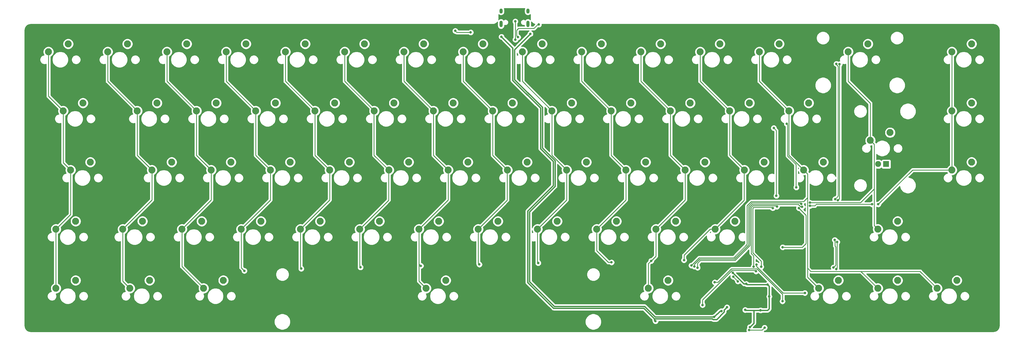
<source format=gbr>
%TF.GenerationSoftware,KiCad,Pcbnew,(5.1.9)-1*%
%TF.CreationDate,2021-03-24T19:16:49+01:00*%
%TF.ProjectId,rabbitholev1,72616262-6974-4686-9f6c-6576312e6b69,rev?*%
%TF.SameCoordinates,Original*%
%TF.FileFunction,Copper,L1,Top*%
%TF.FilePolarity,Positive*%
%FSLAX46Y46*%
G04 Gerber Fmt 4.6, Leading zero omitted, Abs format (unit mm)*
G04 Created by KiCad (PCBNEW (5.1.9)-1) date 2021-03-24 19:16:49*
%MOMM*%
%LPD*%
G01*
G04 APERTURE LIST*
%TA.AperFunction,ComponentPad*%
%ADD10C,2.250000*%
%TD*%
%TA.AperFunction,ComponentPad*%
%ADD11R,1.905000X1.905000*%
%TD*%
%TA.AperFunction,ComponentPad*%
%ADD12C,1.905000*%
%TD*%
%TA.AperFunction,ComponentPad*%
%ADD13O,1.000000X2.100000*%
%TD*%
%TA.AperFunction,ComponentPad*%
%ADD14O,1.000000X1.600000*%
%TD*%
%TA.AperFunction,ViaPad*%
%ADD15C,0.800000*%
%TD*%
%TA.AperFunction,Conductor*%
%ADD16C,0.254000*%
%TD*%
%TA.AperFunction,Conductor*%
%ADD17C,0.381000*%
%TD*%
%TA.AperFunction,Conductor*%
%ADD18C,0.250000*%
%TD*%
%TA.AperFunction,NonConductor*%
%ADD19C,0.254000*%
%TD*%
%TA.AperFunction,NonConductor*%
%ADD20C,0.100000*%
%TD*%
G04 APERTURE END LIST*
D10*
%TO.P,MX17,2*%
%TO.N,Net-(D17-Pad2)*%
X40640000Y-150495000D03*
%TO.P,MX17,1*%
%TO.N,col1*%
X34290000Y-153035000D03*
%TD*%
%TO.P,MX18,2*%
%TO.N,Net-(D18-Pad2)*%
X59690000Y-150495000D03*
%TO.P,MX18,1*%
%TO.N,col2*%
X53340000Y-153035000D03*
%TD*%
%TO.P,MX16,2*%
%TO.N,Net-(D16-Pad2)*%
X16811769Y-150495000D03*
%TO.P,MX16,1*%
%TO.N,col0*%
X10461769Y-153035000D03*
%TD*%
%TO.P,MX66,2*%
%TO.N,Net-(D66-Pad2)*%
X297815000Y-207645000D03*
%TO.P,MX66,1*%
%TO.N,col12*%
X291465000Y-210185000D03*
%TD*%
%TO.P,MX65,2*%
%TO.N,Net-(D65-Pad2)*%
X278765000Y-207645000D03*
%TO.P,MX65,1*%
%TO.N,col12*%
X272415000Y-210185000D03*
%TD*%
%TO.P,MX64,2*%
%TO.N,Net-(D64-Pad2)*%
X259715000Y-207645000D03*
%TO.P,MX64,1*%
%TO.N,col12*%
X253365000Y-210185000D03*
%TD*%
%TO.P,MX63,2*%
%TO.N,Net-(D63-Pad2)*%
X204978000Y-207645000D03*
%TO.P,MX63,1*%
%TO.N,col10*%
X198628000Y-210185000D03*
%TD*%
%TO.P,MX62,2*%
%TO.N,Net-(D62-Pad2)*%
X133477000Y-207645000D03*
%TO.P,MX62,1*%
%TO.N,col6*%
X127127000Y-210185000D03*
%TD*%
%TO.P,MX61,2*%
%TO.N,Net-(D61-Pad2)*%
X61976000Y-207645000D03*
%TO.P,MX61,1*%
%TO.N,col2*%
X55626000Y-210185000D03*
%TD*%
%TO.P,MX60,2*%
%TO.N,Net-(D60-Pad2)*%
X38227000Y-207645000D03*
%TO.P,MX60,1*%
%TO.N,col1*%
X31877000Y-210185000D03*
%TD*%
%TO.P,MX59,2*%
%TO.N,Net-(D59-Pad2)*%
X14478000Y-207645000D03*
%TO.P,MX59,1*%
%TO.N,col0*%
X8128000Y-210185000D03*
%TD*%
%TO.P,MX58,2*%
%TO.N,Net-(D58-Pad2)*%
X278765000Y-188595000D03*
%TO.P,MX58,1*%
%TO.N,col13*%
X272415000Y-191135000D03*
%TD*%
%TO.P,MX57,2*%
%TO.N,Net-(D57-Pad2)*%
X226441000Y-188595000D03*
%TO.P,MX57,1*%
%TO.N,col11*%
X220091000Y-191135000D03*
%TD*%
%TO.P,MX56,2*%
%TO.N,Net-(D56-Pad2)*%
X207391000Y-188595000D03*
%TO.P,MX56,1*%
%TO.N,col10*%
X201041000Y-191135000D03*
%TD*%
%TO.P,MX55,2*%
%TO.N,Net-(D55-Pad2)*%
X188341000Y-188595000D03*
%TO.P,MX55,1*%
%TO.N,col9*%
X181991000Y-191135000D03*
%TD*%
%TO.P,MX54,2*%
%TO.N,Net-(D54-Pad2)*%
X169291000Y-188595000D03*
%TO.P,MX54,1*%
%TO.N,col8*%
X162941000Y-191135000D03*
%TD*%
%TO.P,MX53,2*%
%TO.N,Net-(D53-Pad2)*%
X150241000Y-188595000D03*
%TO.P,MX53,1*%
%TO.N,col7*%
X143891000Y-191135000D03*
%TD*%
%TO.P,MX52,2*%
%TO.N,Net-(D52-Pad2)*%
X131191000Y-188595000D03*
%TO.P,MX52,1*%
%TO.N,col6*%
X124841000Y-191135000D03*
%TD*%
%TO.P,MX51,2*%
%TO.N,Net-(D51-Pad2)*%
X112141000Y-188595000D03*
%TO.P,MX51,1*%
%TO.N,col5*%
X105791000Y-191135000D03*
%TD*%
%TO.P,MX50,2*%
%TO.N,Net-(D50-Pad2)*%
X93091000Y-188595000D03*
%TO.P,MX50,1*%
%TO.N,col4*%
X86741000Y-191135000D03*
%TD*%
%TO.P,MX49,2*%
%TO.N,Net-(D49-Pad2)*%
X74041000Y-188595000D03*
%TO.P,MX49,1*%
%TO.N,col3*%
X67691000Y-191135000D03*
%TD*%
%TO.P,MX48,2*%
%TO.N,Net-(D48-Pad2)*%
X54991000Y-188595000D03*
%TO.P,MX48,1*%
%TO.N,col2*%
X48641000Y-191135000D03*
%TD*%
%TO.P,MX47,2*%
%TO.N,Net-(D47-Pad2)*%
X35941000Y-188595000D03*
%TO.P,MX47,1*%
%TO.N,col1*%
X29591000Y-191135000D03*
%TD*%
%TO.P,MX46,2*%
%TO.N,Net-(D46-Pad2)*%
X14478000Y-188595000D03*
%TO.P,MX46,1*%
%TO.N,col0*%
X8128000Y-191135000D03*
%TD*%
%TO.P,MX44,2*%
%TO.N,Net-(D44-Pad2)*%
X302577500Y-169545000D03*
%TO.P,MX44,1*%
%TO.N,col14*%
X296227500Y-172085000D03*
%TD*%
%TO.P,MX43,2*%
%TO.N,Net-(D43-Pad2)*%
X254889000Y-169545000D03*
%TO.P,MX43,1*%
%TO.N,col12*%
X248539000Y-172085000D03*
%TD*%
%TO.P,MX42,2*%
%TO.N,Net-(D42-Pad2)*%
X235839000Y-169545000D03*
%TO.P,MX42,1*%
%TO.N,col11*%
X229489000Y-172085000D03*
%TD*%
%TO.P,MX41,2*%
%TO.N,Net-(D41-Pad2)*%
X216789000Y-169545000D03*
%TO.P,MX41,1*%
%TO.N,col10*%
X210439000Y-172085000D03*
%TD*%
%TO.P,MX40,2*%
%TO.N,Net-(D40-Pad2)*%
X197739000Y-169545000D03*
%TO.P,MX40,1*%
%TO.N,col9*%
X191389000Y-172085000D03*
%TD*%
%TO.P,MX39,2*%
%TO.N,Net-(D39-Pad2)*%
X178689000Y-169545000D03*
%TO.P,MX39,1*%
%TO.N,col8*%
X172339000Y-172085000D03*
%TD*%
%TO.P,MX38,2*%
%TO.N,Net-(D38-Pad2)*%
X159639000Y-169545000D03*
%TO.P,MX38,1*%
%TO.N,col7*%
X153289000Y-172085000D03*
%TD*%
%TO.P,MX37,2*%
%TO.N,Net-(D37-Pad2)*%
X140589000Y-169545000D03*
%TO.P,MX37,1*%
%TO.N,col6*%
X134239000Y-172085000D03*
%TD*%
%TO.P,MX36,2*%
%TO.N,Net-(D36-Pad2)*%
X121539000Y-169545000D03*
%TO.P,MX36,1*%
%TO.N,col5*%
X115189000Y-172085000D03*
%TD*%
%TO.P,MX35,2*%
%TO.N,Net-(D35-Pad2)*%
X102489000Y-169545000D03*
%TO.P,MX35,1*%
%TO.N,col4*%
X96139000Y-172085000D03*
%TD*%
%TO.P,MX34,2*%
%TO.N,Net-(D34-Pad2)*%
X83439000Y-169545000D03*
%TO.P,MX34,1*%
%TO.N,col3*%
X77089000Y-172085000D03*
%TD*%
%TO.P,MX33,2*%
%TO.N,Net-(D33-Pad2)*%
X64389000Y-169545000D03*
%TO.P,MX33,1*%
%TO.N,col2*%
X58039000Y-172085000D03*
%TD*%
%TO.P,MX32,2*%
%TO.N,Net-(D32-Pad2)*%
X45339000Y-169545000D03*
%TO.P,MX32,1*%
%TO.N,col1*%
X38989000Y-172085000D03*
%TD*%
%TO.P,MX31,2*%
%TO.N,Net-(D31-Pad2)*%
X19177000Y-169545000D03*
%TO.P,MX31,1*%
%TO.N,col0*%
X12827000Y-172085000D03*
%TD*%
%TO.P,MX30,2*%
%TO.N,Net-(D30-Pad2)*%
X302577500Y-150495000D03*
%TO.P,MX30,1*%
%TO.N,col14*%
X296227500Y-153035000D03*
%TD*%
%TO.P,MX28,2*%
%TO.N,Net-(D28-Pad2)*%
X250190000Y-150495000D03*
%TO.P,MX28,1*%
%TO.N,col12*%
X243840000Y-153035000D03*
%TD*%
%TO.P,MX27,2*%
%TO.N,Net-(D27-Pad2)*%
X231140000Y-150495000D03*
%TO.P,MX27,1*%
%TO.N,col11*%
X224790000Y-153035000D03*
%TD*%
%TO.P,MX26,2*%
%TO.N,Net-(D26-Pad2)*%
X212090000Y-150495000D03*
%TO.P,MX26,1*%
%TO.N,col10*%
X205740000Y-153035000D03*
%TD*%
%TO.P,MX25,2*%
%TO.N,Net-(D25-Pad2)*%
X193040000Y-150495000D03*
%TO.P,MX25,1*%
%TO.N,col9*%
X186690000Y-153035000D03*
%TD*%
%TO.P,MX24,2*%
%TO.N,Net-(D24-Pad2)*%
X173990000Y-150495000D03*
%TO.P,MX24,1*%
%TO.N,col8*%
X167640000Y-153035000D03*
%TD*%
%TO.P,MX23,2*%
%TO.N,Net-(D23-Pad2)*%
X154940000Y-150495000D03*
%TO.P,MX23,1*%
%TO.N,col7*%
X148590000Y-153035000D03*
%TD*%
%TO.P,MX22,2*%
%TO.N,Net-(D22-Pad2)*%
X135890000Y-150495000D03*
%TO.P,MX22,1*%
%TO.N,col6*%
X129540000Y-153035000D03*
%TD*%
%TO.P,MX21,2*%
%TO.N,Net-(D21-Pad2)*%
X116840000Y-150495000D03*
%TO.P,MX21,1*%
%TO.N,col5*%
X110490000Y-153035000D03*
%TD*%
%TO.P,MX20,2*%
%TO.N,Net-(D20-Pad2)*%
X97790000Y-150495000D03*
%TO.P,MX20,1*%
%TO.N,col4*%
X91440000Y-153035000D03*
%TD*%
%TO.P,MX19,2*%
%TO.N,Net-(D19-Pad2)*%
X78740000Y-150495000D03*
%TO.P,MX19,1*%
%TO.N,col3*%
X72390000Y-153035000D03*
%TD*%
%TO.P,MX15,2*%
%TO.N,Net-(D15-Pad2)*%
X302577500Y-131445000D03*
%TO.P,MX15,1*%
%TO.N,col14*%
X296227500Y-133985000D03*
%TD*%
%TO.P,MX14,2*%
%TO.N,Net-(D14-Pad2)*%
X269240000Y-131445000D03*
%TO.P,MX14,1*%
%TO.N,col13*%
X262890000Y-133985000D03*
%TD*%
%TO.P,MX13,2*%
%TO.N,Net-(D13-Pad2)*%
X240665000Y-131445000D03*
%TO.P,MX13,1*%
%TO.N,col12*%
X234315000Y-133985000D03*
%TD*%
%TO.P,MX12,2*%
%TO.N,Net-(D12-Pad2)*%
X221615000Y-131445000D03*
%TO.P,MX12,1*%
%TO.N,col11*%
X215265000Y-133985000D03*
%TD*%
%TO.P,MX11,2*%
%TO.N,Net-(D11-Pad2)*%
X202565000Y-131445000D03*
%TO.P,MX11,1*%
%TO.N,col10*%
X196215000Y-133985000D03*
%TD*%
%TO.P,MX10,2*%
%TO.N,Net-(D10-Pad2)*%
X183515000Y-131445000D03*
%TO.P,MX10,1*%
%TO.N,col9*%
X177165000Y-133985000D03*
%TD*%
%TO.P,MX9,2*%
%TO.N,Net-(D9-Pad2)*%
X164465000Y-131445000D03*
%TO.P,MX9,1*%
%TO.N,col8*%
X158115000Y-133985000D03*
%TD*%
%TO.P,MX8,2*%
%TO.N,Net-(D8-Pad2)*%
X145415000Y-131445000D03*
%TO.P,MX8,1*%
%TO.N,col7*%
X139065000Y-133985000D03*
%TD*%
%TO.P,MX7,2*%
%TO.N,Net-(D7-Pad2)*%
X126365000Y-131445000D03*
%TO.P,MX7,1*%
%TO.N,col6*%
X120015000Y-133985000D03*
%TD*%
%TO.P,MX6,2*%
%TO.N,Net-(D6-Pad2)*%
X107315000Y-131445000D03*
%TO.P,MX6,1*%
%TO.N,col5*%
X100965000Y-133985000D03*
%TD*%
%TO.P,MX5,2*%
%TO.N,Net-(D5-Pad2)*%
X88265000Y-131445000D03*
%TO.P,MX5,1*%
%TO.N,col4*%
X81915000Y-133985000D03*
%TD*%
%TO.P,MX4,2*%
%TO.N,Net-(D4-Pad2)*%
X69215000Y-131445000D03*
%TO.P,MX4,1*%
%TO.N,col3*%
X62865000Y-133985000D03*
%TD*%
%TO.P,MX3,2*%
%TO.N,Net-(D3-Pad2)*%
X50165000Y-131445000D03*
%TO.P,MX3,1*%
%TO.N,col2*%
X43815000Y-133985000D03*
%TD*%
%TO.P,MX2,2*%
%TO.N,Net-(D2-Pad2)*%
X31115000Y-131445000D03*
%TO.P,MX2,1*%
%TO.N,col1*%
X24765000Y-133985000D03*
%TD*%
%TO.P,MX1,2*%
%TO.N,Net-(D1-Pad2)*%
X12065000Y-131445000D03*
%TO.P,MX1,1*%
%TO.N,col0*%
X5715000Y-133985000D03*
%TD*%
D11*
%TO.P,MX29,4*%
%TO.N,N/C*%
X275082000Y-170180000D03*
D12*
%TO.P,MX29,3*%
X272542000Y-170180000D03*
D10*
%TO.P,MX29,1*%
%TO.N,col13*%
X270002000Y-162560000D03*
%TO.P,MX29,2*%
%TO.N,Net-(D29-Pad2)*%
X276352000Y-160020000D03*
%TD*%
D13*
%TO.P,USB1,13*%
%TO.N,GND*%
X151255000Y-125017000D03*
X159895000Y-125017000D03*
D14*
X151255000Y-120837000D03*
X159895000Y-120837000D03*
%TD*%
D15*
%TO.N,VCC*%
X141478000Y-127731000D03*
X136525000Y-127254000D03*
%TO.N,+5V*%
X151384000Y-129159000D03*
X223901000Y-216316000D03*
X200914000Y-220789500D03*
%TO.N,GND*%
X230124000Y-208788000D03*
X236982000Y-209042000D03*
X237490000Y-212852000D03*
X234696000Y-217297000D03*
X225806000Y-205232000D03*
X222123000Y-217551000D03*
X219773500Y-219456000D03*
X231279998Y-222698500D03*
X160690000Y-128206500D03*
X229743000Y-217170000D03*
%TO.N,XTAL2*%
X231055905Y-223673070D03*
X235996375Y-222877047D03*
%TO.N,row0*%
X241808000Y-196977000D03*
X247035728Y-184342325D03*
X246189500Y-177668901D03*
X243115000Y-157168901D03*
%TO.N,row1*%
X238633000Y-184341531D03*
X239777099Y-180403500D03*
X238950500Y-158559500D03*
X234886500Y-203263500D03*
%TO.N,row2*%
X239966500Y-183887521D03*
X232473500Y-203225490D03*
%TO.N,row4*%
X216045985Y-215563517D03*
X233235500Y-204724000D03*
X233362500Y-202565000D03*
X248941373Y-211691937D03*
%TO.N,Net-(D67-Pad3)*%
X155847844Y-130069156D03*
X155829000Y-124206000D03*
%TO.N,Net-(D67-Pad2)*%
X156718000Y-129286000D03*
X163384987Y-125196122D03*
%TO.N,col3*%
X68707000Y-204557979D03*
%TO.N,col4*%
X86995000Y-203870000D03*
%TO.N,col5*%
X106045000Y-203415990D03*
%TO.N,col6*%
X125476000Y-202961980D03*
%TO.N,col7*%
X144272000Y-202507970D03*
%TO.N,col8*%
X163195000Y-202053960D03*
%TO.N,col9*%
X186781662Y-201837674D03*
%TO.N,col10*%
X199517000Y-201379909D03*
%TO.N,col11*%
X210085462Y-201126366D03*
%TO.N,col12*%
X212445737Y-202844264D03*
%TO.N,col13*%
X250571000Y-182626000D03*
X247777000Y-182979501D03*
X213428303Y-203184763D03*
%TO.N,col14*%
X219964000Y-208270980D03*
X241744500Y-214376000D03*
X272542000Y-183134000D03*
X214436850Y-203551244D03*
X248044075Y-183943179D03*
X270539499Y-183134000D03*
X250571000Y-183626003D03*
%TO.N,Net-(R2-Pad1)*%
X225913782Y-206457718D03*
X227406032Y-207949968D03*
%TO.N,D-*%
X259080000Y-137858500D03*
X258162477Y-203486261D03*
X258563513Y-194631442D03*
X258680039Y-181444941D03*
%TO.N,D+*%
X260096000Y-137985500D03*
X259588000Y-181864000D03*
X259334000Y-195268901D03*
X259016500Y-204006501D03*
%TD*%
D16*
%TO.N,VCC*%
X141478000Y-127731000D02*
X137002000Y-127731000D01*
X137002000Y-127731000D02*
X136525000Y-127254000D01*
D17*
%TO.N,+5V*%
X223012000Y-217205000D02*
X223901000Y-216316000D01*
X223012000Y-217831942D02*
X223012000Y-217205000D01*
X220597441Y-220246501D02*
X223012000Y-217831942D01*
X219394059Y-220246501D02*
X220597441Y-220246501D01*
X219184568Y-220037010D02*
X219394059Y-220246501D01*
X200590696Y-220466196D02*
X200914000Y-220789500D01*
X200590696Y-220037010D02*
X200590696Y-220466196D01*
X200590696Y-220037010D02*
X219184568Y-220037010D01*
X197161696Y-216608010D02*
X200590696Y-220037010D01*
X168106835Y-216608009D02*
X197161696Y-216608010D01*
X159824489Y-208325663D02*
X168106835Y-216608009D01*
X159824490Y-185301838D02*
X159824489Y-208325663D01*
X168008950Y-177117378D02*
X159824490Y-185301838D01*
X168008950Y-169308490D02*
X168008950Y-177117378D01*
X163947491Y-165247031D02*
X168008950Y-169308490D01*
X163947490Y-152132662D02*
X163947491Y-165247031D01*
X154998490Y-143183662D02*
X163947490Y-152132662D01*
X154998489Y-132773489D02*
X154998490Y-143183662D01*
X151384000Y-129159000D02*
X154998489Y-132773489D01*
%TO.N,GND*%
X230378000Y-209042000D02*
X230124000Y-208788000D01*
X236982000Y-209042000D02*
X230378000Y-209042000D01*
X237490000Y-209550000D02*
X236982000Y-209042000D01*
X237490000Y-212852000D02*
X237490000Y-209550000D01*
X237490000Y-216789000D02*
X237490000Y-212852000D01*
X236982000Y-217297000D02*
X237490000Y-216789000D01*
X234696000Y-217297000D02*
X236982000Y-217297000D01*
X229362000Y-208788000D02*
X230124000Y-208788000D01*
X225806000Y-205232000D02*
X229362000Y-208788000D01*
X221678500Y-217551000D02*
X219773500Y-219456000D01*
X222123000Y-217551000D02*
X221678500Y-217551000D01*
X232537000Y-221441498D02*
X231279998Y-222698500D01*
X232537000Y-217297000D02*
X232537000Y-221441498D01*
X230251000Y-217297000D02*
X232537000Y-217297000D01*
X232537000Y-217297000D02*
X234696000Y-217297000D01*
X229870000Y-217297000D02*
X229743000Y-217170000D01*
X230251000Y-217297000D02*
X229870000Y-217297000D01*
X200831358Y-219456000D02*
X219773500Y-219456000D01*
X197402358Y-216027000D02*
X200831358Y-219456000D01*
X160405499Y-208085001D02*
X168347498Y-216027000D01*
X168347498Y-216027000D02*
X197402358Y-216027000D01*
X160405499Y-185542501D02*
X160405499Y-208085001D01*
X168589960Y-177358040D02*
X160405499Y-185542501D01*
X168589960Y-169067828D02*
X168589960Y-177358040D01*
X164528500Y-165006368D02*
X168589960Y-169067828D01*
X164528500Y-151892000D02*
X164528500Y-165006368D01*
X155579499Y-142942999D02*
X164528500Y-151892000D01*
X155579499Y-133317001D02*
X155579499Y-142942999D01*
X160690000Y-128206500D02*
X155579499Y-133317001D01*
D16*
%TO.N,XTAL2*%
X235200352Y-223673070D02*
X235996375Y-222877047D01*
X231055905Y-223673070D02*
X235200352Y-223673070D01*
%TO.N,row0*%
X241808000Y-196977000D02*
X248031000Y-196977000D01*
X248158000Y-196977000D02*
X249349489Y-195785511D01*
X248031000Y-196977000D02*
X248158000Y-196977000D01*
X249349489Y-186656086D02*
X247035728Y-184342325D01*
X249349489Y-195785511D02*
X249349489Y-186656086D01*
X246066999Y-177546400D02*
X246066999Y-170252237D01*
X246189500Y-177668901D02*
X246066999Y-177546400D01*
X246066999Y-170252237D02*
X243387990Y-167573228D01*
X243387990Y-157441891D02*
X243115000Y-157168901D01*
X243387990Y-167573228D02*
X243387990Y-157441891D01*
%TO.N,row1*%
X239777099Y-180403500D02*
X239777099Y-161100599D01*
X239777099Y-161100599D02*
X239776000Y-161099500D01*
X239776000Y-159385000D02*
X238950500Y-158559500D01*
X239776000Y-161099500D02*
X239776000Y-159385000D01*
X234886500Y-201485500D02*
X234886500Y-203263500D01*
X232194040Y-198793040D02*
X234886500Y-201485500D01*
X232194040Y-184365960D02*
X232194040Y-198793040D01*
X232491459Y-184068541D02*
X232194040Y-184365960D01*
X238360010Y-184068541D02*
X232491459Y-184068541D01*
X238633000Y-184341531D02*
X238360010Y-184068541D01*
%TO.N,row2*%
X232473500Y-199714567D02*
X232473500Y-203225490D01*
X231740030Y-184142668D02*
X231740030Y-198981097D01*
X232268167Y-183614531D02*
X231740030Y-184142668D01*
X231740030Y-198981097D02*
X232473500Y-199714567D01*
X239693510Y-183614531D02*
X232268167Y-183614531D01*
X239966500Y-183887521D02*
X239693510Y-183614531D01*
%TO.N,row4*%
X216045985Y-213916053D02*
X225555538Y-204406500D01*
X216045985Y-215563517D02*
X216045985Y-213916053D01*
X225555538Y-204406500D02*
X229679500Y-204406500D01*
X232918000Y-204406500D02*
X233235500Y-204724000D01*
X229679500Y-204406500D02*
X232918000Y-204406500D01*
X233362500Y-203132972D02*
X233362500Y-202565000D01*
X241921465Y-211691937D02*
X233362500Y-203132972D01*
X248941373Y-211691937D02*
X241921465Y-211691937D01*
%TO.N,Net-(D67-Pad3)*%
X155847844Y-130069156D02*
X155847844Y-124351844D01*
X155829000Y-124333000D02*
X155829000Y-124206000D01*
X155847844Y-124351844D02*
X155829000Y-124333000D01*
%TO.N,Net-(D67-Pad2)*%
X156718000Y-129286000D02*
X156301854Y-128869854D01*
X156301854Y-128869854D02*
X156301854Y-127035146D01*
X156301854Y-127035146D02*
X156845000Y-126492000D01*
X156845000Y-126492000D02*
X161798000Y-126492000D01*
X163093878Y-125196122D02*
X163384987Y-125196122D01*
X161798000Y-126492000D02*
X163093878Y-125196122D01*
D18*
%TO.N,col0*%
X10461769Y-169719769D02*
X12827000Y-172085000D01*
X10461769Y-153035000D02*
X10461769Y-169719769D01*
X12827000Y-186436000D02*
X8128000Y-191135000D01*
X12827000Y-172085000D02*
X12827000Y-186436000D01*
X8128000Y-191135000D02*
X8128000Y-210185000D01*
D16*
X5715000Y-148288231D02*
X10461769Y-153035000D01*
X5715000Y-133985000D02*
X5715000Y-148288231D01*
D18*
%TO.N,col1*%
X29591000Y-207899000D02*
X31877000Y-210185000D01*
X29591000Y-191135000D02*
X29591000Y-207899000D01*
D16*
X24765000Y-143510000D02*
X34290000Y-153035000D01*
X24765000Y-133985000D02*
X24765000Y-143510000D01*
X34290000Y-167386000D02*
X38989000Y-172085000D01*
X34290000Y-153035000D02*
X34290000Y-167386000D01*
X38989000Y-181737000D02*
X29591000Y-191135000D01*
X38989000Y-172085000D02*
X38989000Y-181737000D01*
D18*
%TO.N,col2*%
X58039000Y-181737000D02*
X48641000Y-191135000D01*
X58039000Y-172085000D02*
X58039000Y-181737000D01*
D16*
X43815000Y-143510000D02*
X53340000Y-153035000D01*
X43815000Y-133985000D02*
X43815000Y-143510000D01*
X53340000Y-167386000D02*
X58039000Y-172085000D01*
X53340000Y-153035000D02*
X53340000Y-167386000D01*
X48641000Y-203200000D02*
X55626000Y-210185000D01*
X48641000Y-191135000D02*
X48641000Y-203200000D01*
D18*
%TO.N,col3*%
X77089000Y-181737000D02*
X77089000Y-172085000D01*
X67691000Y-191135000D02*
X77089000Y-181737000D01*
D16*
X67691000Y-203541979D02*
X68707000Y-204557979D01*
X67691000Y-191135000D02*
X67691000Y-203541979D01*
X62865000Y-143510000D02*
X72390000Y-153035000D01*
X62865000Y-133985000D02*
X62865000Y-143510000D01*
X72390000Y-167386000D02*
X77089000Y-172085000D01*
X72390000Y-153035000D02*
X72390000Y-167386000D01*
%TO.N,col4*%
X86741000Y-191135000D02*
X86741000Y-203743000D01*
X86868000Y-203743000D02*
X86995000Y-203870000D01*
X86741000Y-203743000D02*
X86868000Y-203743000D01*
X81915000Y-143510000D02*
X91440000Y-153035000D01*
X81915000Y-133985000D02*
X81915000Y-143510000D01*
X91440000Y-167386000D02*
X96139000Y-172085000D01*
X91440000Y-153035000D02*
X91440000Y-167386000D01*
X96139000Y-181737000D02*
X86741000Y-191135000D01*
X96139000Y-172085000D02*
X96139000Y-181737000D01*
D18*
%TO.N,col5*%
X115119001Y-172154999D02*
X115189000Y-172085000D01*
X115119001Y-181806999D02*
X115119001Y-172154999D01*
X105791000Y-191135000D02*
X115119001Y-181806999D01*
X110420001Y-153104999D02*
X110490000Y-153035000D01*
X110420001Y-167316001D02*
X110420001Y-153104999D01*
X115189000Y-172085000D02*
X110420001Y-167316001D01*
X100965000Y-143510000D02*
X110490000Y-153035000D01*
X100965000Y-133985000D02*
X100965000Y-143510000D01*
D16*
X105791000Y-203161990D02*
X106045000Y-203415990D01*
X105791000Y-191135000D02*
X105791000Y-203161990D01*
D18*
%TO.N,col6*%
X134239000Y-181737000D02*
X124841000Y-191135000D01*
X134239000Y-172085000D02*
X134239000Y-181737000D01*
X124841000Y-207899000D02*
X127127000Y-210185000D01*
X120015000Y-143510000D02*
X129540000Y-153035000D01*
X120015000Y-133985000D02*
X120015000Y-143510000D01*
D16*
X124841000Y-202326980D02*
X125476000Y-202961980D01*
X124841000Y-202057000D02*
X124841000Y-202326980D01*
D18*
X124841000Y-191135000D02*
X124841000Y-202057000D01*
X124841000Y-202057000D02*
X124841000Y-207899000D01*
D16*
X129540000Y-167386000D02*
X134239000Y-172085000D01*
X129540000Y-153035000D02*
X129540000Y-167386000D01*
D18*
%TO.N,col7*%
X153219001Y-172154999D02*
X153289000Y-172085000D01*
X153219001Y-181806999D02*
X153219001Y-172154999D01*
X143891000Y-191135000D02*
X153219001Y-181806999D01*
X139065000Y-143510000D02*
X148590000Y-153035000D01*
X139065000Y-133985000D02*
X139065000Y-143510000D01*
D16*
X143891000Y-202126970D02*
X144272000Y-202507970D01*
X143891000Y-191135000D02*
X143891000Y-202126970D01*
X148590000Y-167386000D02*
X153289000Y-172085000D01*
X148590000Y-153035000D02*
X148590000Y-167386000D01*
%TO.N,col8*%
X162941000Y-201799960D02*
X163195000Y-202053960D01*
X162941000Y-191135000D02*
X162941000Y-201799960D01*
X158115000Y-143510000D02*
X167640000Y-153035000D01*
X158115000Y-133985000D02*
X158115000Y-143510000D01*
X167640000Y-167386000D02*
X172339000Y-172085000D01*
X167640000Y-153035000D02*
X167640000Y-167386000D01*
X172339000Y-181737000D02*
X162941000Y-191135000D01*
X172339000Y-172085000D02*
X172339000Y-181737000D01*
D18*
%TO.N,col9*%
X191389000Y-181737000D02*
X191389000Y-172085000D01*
X181991000Y-191135000D02*
X191389000Y-181737000D01*
D16*
X185720012Y-201837674D02*
X186781662Y-201837674D01*
X181991000Y-198108662D02*
X185720012Y-201837674D01*
X181991000Y-191135000D02*
X181991000Y-198108662D01*
X177165000Y-143510000D02*
X186690000Y-153035000D01*
X177165000Y-133985000D02*
X177165000Y-143510000D01*
X186690000Y-167386000D02*
X191389000Y-172085000D01*
X186690000Y-153035000D02*
X186690000Y-167386000D01*
D18*
%TO.N,col10*%
X205740000Y-167386000D02*
X210439000Y-172085000D01*
X205740000Y-153035000D02*
X205740000Y-167386000D01*
X210439000Y-181737000D02*
X201041000Y-191135000D01*
X210439000Y-172085000D02*
X210439000Y-181737000D01*
D16*
X196215000Y-143510000D02*
X205740000Y-153035000D01*
X196215000Y-133985000D02*
X196215000Y-143510000D01*
X201041000Y-199855909D02*
X199517000Y-201379909D01*
X201041000Y-191135000D02*
X201041000Y-199855909D01*
X198628000Y-202268909D02*
X199517000Y-201379909D01*
X198628000Y-210185000D02*
X198628000Y-202268909D01*
D18*
%TO.N,col11*%
X229419001Y-172154999D02*
X229489000Y-172085000D01*
X229419001Y-181806999D02*
X229419001Y-172154999D01*
X220091000Y-191135000D02*
X229419001Y-181806999D01*
X224790000Y-167386000D02*
X229489000Y-172085000D01*
X224790000Y-153035000D02*
X224790000Y-167386000D01*
D16*
X210085462Y-199549548D02*
X210085462Y-201126366D01*
X218500010Y-191135000D02*
X210085462Y-199549548D01*
X220091000Y-191135000D02*
X218500010Y-191135000D01*
X215265000Y-143510000D02*
X224790000Y-153035000D01*
X215265000Y-133985000D02*
X215265000Y-143510000D01*
D18*
%TO.N,col12*%
X243840000Y-167386000D02*
X248539000Y-172085000D01*
X243840000Y-153035000D02*
X243840000Y-167386000D01*
X249801499Y-173347499D02*
X248539000Y-172085000D01*
X253365000Y-210185000D02*
X249801499Y-206621499D01*
X266961501Y-204731501D02*
X272415000Y-210185000D01*
X249801499Y-206621499D02*
X249801499Y-204731501D01*
X286011501Y-204731501D02*
X291465000Y-210185000D01*
X266961501Y-204731501D02*
X286011501Y-204731501D01*
X250832501Y-204731501D02*
X249801499Y-203700499D01*
X266961501Y-204731501D02*
X250832501Y-204731501D01*
X249801499Y-204731501D02*
X249801499Y-203700499D01*
X249801499Y-203700499D02*
X249801499Y-182252501D01*
X249801499Y-180982501D02*
X249801499Y-173347499D01*
X249801499Y-182252501D02*
X249801499Y-180982501D01*
D16*
X214947501Y-200342500D02*
X212445737Y-202844264D01*
X226077102Y-200342500D02*
X214947501Y-200342500D01*
X230378000Y-183578500D02*
X230378000Y-196041602D01*
X231703999Y-182252501D02*
X230378000Y-183578500D01*
X248531499Y-182252501D02*
X231703999Y-182252501D01*
X230378000Y-196041602D02*
X226077102Y-200342500D01*
X249801499Y-180982501D02*
X248531499Y-182252501D01*
X234315000Y-143510000D02*
X243840000Y-153035000D01*
X234315000Y-133985000D02*
X234315000Y-143510000D01*
D18*
%TO.N,col13*%
X271264499Y-163822499D02*
X270002000Y-162560000D01*
X272415000Y-191135000D02*
X271264499Y-189984499D01*
D16*
X271264499Y-178188501D02*
X266827000Y-182626000D01*
X266827000Y-182626000D02*
X250571000Y-182626000D01*
D18*
X271264499Y-189984499D02*
X271264499Y-178188501D01*
X271264499Y-178188501D02*
X271264499Y-163822499D01*
D16*
X213360000Y-203116460D02*
X213428303Y-203184763D01*
X213428303Y-202503764D02*
X213428303Y-203184763D01*
X226265159Y-200796510D02*
X215135557Y-200796510D01*
X230832010Y-196229659D02*
X226265159Y-200796510D01*
X215135557Y-200796510D02*
X213428303Y-202503764D01*
X230832010Y-183766556D02*
X230832010Y-196229659D01*
X231892055Y-182706511D02*
X230832010Y-183766556D01*
X247504010Y-182706511D02*
X231892055Y-182706511D01*
X247777000Y-182979501D02*
X247504010Y-182706511D01*
X262890000Y-133985000D02*
X262890000Y-143469360D01*
X270002000Y-150581360D02*
X270002000Y-162560000D01*
X262890000Y-143469360D02*
X270002000Y-150581360D01*
%TO.N,col14*%
X233539952Y-203952490D02*
X225367481Y-203952490D01*
X241744500Y-214376000D02*
X241744500Y-212157038D01*
X225367481Y-203952490D02*
X221048991Y-208270980D01*
X221048991Y-208270980D02*
X219964000Y-208270980D01*
X241744500Y-212157038D02*
X233539952Y-203952490D01*
X252164987Y-183626003D02*
X250571000Y-183626003D01*
X270539499Y-183134000D02*
X252656990Y-183134000D01*
X252656990Y-183134000D02*
X252164987Y-183626003D01*
X283591000Y-172085000D02*
X272542000Y-183134000D01*
X283591000Y-172085000D02*
X296227500Y-172085000D01*
X296227500Y-155066038D02*
X296227500Y-153035000D01*
X296227500Y-172085000D02*
X296227500Y-155066038D01*
X296227500Y-153035000D02*
X296227500Y-133985000D01*
X248044075Y-183943179D02*
X247664716Y-183943179D01*
X247664716Y-183943179D02*
X246882058Y-183160521D01*
X246882058Y-183160521D02*
X235308573Y-183160521D01*
X235308573Y-183160521D02*
X235308572Y-183160521D01*
X235308573Y-183160521D02*
X232080111Y-183160521D01*
X226453216Y-201250520D02*
X215323613Y-201250520D01*
X232080111Y-183160521D02*
X231286020Y-183954612D01*
X231286020Y-183954612D02*
X231286020Y-196417716D01*
X231286020Y-196417716D02*
X226453216Y-201250520D01*
X215323613Y-201250520D02*
X214436850Y-202137283D01*
X214436850Y-202137283D02*
X214436850Y-203551244D01*
%TO.N,Net-(R2-Pad1)*%
X225913782Y-206457718D02*
X227406032Y-207949968D01*
%TO.N,D-*%
X258162477Y-203486261D02*
X258879990Y-202768748D01*
X258879990Y-202768748D02*
X258879990Y-196786500D01*
X258606999Y-194674928D02*
X258563513Y-194631442D01*
X258606999Y-196513509D02*
X258606999Y-194674928D01*
X258879990Y-196786500D02*
X258606999Y-196513509D01*
X259080000Y-138045462D02*
X259080000Y-137858500D01*
X259641990Y-138607452D02*
X259080000Y-138045462D01*
X259641990Y-180482990D02*
X259641990Y-138607452D01*
X258680039Y-181444941D02*
X259641990Y-180482990D01*
%TO.N,D+*%
X260096000Y-181356000D02*
X259588000Y-181864000D01*
X260096000Y-137985500D02*
X260096000Y-181356000D01*
X259334000Y-203689001D02*
X259016500Y-204006501D01*
X259334000Y-195268901D02*
X259334000Y-203689001D01*
%TD*%
D19*
X158841324Y-120100554D02*
X158776423Y-120314502D01*
X158760000Y-120481249D01*
X158760000Y-121192752D01*
X158776423Y-121359499D01*
X158841324Y-121573447D01*
X158946717Y-121770623D01*
X159088552Y-121943449D01*
X159261378Y-122085284D01*
X159458554Y-122190676D01*
X159672502Y-122255577D01*
X159895000Y-122277491D01*
X160117499Y-122255577D01*
X160331447Y-122190676D01*
X160528623Y-122085284D01*
X160630001Y-122002085D01*
X160630001Y-123222419D01*
X160632802Y-123250855D01*
X160632747Y-123258682D01*
X160633646Y-123267853D01*
X160659554Y-123514357D01*
X160671589Y-123572986D01*
X160682792Y-123631716D01*
X160685456Y-123640538D01*
X160688314Y-123649772D01*
X160528623Y-123518716D01*
X160331446Y-123413324D01*
X160117498Y-123348423D01*
X159895000Y-123326509D01*
X159672501Y-123348423D01*
X159458553Y-123413324D01*
X159261377Y-123518716D01*
X159088551Y-123660551D01*
X159041638Y-123717715D01*
X158919731Y-123636259D01*
X158745022Y-123563892D01*
X158559552Y-123527000D01*
X158370448Y-123527000D01*
X158184978Y-123563892D01*
X158010269Y-123636259D01*
X157853036Y-123741319D01*
X157719319Y-123875036D01*
X157614259Y-124032269D01*
X157541892Y-124206978D01*
X157505000Y-124392448D01*
X157505000Y-124581552D01*
X157541892Y-124767022D01*
X157614259Y-124941731D01*
X157719319Y-125098964D01*
X157853036Y-125232681D01*
X158010269Y-125337741D01*
X158184978Y-125410108D01*
X158370448Y-125447000D01*
X158559552Y-125447000D01*
X158745022Y-125410108D01*
X158760000Y-125403904D01*
X158760000Y-125622752D01*
X158770563Y-125730000D01*
X156882422Y-125730000D01*
X156844999Y-125726314D01*
X156807576Y-125730000D01*
X156807574Y-125730000D01*
X156695622Y-125741026D01*
X156609844Y-125767047D01*
X156609844Y-124888867D01*
X156632937Y-124865774D01*
X156746205Y-124696256D01*
X156824226Y-124507898D01*
X156864000Y-124307939D01*
X156864000Y-124104061D01*
X156824226Y-123904102D01*
X156746205Y-123715744D01*
X156632937Y-123546226D01*
X156488774Y-123402063D01*
X156319256Y-123288795D01*
X156130898Y-123210774D01*
X155930939Y-123171000D01*
X155727061Y-123171000D01*
X155527102Y-123210774D01*
X155338744Y-123288795D01*
X155169226Y-123402063D01*
X155025063Y-123546226D01*
X154911795Y-123715744D01*
X154833774Y-123904102D01*
X154794000Y-124104061D01*
X154794000Y-124307939D01*
X154833774Y-124507898D01*
X154911795Y-124696256D01*
X155025063Y-124865774D01*
X155085845Y-124926556D01*
X155085844Y-129367445D01*
X155043907Y-129409382D01*
X154930639Y-129578900D01*
X154852618Y-129767258D01*
X154812844Y-129967217D01*
X154812844Y-130171095D01*
X154852618Y-130371054D01*
X154930639Y-130559412D01*
X155043907Y-130728930D01*
X155188070Y-130873093D01*
X155357588Y-130986361D01*
X155545946Y-131064382D01*
X155745905Y-131104156D01*
X155949783Y-131104156D01*
X156149742Y-131064382D01*
X156338100Y-130986361D01*
X156507618Y-130873093D01*
X156651781Y-130728930D01*
X156765049Y-130559412D01*
X156843070Y-130371054D01*
X156854389Y-130314147D01*
X157019898Y-130281226D01*
X157208256Y-130203205D01*
X157377774Y-130089937D01*
X157521937Y-129945774D01*
X157635205Y-129776256D01*
X157713226Y-129587898D01*
X157753000Y-129387939D01*
X157753000Y-129184061D01*
X157713226Y-128984102D01*
X157635205Y-128795744D01*
X157521937Y-128626226D01*
X157377774Y-128482063D01*
X157208256Y-128368795D01*
X157063854Y-128308981D01*
X157063854Y-127350776D01*
X157160631Y-127254000D01*
X160284953Y-127254000D01*
X160199744Y-127289295D01*
X160030226Y-127402563D01*
X159886063Y-127546726D01*
X159772795Y-127716244D01*
X159694774Y-127904602D01*
X159662572Y-128066494D01*
X155561461Y-132167607D01*
X155553533Y-132161100D01*
X152411429Y-129018996D01*
X152379226Y-128857102D01*
X152301205Y-128668744D01*
X152187937Y-128499226D01*
X152043774Y-128355063D01*
X151874256Y-128241795D01*
X151685898Y-128163774D01*
X151485939Y-128124000D01*
X151282061Y-128124000D01*
X151082102Y-128163774D01*
X150893744Y-128241795D01*
X150724226Y-128355063D01*
X150580063Y-128499226D01*
X150466795Y-128668744D01*
X150388774Y-128857102D01*
X150349000Y-129057061D01*
X150349000Y-129260939D01*
X150388774Y-129460898D01*
X150466795Y-129649256D01*
X150580063Y-129818774D01*
X150724226Y-129962937D01*
X150893744Y-130076205D01*
X151082102Y-130154226D01*
X151243996Y-130186429D01*
X154172989Y-133115422D01*
X154172991Y-143143102D01*
X154168996Y-143183662D01*
X154184935Y-143345488D01*
X154232137Y-143501095D01*
X154308791Y-143644504D01*
X154362011Y-143709352D01*
X154411950Y-143770203D01*
X154443451Y-143796055D01*
X163121990Y-152474595D01*
X163121992Y-165206471D01*
X163117997Y-165247031D01*
X163133936Y-165408857D01*
X163181138Y-165564464D01*
X163257792Y-165707873D01*
X163311012Y-165772721D01*
X163360951Y-165833572D01*
X163392452Y-165859424D01*
X167183450Y-169650423D01*
X167183451Y-176775444D01*
X159269451Y-184689445D01*
X159237950Y-184715297D01*
X159212099Y-184746797D01*
X159134791Y-184840996D01*
X159058137Y-184984405D01*
X159010935Y-185140012D01*
X158994996Y-185301838D01*
X158998991Y-185342398D01*
X158998989Y-208285113D01*
X158994995Y-208325663D01*
X158998989Y-208366213D01*
X158998989Y-208366215D01*
X159010933Y-208487488D01*
X159053003Y-208626174D01*
X159058136Y-208643096D01*
X159134790Y-208786505D01*
X159160571Y-208817919D01*
X159237948Y-208912203D01*
X159269449Y-208938055D01*
X167494444Y-217163051D01*
X167520294Y-217194549D01*
X167551790Y-217220397D01*
X167551793Y-217220400D01*
X167645992Y-217297708D01*
X167789401Y-217374362D01*
X167945008Y-217421564D01*
X168106834Y-217437503D01*
X168147395Y-217433508D01*
X196819764Y-217433510D01*
X199765196Y-220378943D01*
X199765196Y-220425646D01*
X199761202Y-220466196D01*
X199765196Y-220506746D01*
X199765196Y-220506749D01*
X199777140Y-220628022D01*
X199824343Y-220783630D01*
X199879000Y-220885885D01*
X199879000Y-220891439D01*
X199918774Y-221091398D01*
X199996795Y-221279756D01*
X200110063Y-221449274D01*
X200254226Y-221593437D01*
X200423744Y-221706705D01*
X200612102Y-221784726D01*
X200812061Y-221824500D01*
X201015939Y-221824500D01*
X201215898Y-221784726D01*
X201404256Y-221706705D01*
X201573774Y-221593437D01*
X201717937Y-221449274D01*
X201831205Y-221279756D01*
X201909226Y-221091398D01*
X201949000Y-220891439D01*
X201949000Y-220862510D01*
X218843425Y-220862510D01*
X218933217Y-220936200D01*
X219076625Y-221012854D01*
X219232233Y-221060057D01*
X219353506Y-221072001D01*
X219353508Y-221072001D01*
X219394058Y-221075995D01*
X219434609Y-221072001D01*
X220556891Y-221072001D01*
X220597441Y-221075995D01*
X220637991Y-221072001D01*
X220637994Y-221072001D01*
X220759267Y-221060057D01*
X220914875Y-221012854D01*
X221058283Y-220936200D01*
X221183982Y-220833042D01*
X221209839Y-220801535D01*
X223567041Y-218444334D01*
X223598541Y-218418483D01*
X223653841Y-218351100D01*
X223701699Y-218292785D01*
X223778353Y-218149376D01*
X223797212Y-218087205D01*
X223825556Y-217993768D01*
X223837500Y-217872495D01*
X223837500Y-217872493D01*
X223841494Y-217831943D01*
X223837500Y-217791392D01*
X223837500Y-217546933D01*
X224041005Y-217343428D01*
X224202898Y-217311226D01*
X224391256Y-217233205D01*
X224560774Y-217119937D01*
X224704937Y-216975774D01*
X224818205Y-216806256D01*
X224896226Y-216617898D01*
X224936000Y-216417939D01*
X224936000Y-216214061D01*
X224896226Y-216014102D01*
X224818205Y-215825744D01*
X224704937Y-215656226D01*
X224560774Y-215512063D01*
X224391256Y-215398795D01*
X224202898Y-215320774D01*
X224002939Y-215281000D01*
X223799061Y-215281000D01*
X223599102Y-215320774D01*
X223410744Y-215398795D01*
X223241226Y-215512063D01*
X223097063Y-215656226D01*
X222983795Y-215825744D01*
X222905774Y-216014102D01*
X222873572Y-216175995D01*
X222473615Y-216575953D01*
X222424898Y-216555774D01*
X222224939Y-216516000D01*
X222021061Y-216516000D01*
X221821102Y-216555774D01*
X221632744Y-216633795D01*
X221463226Y-216747063D01*
X221453760Y-216756529D01*
X221361066Y-216784647D01*
X221217657Y-216861301D01*
X221123458Y-216938608D01*
X221123455Y-216938611D01*
X221091959Y-216964459D01*
X221066111Y-216995955D01*
X219633496Y-218428572D01*
X219471602Y-218460774D01*
X219283244Y-218538795D01*
X219145997Y-218630500D01*
X201173291Y-218630500D01*
X198014756Y-215471966D01*
X197988899Y-215440459D01*
X197863200Y-215337301D01*
X197719792Y-215260647D01*
X197564184Y-215213444D01*
X197442911Y-215201500D01*
X197442908Y-215201500D01*
X197402358Y-215197506D01*
X197361808Y-215201500D01*
X168689432Y-215201500D01*
X161230999Y-207743069D01*
X161230999Y-205527357D01*
X178777900Y-205527357D01*
X178777900Y-205952643D01*
X178860870Y-206369757D01*
X179023619Y-206762670D01*
X179259896Y-207116282D01*
X179560618Y-207417004D01*
X179914230Y-207653281D01*
X180307143Y-207816030D01*
X180724257Y-207899000D01*
X181149543Y-207899000D01*
X181566657Y-207816030D01*
X181959570Y-207653281D01*
X182313182Y-207417004D01*
X182613904Y-207116282D01*
X182850181Y-206762670D01*
X183012930Y-206369757D01*
X183095900Y-205952643D01*
X183095900Y-205527357D01*
X183012930Y-205110243D01*
X182850181Y-204717330D01*
X182613904Y-204363718D01*
X182313182Y-204062996D01*
X181959570Y-203826719D01*
X181566657Y-203663970D01*
X181149543Y-203581000D01*
X180724257Y-203581000D01*
X180307143Y-203663970D01*
X179914230Y-203826719D01*
X179560618Y-204062996D01*
X179259896Y-204363718D01*
X179023619Y-204717330D01*
X178860870Y-205110243D01*
X178777900Y-205527357D01*
X161230999Y-205527357D01*
X161230999Y-195127061D01*
X161522278Y-195185000D01*
X161819722Y-195185000D01*
X162111451Y-195126971D01*
X162179000Y-195098991D01*
X162179001Y-201762527D01*
X162175314Y-201799960D01*
X162180259Y-201850169D01*
X162160000Y-201952021D01*
X162160000Y-202155899D01*
X162199774Y-202355858D01*
X162277795Y-202544216D01*
X162391063Y-202713734D01*
X162535226Y-202857897D01*
X162704744Y-202971165D01*
X162893102Y-203049186D01*
X163093061Y-203088960D01*
X163296939Y-203088960D01*
X163496898Y-203049186D01*
X163685256Y-202971165D01*
X163854774Y-202857897D01*
X163998937Y-202713734D01*
X164112205Y-202544216D01*
X164190226Y-202355858D01*
X164230000Y-202155899D01*
X164230000Y-201952021D01*
X164190226Y-201752062D01*
X164112205Y-201563704D01*
X163998937Y-201394186D01*
X163854774Y-201250023D01*
X163703000Y-201148611D01*
X163703000Y-193416076D01*
X164122100Y-193416076D01*
X164122100Y-193933924D01*
X164223127Y-194441822D01*
X164421299Y-194920251D01*
X164709000Y-195350826D01*
X165075174Y-195717000D01*
X165505749Y-196004701D01*
X165984178Y-196202873D01*
X166492076Y-196303900D01*
X167009924Y-196303900D01*
X167517822Y-196202873D01*
X167996251Y-196004701D01*
X168426826Y-195717000D01*
X168793000Y-195350826D01*
X169080701Y-194920251D01*
X169278873Y-194441822D01*
X169379900Y-193933924D01*
X169379900Y-193526278D01*
X170321000Y-193526278D01*
X170321000Y-193823722D01*
X170379029Y-194115451D01*
X170492856Y-194390253D01*
X170658107Y-194637569D01*
X170868431Y-194847893D01*
X171115747Y-195013144D01*
X171390549Y-195126971D01*
X171682278Y-195185000D01*
X171979722Y-195185000D01*
X172271451Y-195126971D01*
X172546253Y-195013144D01*
X172793569Y-194847893D01*
X173003893Y-194637569D01*
X173169144Y-194390253D01*
X173282971Y-194115451D01*
X173341000Y-193823722D01*
X173341000Y-193526278D01*
X173282971Y-193234549D01*
X173169144Y-192959747D01*
X173003893Y-192712431D01*
X172793569Y-192502107D01*
X172546253Y-192336856D01*
X172271451Y-192223029D01*
X171979722Y-192165000D01*
X171682278Y-192165000D01*
X171390549Y-192223029D01*
X171115747Y-192336856D01*
X170868431Y-192502107D01*
X170658107Y-192712431D01*
X170492856Y-192959747D01*
X170379029Y-193234549D01*
X170321000Y-193526278D01*
X169379900Y-193526278D01*
X169379900Y-193416076D01*
X169278873Y-192908178D01*
X169080701Y-192429749D01*
X168793000Y-191999174D01*
X168426826Y-191633000D01*
X167996251Y-191345299D01*
X167517822Y-191147127D01*
X167009924Y-191046100D01*
X166492076Y-191046100D01*
X165984178Y-191147127D01*
X165505749Y-191345299D01*
X165075174Y-191633000D01*
X164709000Y-191999174D01*
X164421299Y-192429749D01*
X164223127Y-192908178D01*
X164122100Y-193416076D01*
X163703000Y-193416076D01*
X163703000Y-192724380D01*
X163774673Y-192694692D01*
X164062935Y-192502081D01*
X164308081Y-192256935D01*
X164500692Y-191968673D01*
X164633364Y-191648373D01*
X164701000Y-191308345D01*
X164701000Y-190961655D01*
X164633364Y-190621627D01*
X164603676Y-190549954D01*
X166731975Y-188421655D01*
X167531000Y-188421655D01*
X167531000Y-188768345D01*
X167598636Y-189108373D01*
X167731308Y-189428673D01*
X167923919Y-189716935D01*
X168169065Y-189962081D01*
X168457327Y-190154692D01*
X168777627Y-190287364D01*
X169117655Y-190355000D01*
X169464345Y-190355000D01*
X169804373Y-190287364D01*
X170124673Y-190154692D01*
X170412935Y-189962081D01*
X170658081Y-189716935D01*
X170850692Y-189428673D01*
X170983364Y-189108373D01*
X171051000Y-188768345D01*
X171051000Y-188421655D01*
X170983364Y-188081627D01*
X170850692Y-187761327D01*
X170658081Y-187473065D01*
X170412935Y-187227919D01*
X170124673Y-187035308D01*
X169804373Y-186902636D01*
X169464345Y-186835000D01*
X169117655Y-186835000D01*
X168777627Y-186902636D01*
X168457327Y-187035308D01*
X168169065Y-187227919D01*
X167923919Y-187473065D01*
X167731308Y-187761327D01*
X167598636Y-188081627D01*
X167531000Y-188421655D01*
X166731975Y-188421655D01*
X172851352Y-182302279D01*
X172880422Y-182278422D01*
X172975645Y-182162392D01*
X173046402Y-182030015D01*
X173089974Y-181886378D01*
X173101000Y-181774426D01*
X173101000Y-181774424D01*
X173104686Y-181737001D01*
X173101000Y-181699578D01*
X173101000Y-174366076D01*
X173520100Y-174366076D01*
X173520100Y-174883924D01*
X173621127Y-175391822D01*
X173819299Y-175870251D01*
X174107000Y-176300826D01*
X174473174Y-176667000D01*
X174903749Y-176954701D01*
X175382178Y-177152873D01*
X175890076Y-177253900D01*
X176407924Y-177253900D01*
X176915822Y-177152873D01*
X177394251Y-176954701D01*
X177824826Y-176667000D01*
X178191000Y-176300826D01*
X178478701Y-175870251D01*
X178676873Y-175391822D01*
X178777900Y-174883924D01*
X178777900Y-174476278D01*
X179719000Y-174476278D01*
X179719000Y-174773722D01*
X179777029Y-175065451D01*
X179890856Y-175340253D01*
X180056107Y-175587569D01*
X180266431Y-175797893D01*
X180513747Y-175963144D01*
X180788549Y-176076971D01*
X181080278Y-176135000D01*
X181377722Y-176135000D01*
X181669451Y-176076971D01*
X181944253Y-175963144D01*
X182191569Y-175797893D01*
X182401893Y-175587569D01*
X182567144Y-175340253D01*
X182680971Y-175065451D01*
X182739000Y-174773722D01*
X182739000Y-174476278D01*
X182680971Y-174184549D01*
X182567144Y-173909747D01*
X182401893Y-173662431D01*
X182191569Y-173452107D01*
X181944253Y-173286856D01*
X181669451Y-173173029D01*
X181377722Y-173115000D01*
X181080278Y-173115000D01*
X180788549Y-173173029D01*
X180513747Y-173286856D01*
X180266431Y-173452107D01*
X180056107Y-173662431D01*
X179890856Y-173909747D01*
X179777029Y-174184549D01*
X179719000Y-174476278D01*
X178777900Y-174476278D01*
X178777900Y-174366076D01*
X178676873Y-173858178D01*
X178478701Y-173379749D01*
X178191000Y-172949174D01*
X177824826Y-172583000D01*
X177394251Y-172295299D01*
X176915822Y-172097127D01*
X176407924Y-171996100D01*
X175890076Y-171996100D01*
X175382178Y-172097127D01*
X174903749Y-172295299D01*
X174473174Y-172583000D01*
X174107000Y-172949174D01*
X173819299Y-173379749D01*
X173621127Y-173858178D01*
X173520100Y-174366076D01*
X173101000Y-174366076D01*
X173101000Y-173674380D01*
X173172673Y-173644692D01*
X173460935Y-173452081D01*
X173706081Y-173206935D01*
X173898692Y-172918673D01*
X174031364Y-172598373D01*
X174099000Y-172258345D01*
X174099000Y-171911655D01*
X174031364Y-171571627D01*
X173898692Y-171251327D01*
X173706081Y-170963065D01*
X173460935Y-170717919D01*
X173172673Y-170525308D01*
X172852373Y-170392636D01*
X172512345Y-170325000D01*
X172165655Y-170325000D01*
X171825627Y-170392636D01*
X171753954Y-170422324D01*
X170703285Y-169371655D01*
X176929000Y-169371655D01*
X176929000Y-169718345D01*
X176996636Y-170058373D01*
X177129308Y-170378673D01*
X177321919Y-170666935D01*
X177567065Y-170912081D01*
X177855327Y-171104692D01*
X178175627Y-171237364D01*
X178515655Y-171305000D01*
X178862345Y-171305000D01*
X179202373Y-171237364D01*
X179522673Y-171104692D01*
X179810935Y-170912081D01*
X180056081Y-170666935D01*
X180248692Y-170378673D01*
X180381364Y-170058373D01*
X180449000Y-169718345D01*
X180449000Y-169371655D01*
X180381364Y-169031627D01*
X180248692Y-168711327D01*
X180056081Y-168423065D01*
X179810935Y-168177919D01*
X179522673Y-167985308D01*
X179202373Y-167852636D01*
X178862345Y-167785000D01*
X178515655Y-167785000D01*
X178175627Y-167852636D01*
X177855327Y-167985308D01*
X177567065Y-168177919D01*
X177321919Y-168423065D01*
X177129308Y-168711327D01*
X176996636Y-169031627D01*
X176929000Y-169371655D01*
X170703285Y-169371655D01*
X168402000Y-167070370D01*
X168402000Y-155316076D01*
X168821100Y-155316076D01*
X168821100Y-155833924D01*
X168922127Y-156341822D01*
X169120299Y-156820251D01*
X169408000Y-157250826D01*
X169774174Y-157617000D01*
X170204749Y-157904701D01*
X170683178Y-158102873D01*
X171191076Y-158203900D01*
X171708924Y-158203900D01*
X172216822Y-158102873D01*
X172695251Y-157904701D01*
X173125826Y-157617000D01*
X173492000Y-157250826D01*
X173779701Y-156820251D01*
X173977873Y-156341822D01*
X174078900Y-155833924D01*
X174078900Y-155426278D01*
X175020000Y-155426278D01*
X175020000Y-155723722D01*
X175078029Y-156015451D01*
X175191856Y-156290253D01*
X175357107Y-156537569D01*
X175567431Y-156747893D01*
X175814747Y-156913144D01*
X176089549Y-157026971D01*
X176381278Y-157085000D01*
X176678722Y-157085000D01*
X176970451Y-157026971D01*
X177245253Y-156913144D01*
X177492569Y-156747893D01*
X177702893Y-156537569D01*
X177868144Y-156290253D01*
X177981971Y-156015451D01*
X178040000Y-155723722D01*
X178040000Y-155426278D01*
X177981971Y-155134549D01*
X177868144Y-154859747D01*
X177702893Y-154612431D01*
X177492569Y-154402107D01*
X177245253Y-154236856D01*
X176970451Y-154123029D01*
X176678722Y-154065000D01*
X176381278Y-154065000D01*
X176089549Y-154123029D01*
X175814747Y-154236856D01*
X175567431Y-154402107D01*
X175357107Y-154612431D01*
X175191856Y-154859747D01*
X175078029Y-155134549D01*
X175020000Y-155426278D01*
X174078900Y-155426278D01*
X174078900Y-155316076D01*
X173977873Y-154808178D01*
X173779701Y-154329749D01*
X173492000Y-153899174D01*
X173125826Y-153533000D01*
X172695251Y-153245299D01*
X172216822Y-153047127D01*
X171708924Y-152946100D01*
X171191076Y-152946100D01*
X170683178Y-153047127D01*
X170204749Y-153245299D01*
X169774174Y-153533000D01*
X169408000Y-153899174D01*
X169120299Y-154329749D01*
X168922127Y-154808178D01*
X168821100Y-155316076D01*
X168402000Y-155316076D01*
X168402000Y-154624380D01*
X168473673Y-154594692D01*
X168761935Y-154402081D01*
X169007081Y-154156935D01*
X169199692Y-153868673D01*
X169332364Y-153548373D01*
X169400000Y-153208345D01*
X169400000Y-152861655D01*
X169332364Y-152521627D01*
X169199692Y-152201327D01*
X169007081Y-151913065D01*
X168761935Y-151667919D01*
X168473673Y-151475308D01*
X168153373Y-151342636D01*
X167813345Y-151275000D01*
X167466655Y-151275000D01*
X167126627Y-151342636D01*
X167054954Y-151372324D01*
X166004285Y-150321655D01*
X172230000Y-150321655D01*
X172230000Y-150668345D01*
X172297636Y-151008373D01*
X172430308Y-151328673D01*
X172622919Y-151616935D01*
X172868065Y-151862081D01*
X173156327Y-152054692D01*
X173476627Y-152187364D01*
X173816655Y-152255000D01*
X174163345Y-152255000D01*
X174503373Y-152187364D01*
X174823673Y-152054692D01*
X175111935Y-151862081D01*
X175357081Y-151616935D01*
X175549692Y-151328673D01*
X175682364Y-151008373D01*
X175750000Y-150668345D01*
X175750000Y-150321655D01*
X175682364Y-149981627D01*
X175549692Y-149661327D01*
X175357081Y-149373065D01*
X175111935Y-149127919D01*
X174823673Y-148935308D01*
X174503373Y-148802636D01*
X174163345Y-148735000D01*
X173816655Y-148735000D01*
X173476627Y-148802636D01*
X173156327Y-148935308D01*
X172868065Y-149127919D01*
X172622919Y-149373065D01*
X172430308Y-149661327D01*
X172297636Y-149981627D01*
X172230000Y-150321655D01*
X166004285Y-150321655D01*
X158877000Y-143194370D01*
X158877000Y-136266076D01*
X159296100Y-136266076D01*
X159296100Y-136783924D01*
X159397127Y-137291822D01*
X159595299Y-137770251D01*
X159883000Y-138200826D01*
X160249174Y-138567000D01*
X160679749Y-138854701D01*
X161158178Y-139052873D01*
X161666076Y-139153900D01*
X162183924Y-139153900D01*
X162691822Y-139052873D01*
X163170251Y-138854701D01*
X163600826Y-138567000D01*
X163967000Y-138200826D01*
X164254701Y-137770251D01*
X164452873Y-137291822D01*
X164553900Y-136783924D01*
X164553900Y-136376278D01*
X165495000Y-136376278D01*
X165495000Y-136673722D01*
X165553029Y-136965451D01*
X165666856Y-137240253D01*
X165832107Y-137487569D01*
X166042431Y-137697893D01*
X166289747Y-137863144D01*
X166564549Y-137976971D01*
X166856278Y-138035000D01*
X167153722Y-138035000D01*
X167445451Y-137976971D01*
X167720253Y-137863144D01*
X167967569Y-137697893D01*
X168177893Y-137487569D01*
X168343144Y-137240253D01*
X168456971Y-136965451D01*
X168515000Y-136673722D01*
X168515000Y-136376278D01*
X174385000Y-136376278D01*
X174385000Y-136673722D01*
X174443029Y-136965451D01*
X174556856Y-137240253D01*
X174722107Y-137487569D01*
X174932431Y-137697893D01*
X175179747Y-137863144D01*
X175454549Y-137976971D01*
X175746278Y-138035000D01*
X176043722Y-138035000D01*
X176335451Y-137976971D01*
X176403000Y-137948991D01*
X176403001Y-143472567D01*
X176399314Y-143510000D01*
X176414027Y-143659378D01*
X176457599Y-143803015D01*
X176528355Y-143935392D01*
X176592174Y-144013155D01*
X176623579Y-144051422D01*
X176652649Y-144075279D01*
X185027324Y-152449954D01*
X184997636Y-152521627D01*
X184930000Y-152861655D01*
X184930000Y-153208345D01*
X184997636Y-153548373D01*
X185130308Y-153868673D01*
X185262638Y-154066719D01*
X184979549Y-154123029D01*
X184704747Y-154236856D01*
X184457431Y-154402107D01*
X184247107Y-154612431D01*
X184081856Y-154859747D01*
X183968029Y-155134549D01*
X183910000Y-155426278D01*
X183910000Y-155723722D01*
X183968029Y-156015451D01*
X184081856Y-156290253D01*
X184247107Y-156537569D01*
X184457431Y-156747893D01*
X184704747Y-156913144D01*
X184979549Y-157026971D01*
X185271278Y-157085000D01*
X185568722Y-157085000D01*
X185860451Y-157026971D01*
X185928000Y-156998991D01*
X185928001Y-167348567D01*
X185924314Y-167386000D01*
X185939027Y-167535378D01*
X185982599Y-167679015D01*
X186053355Y-167811392D01*
X186123614Y-167897002D01*
X186148579Y-167927422D01*
X186177649Y-167951279D01*
X189726324Y-171499954D01*
X189696636Y-171571627D01*
X189629000Y-171911655D01*
X189629000Y-172258345D01*
X189696636Y-172598373D01*
X189829308Y-172918673D01*
X189961638Y-173116719D01*
X189678549Y-173173029D01*
X189403747Y-173286856D01*
X189156431Y-173452107D01*
X188946107Y-173662431D01*
X188780856Y-173909747D01*
X188667029Y-174184549D01*
X188609000Y-174476278D01*
X188609000Y-174773722D01*
X188667029Y-175065451D01*
X188780856Y-175340253D01*
X188946107Y-175587569D01*
X189156431Y-175797893D01*
X189403747Y-175963144D01*
X189678549Y-176076971D01*
X189970278Y-176135000D01*
X190267722Y-176135000D01*
X190559451Y-176076971D01*
X190629001Y-176048163D01*
X190629000Y-181422198D01*
X182578046Y-189473152D01*
X182504373Y-189442636D01*
X182164345Y-189375000D01*
X181817655Y-189375000D01*
X181477627Y-189442636D01*
X181157327Y-189575308D01*
X180869065Y-189767919D01*
X180623919Y-190013065D01*
X180431308Y-190301327D01*
X180298636Y-190621627D01*
X180231000Y-190961655D01*
X180231000Y-191308345D01*
X180298636Y-191648373D01*
X180431308Y-191968673D01*
X180563638Y-192166719D01*
X180280549Y-192223029D01*
X180005747Y-192336856D01*
X179758431Y-192502107D01*
X179548107Y-192712431D01*
X179382856Y-192959747D01*
X179269029Y-193234549D01*
X179211000Y-193526278D01*
X179211000Y-193823722D01*
X179269029Y-194115451D01*
X179382856Y-194390253D01*
X179548107Y-194637569D01*
X179758431Y-194847893D01*
X180005747Y-195013144D01*
X180280549Y-195126971D01*
X180572278Y-195185000D01*
X180869722Y-195185000D01*
X181161451Y-195126971D01*
X181229001Y-195098991D01*
X181229001Y-198071229D01*
X181225314Y-198108662D01*
X181240027Y-198258040D01*
X181283599Y-198401677D01*
X181354355Y-198534054D01*
X181372124Y-198555705D01*
X181449579Y-198650084D01*
X181478649Y-198673941D01*
X185154733Y-202350026D01*
X185178590Y-202379096D01*
X185294620Y-202474319D01*
X185426997Y-202545076D01*
X185570634Y-202588648D01*
X185682586Y-202599674D01*
X185682588Y-202599674D01*
X185720011Y-202603360D01*
X185757434Y-202599674D01*
X186079951Y-202599674D01*
X186121888Y-202641611D01*
X186291406Y-202754879D01*
X186479764Y-202832900D01*
X186679723Y-202872674D01*
X186883601Y-202872674D01*
X187083560Y-202832900D01*
X187271918Y-202754879D01*
X187441436Y-202641611D01*
X187585599Y-202497448D01*
X187698867Y-202327930D01*
X187776888Y-202139572D01*
X187816662Y-201939613D01*
X187816662Y-201735735D01*
X187776888Y-201535776D01*
X187698867Y-201347418D01*
X187585599Y-201177900D01*
X187441436Y-201033737D01*
X187271918Y-200920469D01*
X187083560Y-200842448D01*
X186883601Y-200802674D01*
X186679723Y-200802674D01*
X186479764Y-200842448D01*
X186291406Y-200920469D01*
X186121888Y-201033737D01*
X186079951Y-201075674D01*
X186035643Y-201075674D01*
X182753000Y-197793032D01*
X182753000Y-193416076D01*
X183172100Y-193416076D01*
X183172100Y-193933924D01*
X183273127Y-194441822D01*
X183471299Y-194920251D01*
X183759000Y-195350826D01*
X184125174Y-195717000D01*
X184555749Y-196004701D01*
X185034178Y-196202873D01*
X185542076Y-196303900D01*
X186059924Y-196303900D01*
X186567822Y-196202873D01*
X187046251Y-196004701D01*
X187476826Y-195717000D01*
X187843000Y-195350826D01*
X188130701Y-194920251D01*
X188328873Y-194441822D01*
X188429900Y-193933924D01*
X188429900Y-193526278D01*
X189371000Y-193526278D01*
X189371000Y-193823722D01*
X189429029Y-194115451D01*
X189542856Y-194390253D01*
X189708107Y-194637569D01*
X189918431Y-194847893D01*
X190165747Y-195013144D01*
X190440549Y-195126971D01*
X190732278Y-195185000D01*
X191029722Y-195185000D01*
X191321451Y-195126971D01*
X191596253Y-195013144D01*
X191843569Y-194847893D01*
X192053893Y-194637569D01*
X192219144Y-194390253D01*
X192332971Y-194115451D01*
X192391000Y-193823722D01*
X192391000Y-193526278D01*
X192332971Y-193234549D01*
X192219144Y-192959747D01*
X192053893Y-192712431D01*
X191843569Y-192502107D01*
X191596253Y-192336856D01*
X191321451Y-192223029D01*
X191029722Y-192165000D01*
X190732278Y-192165000D01*
X190440549Y-192223029D01*
X190165747Y-192336856D01*
X189918431Y-192502107D01*
X189708107Y-192712431D01*
X189542856Y-192959747D01*
X189429029Y-193234549D01*
X189371000Y-193526278D01*
X188429900Y-193526278D01*
X188429900Y-193416076D01*
X188328873Y-192908178D01*
X188130701Y-192429749D01*
X187843000Y-191999174D01*
X187476826Y-191633000D01*
X187046251Y-191345299D01*
X186567822Y-191147127D01*
X186059924Y-191046100D01*
X185542076Y-191046100D01*
X185034178Y-191147127D01*
X184555749Y-191345299D01*
X184125174Y-191633000D01*
X183759000Y-191999174D01*
X183471299Y-192429749D01*
X183273127Y-192908178D01*
X183172100Y-193416076D01*
X182753000Y-193416076D01*
X182753000Y-192724380D01*
X182824673Y-192694692D01*
X183112935Y-192502081D01*
X183358081Y-192256935D01*
X183550692Y-191968673D01*
X183683364Y-191648373D01*
X183751000Y-191308345D01*
X183751000Y-190961655D01*
X183683364Y-190621627D01*
X183652848Y-190547954D01*
X185779147Y-188421655D01*
X186581000Y-188421655D01*
X186581000Y-188768345D01*
X186648636Y-189108373D01*
X186781308Y-189428673D01*
X186973919Y-189716935D01*
X187219065Y-189962081D01*
X187507327Y-190154692D01*
X187827627Y-190287364D01*
X188167655Y-190355000D01*
X188514345Y-190355000D01*
X188854373Y-190287364D01*
X189174673Y-190154692D01*
X189462935Y-189962081D01*
X189708081Y-189716935D01*
X189900692Y-189428673D01*
X190033364Y-189108373D01*
X190101000Y-188768345D01*
X190101000Y-188421655D01*
X190033364Y-188081627D01*
X189900692Y-187761327D01*
X189708081Y-187473065D01*
X189462935Y-187227919D01*
X189174673Y-187035308D01*
X188854373Y-186902636D01*
X188514345Y-186835000D01*
X188167655Y-186835000D01*
X187827627Y-186902636D01*
X187507327Y-187035308D01*
X187219065Y-187227919D01*
X186973919Y-187473065D01*
X186781308Y-187761327D01*
X186648636Y-188081627D01*
X186581000Y-188421655D01*
X185779147Y-188421655D01*
X191900004Y-182300798D01*
X191929001Y-182277001D01*
X191983473Y-182210627D01*
X192023974Y-182161277D01*
X192094546Y-182029247D01*
X192115707Y-181959486D01*
X192138003Y-181885986D01*
X192149000Y-181774333D01*
X192149000Y-181774324D01*
X192152676Y-181737001D01*
X192149000Y-181699678D01*
X192149000Y-174366076D01*
X192570100Y-174366076D01*
X192570100Y-174883924D01*
X192671127Y-175391822D01*
X192869299Y-175870251D01*
X193157000Y-176300826D01*
X193523174Y-176667000D01*
X193953749Y-176954701D01*
X194432178Y-177152873D01*
X194940076Y-177253900D01*
X195457924Y-177253900D01*
X195965822Y-177152873D01*
X196444251Y-176954701D01*
X196874826Y-176667000D01*
X197241000Y-176300826D01*
X197528701Y-175870251D01*
X197726873Y-175391822D01*
X197827900Y-174883924D01*
X197827900Y-174476278D01*
X198769000Y-174476278D01*
X198769000Y-174773722D01*
X198827029Y-175065451D01*
X198940856Y-175340253D01*
X199106107Y-175587569D01*
X199316431Y-175797893D01*
X199563747Y-175963144D01*
X199838549Y-176076971D01*
X200130278Y-176135000D01*
X200427722Y-176135000D01*
X200719451Y-176076971D01*
X200994253Y-175963144D01*
X201241569Y-175797893D01*
X201451893Y-175587569D01*
X201617144Y-175340253D01*
X201730971Y-175065451D01*
X201789000Y-174773722D01*
X201789000Y-174476278D01*
X201730971Y-174184549D01*
X201617144Y-173909747D01*
X201451893Y-173662431D01*
X201241569Y-173452107D01*
X200994253Y-173286856D01*
X200719451Y-173173029D01*
X200427722Y-173115000D01*
X200130278Y-173115000D01*
X199838549Y-173173029D01*
X199563747Y-173286856D01*
X199316431Y-173452107D01*
X199106107Y-173662431D01*
X198940856Y-173909747D01*
X198827029Y-174184549D01*
X198769000Y-174476278D01*
X197827900Y-174476278D01*
X197827900Y-174366076D01*
X197726873Y-173858178D01*
X197528701Y-173379749D01*
X197241000Y-172949174D01*
X196874826Y-172583000D01*
X196444251Y-172295299D01*
X195965822Y-172097127D01*
X195457924Y-171996100D01*
X194940076Y-171996100D01*
X194432178Y-172097127D01*
X193953749Y-172295299D01*
X193523174Y-172583000D01*
X193157000Y-172949174D01*
X192869299Y-173379749D01*
X192671127Y-173858178D01*
X192570100Y-174366076D01*
X192149000Y-174366076D01*
X192149000Y-173675208D01*
X192222673Y-173644692D01*
X192510935Y-173452081D01*
X192756081Y-173206935D01*
X192948692Y-172918673D01*
X193081364Y-172598373D01*
X193149000Y-172258345D01*
X193149000Y-171911655D01*
X193081364Y-171571627D01*
X192948692Y-171251327D01*
X192756081Y-170963065D01*
X192510935Y-170717919D01*
X192222673Y-170525308D01*
X191902373Y-170392636D01*
X191562345Y-170325000D01*
X191215655Y-170325000D01*
X190875627Y-170392636D01*
X190803954Y-170422324D01*
X189753285Y-169371655D01*
X195979000Y-169371655D01*
X195979000Y-169718345D01*
X196046636Y-170058373D01*
X196179308Y-170378673D01*
X196371919Y-170666935D01*
X196617065Y-170912081D01*
X196905327Y-171104692D01*
X197225627Y-171237364D01*
X197565655Y-171305000D01*
X197912345Y-171305000D01*
X198252373Y-171237364D01*
X198572673Y-171104692D01*
X198860935Y-170912081D01*
X199106081Y-170666935D01*
X199298692Y-170378673D01*
X199431364Y-170058373D01*
X199499000Y-169718345D01*
X199499000Y-169371655D01*
X199431364Y-169031627D01*
X199298692Y-168711327D01*
X199106081Y-168423065D01*
X198860935Y-168177919D01*
X198572673Y-167985308D01*
X198252373Y-167852636D01*
X197912345Y-167785000D01*
X197565655Y-167785000D01*
X197225627Y-167852636D01*
X196905327Y-167985308D01*
X196617065Y-168177919D01*
X196371919Y-168423065D01*
X196179308Y-168711327D01*
X196046636Y-169031627D01*
X195979000Y-169371655D01*
X189753285Y-169371655D01*
X187452000Y-167070370D01*
X187452000Y-155316076D01*
X187871100Y-155316076D01*
X187871100Y-155833924D01*
X187972127Y-156341822D01*
X188170299Y-156820251D01*
X188458000Y-157250826D01*
X188824174Y-157617000D01*
X189254749Y-157904701D01*
X189733178Y-158102873D01*
X190241076Y-158203900D01*
X190758924Y-158203900D01*
X191266822Y-158102873D01*
X191745251Y-157904701D01*
X192175826Y-157617000D01*
X192542000Y-157250826D01*
X192829701Y-156820251D01*
X193027873Y-156341822D01*
X193128900Y-155833924D01*
X193128900Y-155426278D01*
X194070000Y-155426278D01*
X194070000Y-155723722D01*
X194128029Y-156015451D01*
X194241856Y-156290253D01*
X194407107Y-156537569D01*
X194617431Y-156747893D01*
X194864747Y-156913144D01*
X195139549Y-157026971D01*
X195431278Y-157085000D01*
X195728722Y-157085000D01*
X196020451Y-157026971D01*
X196295253Y-156913144D01*
X196542569Y-156747893D01*
X196752893Y-156537569D01*
X196918144Y-156290253D01*
X197031971Y-156015451D01*
X197090000Y-155723722D01*
X197090000Y-155426278D01*
X197031971Y-155134549D01*
X196918144Y-154859747D01*
X196752893Y-154612431D01*
X196542569Y-154402107D01*
X196295253Y-154236856D01*
X196020451Y-154123029D01*
X195728722Y-154065000D01*
X195431278Y-154065000D01*
X195139549Y-154123029D01*
X194864747Y-154236856D01*
X194617431Y-154402107D01*
X194407107Y-154612431D01*
X194241856Y-154859747D01*
X194128029Y-155134549D01*
X194070000Y-155426278D01*
X193128900Y-155426278D01*
X193128900Y-155316076D01*
X193027873Y-154808178D01*
X192829701Y-154329749D01*
X192542000Y-153899174D01*
X192175826Y-153533000D01*
X191745251Y-153245299D01*
X191266822Y-153047127D01*
X190758924Y-152946100D01*
X190241076Y-152946100D01*
X189733178Y-153047127D01*
X189254749Y-153245299D01*
X188824174Y-153533000D01*
X188458000Y-153899174D01*
X188170299Y-154329749D01*
X187972127Y-154808178D01*
X187871100Y-155316076D01*
X187452000Y-155316076D01*
X187452000Y-154624380D01*
X187523673Y-154594692D01*
X187811935Y-154402081D01*
X188057081Y-154156935D01*
X188249692Y-153868673D01*
X188382364Y-153548373D01*
X188450000Y-153208345D01*
X188450000Y-152861655D01*
X188382364Y-152521627D01*
X188249692Y-152201327D01*
X188057081Y-151913065D01*
X187811935Y-151667919D01*
X187523673Y-151475308D01*
X187203373Y-151342636D01*
X186863345Y-151275000D01*
X186516655Y-151275000D01*
X186176627Y-151342636D01*
X186104954Y-151372324D01*
X185054285Y-150321655D01*
X191280000Y-150321655D01*
X191280000Y-150668345D01*
X191347636Y-151008373D01*
X191480308Y-151328673D01*
X191672919Y-151616935D01*
X191918065Y-151862081D01*
X192206327Y-152054692D01*
X192526627Y-152187364D01*
X192866655Y-152255000D01*
X193213345Y-152255000D01*
X193553373Y-152187364D01*
X193873673Y-152054692D01*
X194161935Y-151862081D01*
X194407081Y-151616935D01*
X194599692Y-151328673D01*
X194732364Y-151008373D01*
X194800000Y-150668345D01*
X194800000Y-150321655D01*
X194732364Y-149981627D01*
X194599692Y-149661327D01*
X194407081Y-149373065D01*
X194161935Y-149127919D01*
X193873673Y-148935308D01*
X193553373Y-148802636D01*
X193213345Y-148735000D01*
X192866655Y-148735000D01*
X192526627Y-148802636D01*
X192206327Y-148935308D01*
X191918065Y-149127919D01*
X191672919Y-149373065D01*
X191480308Y-149661327D01*
X191347636Y-149981627D01*
X191280000Y-150321655D01*
X185054285Y-150321655D01*
X177927000Y-143194370D01*
X177927000Y-136266076D01*
X178346100Y-136266076D01*
X178346100Y-136783924D01*
X178447127Y-137291822D01*
X178645299Y-137770251D01*
X178933000Y-138200826D01*
X179299174Y-138567000D01*
X179729749Y-138854701D01*
X180208178Y-139052873D01*
X180716076Y-139153900D01*
X181233924Y-139153900D01*
X181741822Y-139052873D01*
X182220251Y-138854701D01*
X182650826Y-138567000D01*
X183017000Y-138200826D01*
X183304701Y-137770251D01*
X183502873Y-137291822D01*
X183603900Y-136783924D01*
X183603900Y-136376278D01*
X184545000Y-136376278D01*
X184545000Y-136673722D01*
X184603029Y-136965451D01*
X184716856Y-137240253D01*
X184882107Y-137487569D01*
X185092431Y-137697893D01*
X185339747Y-137863144D01*
X185614549Y-137976971D01*
X185906278Y-138035000D01*
X186203722Y-138035000D01*
X186495451Y-137976971D01*
X186770253Y-137863144D01*
X187017569Y-137697893D01*
X187227893Y-137487569D01*
X187393144Y-137240253D01*
X187506971Y-136965451D01*
X187565000Y-136673722D01*
X187565000Y-136376278D01*
X193435000Y-136376278D01*
X193435000Y-136673722D01*
X193493029Y-136965451D01*
X193606856Y-137240253D01*
X193772107Y-137487569D01*
X193982431Y-137697893D01*
X194229747Y-137863144D01*
X194504549Y-137976971D01*
X194796278Y-138035000D01*
X195093722Y-138035000D01*
X195385451Y-137976971D01*
X195453000Y-137948991D01*
X195453001Y-143472567D01*
X195449314Y-143510000D01*
X195464027Y-143659378D01*
X195507599Y-143803015D01*
X195578355Y-143935392D01*
X195642174Y-144013155D01*
X195673579Y-144051422D01*
X195702649Y-144075279D01*
X204077324Y-152449954D01*
X204047636Y-152521627D01*
X203980000Y-152861655D01*
X203980000Y-153208345D01*
X204047636Y-153548373D01*
X204180308Y-153868673D01*
X204312638Y-154066719D01*
X204029549Y-154123029D01*
X203754747Y-154236856D01*
X203507431Y-154402107D01*
X203297107Y-154612431D01*
X203131856Y-154859747D01*
X203018029Y-155134549D01*
X202960000Y-155426278D01*
X202960000Y-155723722D01*
X203018029Y-156015451D01*
X203131856Y-156290253D01*
X203297107Y-156537569D01*
X203507431Y-156747893D01*
X203754747Y-156913144D01*
X204029549Y-157026971D01*
X204321278Y-157085000D01*
X204618722Y-157085000D01*
X204910451Y-157026971D01*
X204980000Y-156998163D01*
X204980001Y-167348668D01*
X204976324Y-167386000D01*
X204990998Y-167534985D01*
X205034454Y-167678246D01*
X205105026Y-167810276D01*
X205176201Y-167897002D01*
X205200000Y-167926001D01*
X205228998Y-167949799D01*
X208777152Y-171497954D01*
X208746636Y-171571627D01*
X208679000Y-171911655D01*
X208679000Y-172258345D01*
X208746636Y-172598373D01*
X208879308Y-172918673D01*
X209011638Y-173116719D01*
X208728549Y-173173029D01*
X208453747Y-173286856D01*
X208206431Y-173452107D01*
X207996107Y-173662431D01*
X207830856Y-173909747D01*
X207717029Y-174184549D01*
X207659000Y-174476278D01*
X207659000Y-174773722D01*
X207717029Y-175065451D01*
X207830856Y-175340253D01*
X207996107Y-175587569D01*
X208206431Y-175797893D01*
X208453747Y-175963144D01*
X208728549Y-176076971D01*
X209020278Y-176135000D01*
X209317722Y-176135000D01*
X209609451Y-176076971D01*
X209679000Y-176048163D01*
X209679001Y-181422197D01*
X201628046Y-189473152D01*
X201554373Y-189442636D01*
X201214345Y-189375000D01*
X200867655Y-189375000D01*
X200527627Y-189442636D01*
X200207327Y-189575308D01*
X199919065Y-189767919D01*
X199673919Y-190013065D01*
X199481308Y-190301327D01*
X199348636Y-190621627D01*
X199281000Y-190961655D01*
X199281000Y-191308345D01*
X199348636Y-191648373D01*
X199481308Y-191968673D01*
X199613638Y-192166719D01*
X199330549Y-192223029D01*
X199055747Y-192336856D01*
X198808431Y-192502107D01*
X198598107Y-192712431D01*
X198432856Y-192959747D01*
X198319029Y-193234549D01*
X198261000Y-193526278D01*
X198261000Y-193823722D01*
X198319029Y-194115451D01*
X198432856Y-194390253D01*
X198598107Y-194637569D01*
X198808431Y-194847893D01*
X199055747Y-195013144D01*
X199330549Y-195126971D01*
X199622278Y-195185000D01*
X199919722Y-195185000D01*
X200211451Y-195126971D01*
X200279000Y-195098991D01*
X200279001Y-199540277D01*
X199474370Y-200344909D01*
X199415061Y-200344909D01*
X199215102Y-200384683D01*
X199026744Y-200462704D01*
X198857226Y-200575972D01*
X198713063Y-200720135D01*
X198599795Y-200889653D01*
X198521774Y-201078011D01*
X198482000Y-201277970D01*
X198482000Y-201337279D01*
X198115649Y-201703630D01*
X198086579Y-201727487D01*
X198062722Y-201756557D01*
X198062721Y-201756558D01*
X197991355Y-201843517D01*
X197920599Y-201975894D01*
X197877027Y-202119531D01*
X197862314Y-202268909D01*
X197866001Y-202306342D01*
X197866000Y-208595620D01*
X197794327Y-208625308D01*
X197506065Y-208817919D01*
X197260919Y-209063065D01*
X197068308Y-209351327D01*
X196935636Y-209671627D01*
X196868000Y-210011655D01*
X196868000Y-210358345D01*
X196935636Y-210698373D01*
X197068308Y-211018673D01*
X197200638Y-211216719D01*
X196917549Y-211273029D01*
X196642747Y-211386856D01*
X196395431Y-211552107D01*
X196185107Y-211762431D01*
X196019856Y-212009747D01*
X195906029Y-212284549D01*
X195848000Y-212576278D01*
X195848000Y-212873722D01*
X195906029Y-213165451D01*
X196019856Y-213440253D01*
X196185107Y-213687569D01*
X196395431Y-213897893D01*
X196642747Y-214063144D01*
X196917549Y-214176971D01*
X197209278Y-214235000D01*
X197506722Y-214235000D01*
X197798451Y-214176971D01*
X198073253Y-214063144D01*
X198320569Y-213897893D01*
X198530893Y-213687569D01*
X198696144Y-213440253D01*
X198809971Y-213165451D01*
X198868000Y-212873722D01*
X198868000Y-212576278D01*
X198846080Y-212466076D01*
X199809100Y-212466076D01*
X199809100Y-212983924D01*
X199910127Y-213491822D01*
X200108299Y-213970251D01*
X200396000Y-214400826D01*
X200762174Y-214767000D01*
X201192749Y-215054701D01*
X201671178Y-215252873D01*
X202179076Y-215353900D01*
X202696924Y-215353900D01*
X203204822Y-215252873D01*
X203683251Y-215054701D01*
X204113826Y-214767000D01*
X204480000Y-214400826D01*
X204767701Y-213970251D01*
X204965873Y-213491822D01*
X205066900Y-212983924D01*
X205066900Y-212576278D01*
X206008000Y-212576278D01*
X206008000Y-212873722D01*
X206066029Y-213165451D01*
X206179856Y-213440253D01*
X206345107Y-213687569D01*
X206555431Y-213897893D01*
X206802747Y-214063144D01*
X207077549Y-214176971D01*
X207369278Y-214235000D01*
X207666722Y-214235000D01*
X207958451Y-214176971D01*
X208233253Y-214063144D01*
X208480569Y-213897893D01*
X208690893Y-213687569D01*
X208856144Y-213440253D01*
X208969971Y-213165451D01*
X209028000Y-212873722D01*
X209028000Y-212576278D01*
X208969971Y-212284549D01*
X208856144Y-212009747D01*
X208690893Y-211762431D01*
X208480569Y-211552107D01*
X208233253Y-211386856D01*
X207958451Y-211273029D01*
X207666722Y-211215000D01*
X207369278Y-211215000D01*
X207077549Y-211273029D01*
X206802747Y-211386856D01*
X206555431Y-211552107D01*
X206345107Y-211762431D01*
X206179856Y-212009747D01*
X206066029Y-212284549D01*
X206008000Y-212576278D01*
X205066900Y-212576278D01*
X205066900Y-212466076D01*
X204965873Y-211958178D01*
X204767701Y-211479749D01*
X204480000Y-211049174D01*
X204113826Y-210683000D01*
X203683251Y-210395299D01*
X203204822Y-210197127D01*
X202696924Y-210096100D01*
X202179076Y-210096100D01*
X201671178Y-210197127D01*
X201192749Y-210395299D01*
X200762174Y-210683000D01*
X200396000Y-211049174D01*
X200108299Y-211479749D01*
X199910127Y-211958178D01*
X199809100Y-212466076D01*
X198846080Y-212466076D01*
X198809971Y-212284549D01*
X198696144Y-212009747D01*
X198652882Y-211945000D01*
X198801345Y-211945000D01*
X199141373Y-211877364D01*
X199461673Y-211744692D01*
X199749935Y-211552081D01*
X199995081Y-211306935D01*
X200187692Y-211018673D01*
X200320364Y-210698373D01*
X200388000Y-210358345D01*
X200388000Y-210011655D01*
X200320364Y-209671627D01*
X200187692Y-209351327D01*
X199995081Y-209063065D01*
X199749935Y-208817919D01*
X199461673Y-208625308D01*
X199390000Y-208595620D01*
X199390000Y-207471655D01*
X203218000Y-207471655D01*
X203218000Y-207818345D01*
X203285636Y-208158373D01*
X203418308Y-208478673D01*
X203610919Y-208766935D01*
X203856065Y-209012081D01*
X204144327Y-209204692D01*
X204464627Y-209337364D01*
X204804655Y-209405000D01*
X205151345Y-209405000D01*
X205491373Y-209337364D01*
X205811673Y-209204692D01*
X206099935Y-209012081D01*
X206345081Y-208766935D01*
X206537692Y-208478673D01*
X206670364Y-208158373D01*
X206738000Y-207818345D01*
X206738000Y-207471655D01*
X206670364Y-207131627D01*
X206537692Y-206811327D01*
X206345081Y-206523065D01*
X206099935Y-206277919D01*
X205811673Y-206085308D01*
X205491373Y-205952636D01*
X205151345Y-205885000D01*
X204804655Y-205885000D01*
X204464627Y-205952636D01*
X204144327Y-206085308D01*
X203856065Y-206277919D01*
X203610919Y-206523065D01*
X203418308Y-206811327D01*
X203285636Y-207131627D01*
X203218000Y-207471655D01*
X199390000Y-207471655D01*
X199390000Y-202584539D01*
X199559630Y-202414909D01*
X199618939Y-202414909D01*
X199818898Y-202375135D01*
X200007256Y-202297114D01*
X200176774Y-202183846D01*
X200320937Y-202039683D01*
X200434205Y-201870165D01*
X200512226Y-201681807D01*
X200552000Y-201481848D01*
X200552000Y-201422539D01*
X200950112Y-201024427D01*
X209050462Y-201024427D01*
X209050462Y-201228305D01*
X209090236Y-201428264D01*
X209168257Y-201616622D01*
X209281525Y-201786140D01*
X209425688Y-201930303D01*
X209595206Y-202043571D01*
X209783564Y-202121592D01*
X209983523Y-202161366D01*
X210187401Y-202161366D01*
X210387360Y-202121592D01*
X210575718Y-202043571D01*
X210745236Y-201930303D01*
X210889399Y-201786140D01*
X211002667Y-201616622D01*
X211080688Y-201428264D01*
X211120462Y-201228305D01*
X211120462Y-201024427D01*
X211080688Y-200824468D01*
X211002667Y-200636110D01*
X210889399Y-200466592D01*
X210847462Y-200424655D01*
X210847462Y-199865178D01*
X217341948Y-193370693D01*
X217311000Y-193526278D01*
X217311000Y-193823722D01*
X217369029Y-194115451D01*
X217482856Y-194390253D01*
X217648107Y-194637569D01*
X217858431Y-194847893D01*
X218105747Y-195013144D01*
X218380549Y-195126971D01*
X218672278Y-195185000D01*
X218969722Y-195185000D01*
X219261451Y-195126971D01*
X219536253Y-195013144D01*
X219783569Y-194847893D01*
X219993893Y-194637569D01*
X220159144Y-194390253D01*
X220272971Y-194115451D01*
X220331000Y-193823722D01*
X220331000Y-193526278D01*
X220309080Y-193416076D01*
X221272100Y-193416076D01*
X221272100Y-193933924D01*
X221373127Y-194441822D01*
X221571299Y-194920251D01*
X221859000Y-195350826D01*
X222225174Y-195717000D01*
X222655749Y-196004701D01*
X223134178Y-196202873D01*
X223642076Y-196303900D01*
X224159924Y-196303900D01*
X224667822Y-196202873D01*
X225146251Y-196004701D01*
X225576826Y-195717000D01*
X225943000Y-195350826D01*
X226230701Y-194920251D01*
X226428873Y-194441822D01*
X226529900Y-193933924D01*
X226529900Y-193416076D01*
X226428873Y-192908178D01*
X226230701Y-192429749D01*
X225943000Y-191999174D01*
X225576826Y-191633000D01*
X225146251Y-191345299D01*
X224667822Y-191147127D01*
X224159924Y-191046100D01*
X223642076Y-191046100D01*
X223134178Y-191147127D01*
X222655749Y-191345299D01*
X222225174Y-191633000D01*
X221859000Y-191999174D01*
X221571299Y-192429749D01*
X221373127Y-192908178D01*
X221272100Y-193416076D01*
X220309080Y-193416076D01*
X220272971Y-193234549D01*
X220159144Y-192959747D01*
X220115882Y-192895000D01*
X220264345Y-192895000D01*
X220604373Y-192827364D01*
X220924673Y-192694692D01*
X221212935Y-192502081D01*
X221458081Y-192256935D01*
X221650692Y-191968673D01*
X221783364Y-191648373D01*
X221851000Y-191308345D01*
X221851000Y-190961655D01*
X221783364Y-190621627D01*
X221752848Y-190547954D01*
X223879147Y-188421655D01*
X224681000Y-188421655D01*
X224681000Y-188768345D01*
X224748636Y-189108373D01*
X224881308Y-189428673D01*
X225073919Y-189716935D01*
X225319065Y-189962081D01*
X225607327Y-190154692D01*
X225927627Y-190287364D01*
X226267655Y-190355000D01*
X226614345Y-190355000D01*
X226954373Y-190287364D01*
X227274673Y-190154692D01*
X227562935Y-189962081D01*
X227808081Y-189716935D01*
X228000692Y-189428673D01*
X228133364Y-189108373D01*
X228201000Y-188768345D01*
X228201000Y-188421655D01*
X228133364Y-188081627D01*
X228000692Y-187761327D01*
X227808081Y-187473065D01*
X227562935Y-187227919D01*
X227274673Y-187035308D01*
X226954373Y-186902636D01*
X226614345Y-186835000D01*
X226267655Y-186835000D01*
X225927627Y-186902636D01*
X225607327Y-187035308D01*
X225319065Y-187227919D01*
X225073919Y-187473065D01*
X224881308Y-187761327D01*
X224748636Y-188081627D01*
X224681000Y-188421655D01*
X223879147Y-188421655D01*
X229930005Y-182370797D01*
X229959002Y-182347000D01*
X230053975Y-182231275D01*
X230124547Y-182099246D01*
X230168004Y-181955985D01*
X230179001Y-181844332D01*
X230179001Y-181844331D01*
X230182678Y-181806999D01*
X230179001Y-181769666D01*
X230179001Y-174366076D01*
X230670100Y-174366076D01*
X230670100Y-174883924D01*
X230771127Y-175391822D01*
X230969299Y-175870251D01*
X231257000Y-176300826D01*
X231623174Y-176667000D01*
X232053749Y-176954701D01*
X232532178Y-177152873D01*
X233040076Y-177253900D01*
X233557924Y-177253900D01*
X234065822Y-177152873D01*
X234544251Y-176954701D01*
X234974826Y-176667000D01*
X235341000Y-176300826D01*
X235628701Y-175870251D01*
X235826873Y-175391822D01*
X235927900Y-174883924D01*
X235927900Y-174476278D01*
X236869000Y-174476278D01*
X236869000Y-174773722D01*
X236927029Y-175065451D01*
X237040856Y-175340253D01*
X237206107Y-175587569D01*
X237416431Y-175797893D01*
X237663747Y-175963144D01*
X237938549Y-176076971D01*
X238230278Y-176135000D01*
X238527722Y-176135000D01*
X238819451Y-176076971D01*
X239015099Y-175995931D01*
X239015099Y-179701789D01*
X238973162Y-179743726D01*
X238859894Y-179913244D01*
X238781873Y-180101602D01*
X238742099Y-180301561D01*
X238742099Y-180505439D01*
X238781873Y-180705398D01*
X238859894Y-180893756D01*
X238973162Y-181063274D01*
X239117325Y-181207437D01*
X239286843Y-181320705D01*
X239475201Y-181398726D01*
X239675160Y-181438500D01*
X239879038Y-181438500D01*
X240078997Y-181398726D01*
X240267355Y-181320705D01*
X240436873Y-181207437D01*
X240581036Y-181063274D01*
X240694304Y-180893756D01*
X240772325Y-180705398D01*
X240812099Y-180505439D01*
X240812099Y-180301561D01*
X240772325Y-180101602D01*
X240694304Y-179913244D01*
X240581036Y-179743726D01*
X240539099Y-179701789D01*
X240539099Y-161138021D01*
X240542785Y-161100598D01*
X240539099Y-161063173D01*
X240538000Y-161052014D01*
X240538000Y-159422422D01*
X240541686Y-159384999D01*
X240538000Y-159347574D01*
X240526974Y-159235622D01*
X240483402Y-159091985D01*
X240412645Y-158959608D01*
X240317422Y-158843578D01*
X240288351Y-158819720D01*
X239985500Y-158516869D01*
X239985500Y-158457561D01*
X239945726Y-158257602D01*
X239867705Y-158069244D01*
X239754437Y-157899726D01*
X239610274Y-157755563D01*
X239440756Y-157642295D01*
X239252398Y-157564274D01*
X239052439Y-157524500D01*
X238848561Y-157524500D01*
X238648602Y-157564274D01*
X238460244Y-157642295D01*
X238290726Y-157755563D01*
X238146563Y-157899726D01*
X238033295Y-158069244D01*
X237955274Y-158257602D01*
X237915500Y-158457561D01*
X237915500Y-158661439D01*
X237955274Y-158861398D01*
X238033295Y-159049756D01*
X238146563Y-159219274D01*
X238290726Y-159363437D01*
X238460244Y-159476705D01*
X238648602Y-159554726D01*
X238848561Y-159594500D01*
X238907869Y-159594500D01*
X239014001Y-159700632D01*
X239014000Y-161062076D01*
X239010314Y-161099500D01*
X239014000Y-161136923D01*
X239014000Y-161136925D01*
X239015100Y-161148094D01*
X239015099Y-173254069D01*
X238819451Y-173173029D01*
X238527722Y-173115000D01*
X238230278Y-173115000D01*
X237938549Y-173173029D01*
X237663747Y-173286856D01*
X237416431Y-173452107D01*
X237206107Y-173662431D01*
X237040856Y-173909747D01*
X236927029Y-174184549D01*
X236869000Y-174476278D01*
X235927900Y-174476278D01*
X235927900Y-174366076D01*
X235826873Y-173858178D01*
X235628701Y-173379749D01*
X235341000Y-172949174D01*
X234974826Y-172583000D01*
X234544251Y-172295299D01*
X234065822Y-172097127D01*
X233557924Y-171996100D01*
X233040076Y-171996100D01*
X232532178Y-172097127D01*
X232053749Y-172295299D01*
X231623174Y-172583000D01*
X231257000Y-172949174D01*
X230969299Y-173379749D01*
X230771127Y-173858178D01*
X230670100Y-174366076D01*
X230179001Y-174366076D01*
X230179001Y-173704203D01*
X230322673Y-173644692D01*
X230610935Y-173452081D01*
X230856081Y-173206935D01*
X231048692Y-172918673D01*
X231181364Y-172598373D01*
X231249000Y-172258345D01*
X231249000Y-171911655D01*
X231181364Y-171571627D01*
X231048692Y-171251327D01*
X230856081Y-170963065D01*
X230610935Y-170717919D01*
X230322673Y-170525308D01*
X230002373Y-170392636D01*
X229662345Y-170325000D01*
X229315655Y-170325000D01*
X228975627Y-170392636D01*
X228901954Y-170423152D01*
X227850457Y-169371655D01*
X234079000Y-169371655D01*
X234079000Y-169718345D01*
X234146636Y-170058373D01*
X234279308Y-170378673D01*
X234471919Y-170666935D01*
X234717065Y-170912081D01*
X235005327Y-171104692D01*
X235325627Y-171237364D01*
X235665655Y-171305000D01*
X236012345Y-171305000D01*
X236352373Y-171237364D01*
X236672673Y-171104692D01*
X236960935Y-170912081D01*
X237206081Y-170666935D01*
X237398692Y-170378673D01*
X237531364Y-170058373D01*
X237599000Y-169718345D01*
X237599000Y-169371655D01*
X237531364Y-169031627D01*
X237398692Y-168711327D01*
X237206081Y-168423065D01*
X236960935Y-168177919D01*
X236672673Y-167985308D01*
X236352373Y-167852636D01*
X236012345Y-167785000D01*
X235665655Y-167785000D01*
X235325627Y-167852636D01*
X235005327Y-167985308D01*
X234717065Y-168177919D01*
X234471919Y-168423065D01*
X234279308Y-168711327D01*
X234146636Y-169031627D01*
X234079000Y-169371655D01*
X227850457Y-169371655D01*
X225550000Y-167071199D01*
X225550000Y-155316076D01*
X225971100Y-155316076D01*
X225971100Y-155833924D01*
X226072127Y-156341822D01*
X226270299Y-156820251D01*
X226558000Y-157250826D01*
X226924174Y-157617000D01*
X227354749Y-157904701D01*
X227833178Y-158102873D01*
X228341076Y-158203900D01*
X228858924Y-158203900D01*
X229366822Y-158102873D01*
X229845251Y-157904701D01*
X230275826Y-157617000D01*
X230642000Y-157250826D01*
X230929701Y-156820251D01*
X231127873Y-156341822D01*
X231228900Y-155833924D01*
X231228900Y-155426278D01*
X232170000Y-155426278D01*
X232170000Y-155723722D01*
X232228029Y-156015451D01*
X232341856Y-156290253D01*
X232507107Y-156537569D01*
X232717431Y-156747893D01*
X232964747Y-156913144D01*
X233239549Y-157026971D01*
X233531278Y-157085000D01*
X233828722Y-157085000D01*
X234120451Y-157026971D01*
X234395253Y-156913144D01*
X234642569Y-156747893D01*
X234852893Y-156537569D01*
X235018144Y-156290253D01*
X235131971Y-156015451D01*
X235190000Y-155723722D01*
X235190000Y-155426278D01*
X235131971Y-155134549D01*
X235018144Y-154859747D01*
X234852893Y-154612431D01*
X234642569Y-154402107D01*
X234395253Y-154236856D01*
X234120451Y-154123029D01*
X233828722Y-154065000D01*
X233531278Y-154065000D01*
X233239549Y-154123029D01*
X232964747Y-154236856D01*
X232717431Y-154402107D01*
X232507107Y-154612431D01*
X232341856Y-154859747D01*
X232228029Y-155134549D01*
X232170000Y-155426278D01*
X231228900Y-155426278D01*
X231228900Y-155316076D01*
X231127873Y-154808178D01*
X230929701Y-154329749D01*
X230642000Y-153899174D01*
X230275826Y-153533000D01*
X229845251Y-153245299D01*
X229366822Y-153047127D01*
X228858924Y-152946100D01*
X228341076Y-152946100D01*
X227833178Y-153047127D01*
X227354749Y-153245299D01*
X226924174Y-153533000D01*
X226558000Y-153899174D01*
X226270299Y-154329749D01*
X226072127Y-154808178D01*
X225971100Y-155316076D01*
X225550000Y-155316076D01*
X225550000Y-154625208D01*
X225623673Y-154594692D01*
X225911935Y-154402081D01*
X226157081Y-154156935D01*
X226349692Y-153868673D01*
X226482364Y-153548373D01*
X226550000Y-153208345D01*
X226550000Y-152861655D01*
X226482364Y-152521627D01*
X226349692Y-152201327D01*
X226157081Y-151913065D01*
X225911935Y-151667919D01*
X225623673Y-151475308D01*
X225303373Y-151342636D01*
X224963345Y-151275000D01*
X224616655Y-151275000D01*
X224276627Y-151342636D01*
X224204954Y-151372324D01*
X223154285Y-150321655D01*
X229380000Y-150321655D01*
X229380000Y-150668345D01*
X229447636Y-151008373D01*
X229580308Y-151328673D01*
X229772919Y-151616935D01*
X230018065Y-151862081D01*
X230306327Y-152054692D01*
X230626627Y-152187364D01*
X230966655Y-152255000D01*
X231313345Y-152255000D01*
X231653373Y-152187364D01*
X231973673Y-152054692D01*
X232261935Y-151862081D01*
X232507081Y-151616935D01*
X232699692Y-151328673D01*
X232832364Y-151008373D01*
X232900000Y-150668345D01*
X232900000Y-150321655D01*
X232832364Y-149981627D01*
X232699692Y-149661327D01*
X232507081Y-149373065D01*
X232261935Y-149127919D01*
X231973673Y-148935308D01*
X231653373Y-148802636D01*
X231313345Y-148735000D01*
X230966655Y-148735000D01*
X230626627Y-148802636D01*
X230306327Y-148935308D01*
X230018065Y-149127919D01*
X229772919Y-149373065D01*
X229580308Y-149661327D01*
X229447636Y-149981627D01*
X229380000Y-150321655D01*
X223154285Y-150321655D01*
X216027000Y-143194370D01*
X216027000Y-136266076D01*
X216446100Y-136266076D01*
X216446100Y-136783924D01*
X216547127Y-137291822D01*
X216745299Y-137770251D01*
X217033000Y-138200826D01*
X217399174Y-138567000D01*
X217829749Y-138854701D01*
X218308178Y-139052873D01*
X218816076Y-139153900D01*
X219333924Y-139153900D01*
X219841822Y-139052873D01*
X220320251Y-138854701D01*
X220750826Y-138567000D01*
X221117000Y-138200826D01*
X221404701Y-137770251D01*
X221602873Y-137291822D01*
X221703900Y-136783924D01*
X221703900Y-136376278D01*
X222645000Y-136376278D01*
X222645000Y-136673722D01*
X222703029Y-136965451D01*
X222816856Y-137240253D01*
X222982107Y-137487569D01*
X223192431Y-137697893D01*
X223439747Y-137863144D01*
X223714549Y-137976971D01*
X224006278Y-138035000D01*
X224303722Y-138035000D01*
X224595451Y-137976971D01*
X224870253Y-137863144D01*
X225117569Y-137697893D01*
X225327893Y-137487569D01*
X225493144Y-137240253D01*
X225606971Y-136965451D01*
X225665000Y-136673722D01*
X225665000Y-136376278D01*
X225606971Y-136084549D01*
X225493144Y-135809747D01*
X225327893Y-135562431D01*
X225117569Y-135352107D01*
X224870253Y-135186856D01*
X224595451Y-135073029D01*
X224303722Y-135015000D01*
X224006278Y-135015000D01*
X223714549Y-135073029D01*
X223439747Y-135186856D01*
X223192431Y-135352107D01*
X222982107Y-135562431D01*
X222816856Y-135809747D01*
X222703029Y-136084549D01*
X222645000Y-136376278D01*
X221703900Y-136376278D01*
X221703900Y-136266076D01*
X221602873Y-135758178D01*
X221404701Y-135279749D01*
X221117000Y-134849174D01*
X220750826Y-134483000D01*
X220320251Y-134195299D01*
X219841822Y-133997127D01*
X219333924Y-133896100D01*
X218816076Y-133896100D01*
X218308178Y-133997127D01*
X217829749Y-134195299D01*
X217399174Y-134483000D01*
X217033000Y-134849174D01*
X216745299Y-135279749D01*
X216547127Y-135758178D01*
X216446100Y-136266076D01*
X216027000Y-136266076D01*
X216027000Y-135574380D01*
X216098673Y-135544692D01*
X216386935Y-135352081D01*
X216632081Y-135106935D01*
X216824692Y-134818673D01*
X216957364Y-134498373D01*
X217025000Y-134158345D01*
X217025000Y-133811655D01*
X216957364Y-133471627D01*
X216824692Y-133151327D01*
X216632081Y-132863065D01*
X216386935Y-132617919D01*
X216098673Y-132425308D01*
X215778373Y-132292636D01*
X215438345Y-132225000D01*
X215091655Y-132225000D01*
X214751627Y-132292636D01*
X214431327Y-132425308D01*
X214143065Y-132617919D01*
X213897919Y-132863065D01*
X213705308Y-133151327D01*
X213572636Y-133471627D01*
X213505000Y-133811655D01*
X213505000Y-134158345D01*
X213572636Y-134498373D01*
X213705308Y-134818673D01*
X213837638Y-135016719D01*
X213554549Y-135073029D01*
X213279747Y-135186856D01*
X213032431Y-135352107D01*
X212822107Y-135562431D01*
X212656856Y-135809747D01*
X212543029Y-136084549D01*
X212485000Y-136376278D01*
X212485000Y-136673722D01*
X212543029Y-136965451D01*
X212656856Y-137240253D01*
X212822107Y-137487569D01*
X213032431Y-137697893D01*
X213279747Y-137863144D01*
X213554549Y-137976971D01*
X213846278Y-138035000D01*
X214143722Y-138035000D01*
X214435451Y-137976971D01*
X214503000Y-137948991D01*
X214503001Y-143472567D01*
X214499314Y-143510000D01*
X214514027Y-143659378D01*
X214557599Y-143803015D01*
X214628355Y-143935392D01*
X214692174Y-144013155D01*
X214723579Y-144051422D01*
X214752649Y-144075279D01*
X223127324Y-152449954D01*
X223097636Y-152521627D01*
X223030000Y-152861655D01*
X223030000Y-153208345D01*
X223097636Y-153548373D01*
X223230308Y-153868673D01*
X223362638Y-154066719D01*
X223079549Y-154123029D01*
X222804747Y-154236856D01*
X222557431Y-154402107D01*
X222347107Y-154612431D01*
X222181856Y-154859747D01*
X222068029Y-155134549D01*
X222010000Y-155426278D01*
X222010000Y-155723722D01*
X222068029Y-156015451D01*
X222181856Y-156290253D01*
X222347107Y-156537569D01*
X222557431Y-156747893D01*
X222804747Y-156913144D01*
X223079549Y-157026971D01*
X223371278Y-157085000D01*
X223668722Y-157085000D01*
X223960451Y-157026971D01*
X224030000Y-156998163D01*
X224030001Y-167348668D01*
X224026324Y-167386000D01*
X224040998Y-167534985D01*
X224084454Y-167678246D01*
X224155026Y-167810276D01*
X224226201Y-167897002D01*
X224250000Y-167926001D01*
X224278998Y-167949799D01*
X227827152Y-171497954D01*
X227796636Y-171571627D01*
X227729000Y-171911655D01*
X227729000Y-172258345D01*
X227796636Y-172598373D01*
X227929308Y-172918673D01*
X228061638Y-173116719D01*
X227778549Y-173173029D01*
X227503747Y-173286856D01*
X227256431Y-173452107D01*
X227046107Y-173662431D01*
X226880856Y-173909747D01*
X226767029Y-174184549D01*
X226709000Y-174476278D01*
X226709000Y-174773722D01*
X226767029Y-175065451D01*
X226880856Y-175340253D01*
X227046107Y-175587569D01*
X227256431Y-175797893D01*
X227503747Y-175963144D01*
X227778549Y-176076971D01*
X228070278Y-176135000D01*
X228367722Y-176135000D01*
X228659002Y-176077060D01*
X228659001Y-181492197D01*
X220678046Y-189473152D01*
X220604373Y-189442636D01*
X220264345Y-189375000D01*
X219917655Y-189375000D01*
X219577627Y-189442636D01*
X219257327Y-189575308D01*
X218969065Y-189767919D01*
X218723919Y-190013065D01*
X218531308Y-190301327D01*
X218503024Y-190369611D01*
X218500010Y-190369314D01*
X218462587Y-190373000D01*
X218462584Y-190373000D01*
X218350632Y-190384026D01*
X218206995Y-190427598D01*
X218203523Y-190429454D01*
X218074617Y-190498355D01*
X217991914Y-190566228D01*
X217958588Y-190593578D01*
X217934731Y-190622648D01*
X209573116Y-198984264D01*
X209544040Y-199008126D01*
X209488445Y-199075870D01*
X209448817Y-199124156D01*
X209435801Y-199148508D01*
X209378060Y-199256534D01*
X209334488Y-199400171D01*
X209323462Y-199512122D01*
X209319776Y-199549548D01*
X209323462Y-199586972D01*
X209323463Y-200424654D01*
X209281525Y-200466592D01*
X209168257Y-200636110D01*
X209090236Y-200824468D01*
X209050462Y-201024427D01*
X200950112Y-201024427D01*
X201553352Y-200421188D01*
X201582422Y-200397331D01*
X201677645Y-200281301D01*
X201748402Y-200148924D01*
X201791974Y-200005287D01*
X201803000Y-199893335D01*
X201803000Y-199893333D01*
X201806686Y-199855910D01*
X201803000Y-199818487D01*
X201803000Y-193416076D01*
X202222100Y-193416076D01*
X202222100Y-193933924D01*
X202323127Y-194441822D01*
X202521299Y-194920251D01*
X202809000Y-195350826D01*
X203175174Y-195717000D01*
X203605749Y-196004701D01*
X204084178Y-196202873D01*
X204592076Y-196303900D01*
X205109924Y-196303900D01*
X205617822Y-196202873D01*
X206096251Y-196004701D01*
X206526826Y-195717000D01*
X206893000Y-195350826D01*
X207180701Y-194920251D01*
X207378873Y-194441822D01*
X207479900Y-193933924D01*
X207479900Y-193526278D01*
X208421000Y-193526278D01*
X208421000Y-193823722D01*
X208479029Y-194115451D01*
X208592856Y-194390253D01*
X208758107Y-194637569D01*
X208968431Y-194847893D01*
X209215747Y-195013144D01*
X209490549Y-195126971D01*
X209782278Y-195185000D01*
X210079722Y-195185000D01*
X210371451Y-195126971D01*
X210646253Y-195013144D01*
X210893569Y-194847893D01*
X211103893Y-194637569D01*
X211269144Y-194390253D01*
X211382971Y-194115451D01*
X211441000Y-193823722D01*
X211441000Y-193526278D01*
X211382971Y-193234549D01*
X211269144Y-192959747D01*
X211103893Y-192712431D01*
X210893569Y-192502107D01*
X210646253Y-192336856D01*
X210371451Y-192223029D01*
X210079722Y-192165000D01*
X209782278Y-192165000D01*
X209490549Y-192223029D01*
X209215747Y-192336856D01*
X208968431Y-192502107D01*
X208758107Y-192712431D01*
X208592856Y-192959747D01*
X208479029Y-193234549D01*
X208421000Y-193526278D01*
X207479900Y-193526278D01*
X207479900Y-193416076D01*
X207378873Y-192908178D01*
X207180701Y-192429749D01*
X206893000Y-191999174D01*
X206526826Y-191633000D01*
X206096251Y-191345299D01*
X205617822Y-191147127D01*
X205109924Y-191046100D01*
X204592076Y-191046100D01*
X204084178Y-191147127D01*
X203605749Y-191345299D01*
X203175174Y-191633000D01*
X202809000Y-191999174D01*
X202521299Y-192429749D01*
X202323127Y-192908178D01*
X202222100Y-193416076D01*
X201803000Y-193416076D01*
X201803000Y-192724380D01*
X201874673Y-192694692D01*
X202162935Y-192502081D01*
X202408081Y-192256935D01*
X202600692Y-191968673D01*
X202733364Y-191648373D01*
X202801000Y-191308345D01*
X202801000Y-190961655D01*
X202733364Y-190621627D01*
X202702848Y-190547954D01*
X204829147Y-188421655D01*
X205631000Y-188421655D01*
X205631000Y-188768345D01*
X205698636Y-189108373D01*
X205831308Y-189428673D01*
X206023919Y-189716935D01*
X206269065Y-189962081D01*
X206557327Y-190154692D01*
X206877627Y-190287364D01*
X207217655Y-190355000D01*
X207564345Y-190355000D01*
X207904373Y-190287364D01*
X208224673Y-190154692D01*
X208512935Y-189962081D01*
X208758081Y-189716935D01*
X208950692Y-189428673D01*
X209083364Y-189108373D01*
X209151000Y-188768345D01*
X209151000Y-188421655D01*
X209083364Y-188081627D01*
X208950692Y-187761327D01*
X208758081Y-187473065D01*
X208512935Y-187227919D01*
X208224673Y-187035308D01*
X207904373Y-186902636D01*
X207564345Y-186835000D01*
X207217655Y-186835000D01*
X206877627Y-186902636D01*
X206557327Y-187035308D01*
X206269065Y-187227919D01*
X206023919Y-187473065D01*
X205831308Y-187761327D01*
X205698636Y-188081627D01*
X205631000Y-188421655D01*
X204829147Y-188421655D01*
X210950003Y-182300799D01*
X210979001Y-182277001D01*
X211033473Y-182210627D01*
X211073974Y-182161277D01*
X211144546Y-182029247D01*
X211165707Y-181959486D01*
X211188003Y-181885986D01*
X211199000Y-181774333D01*
X211199000Y-181774324D01*
X211202676Y-181737001D01*
X211199000Y-181699678D01*
X211199000Y-174366076D01*
X211620100Y-174366076D01*
X211620100Y-174883924D01*
X211721127Y-175391822D01*
X211919299Y-175870251D01*
X212207000Y-176300826D01*
X212573174Y-176667000D01*
X213003749Y-176954701D01*
X213482178Y-177152873D01*
X213990076Y-177253900D01*
X214507924Y-177253900D01*
X215015822Y-177152873D01*
X215494251Y-176954701D01*
X215924826Y-176667000D01*
X216291000Y-176300826D01*
X216578701Y-175870251D01*
X216776873Y-175391822D01*
X216877900Y-174883924D01*
X216877900Y-174476278D01*
X217819000Y-174476278D01*
X217819000Y-174773722D01*
X217877029Y-175065451D01*
X217990856Y-175340253D01*
X218156107Y-175587569D01*
X218366431Y-175797893D01*
X218613747Y-175963144D01*
X218888549Y-176076971D01*
X219180278Y-176135000D01*
X219477722Y-176135000D01*
X219769451Y-176076971D01*
X220044253Y-175963144D01*
X220291569Y-175797893D01*
X220501893Y-175587569D01*
X220667144Y-175340253D01*
X220780971Y-175065451D01*
X220839000Y-174773722D01*
X220839000Y-174476278D01*
X220780971Y-174184549D01*
X220667144Y-173909747D01*
X220501893Y-173662431D01*
X220291569Y-173452107D01*
X220044253Y-173286856D01*
X219769451Y-173173029D01*
X219477722Y-173115000D01*
X219180278Y-173115000D01*
X218888549Y-173173029D01*
X218613747Y-173286856D01*
X218366431Y-173452107D01*
X218156107Y-173662431D01*
X217990856Y-173909747D01*
X217877029Y-174184549D01*
X217819000Y-174476278D01*
X216877900Y-174476278D01*
X216877900Y-174366076D01*
X216776873Y-173858178D01*
X216578701Y-173379749D01*
X216291000Y-172949174D01*
X215924826Y-172583000D01*
X215494251Y-172295299D01*
X215015822Y-172097127D01*
X214507924Y-171996100D01*
X213990076Y-171996100D01*
X213482178Y-172097127D01*
X213003749Y-172295299D01*
X212573174Y-172583000D01*
X212207000Y-172949174D01*
X211919299Y-173379749D01*
X211721127Y-173858178D01*
X211620100Y-174366076D01*
X211199000Y-174366076D01*
X211199000Y-173675208D01*
X211272673Y-173644692D01*
X211560935Y-173452081D01*
X211806081Y-173206935D01*
X211998692Y-172918673D01*
X212131364Y-172598373D01*
X212199000Y-172258345D01*
X212199000Y-171911655D01*
X212131364Y-171571627D01*
X211998692Y-171251327D01*
X211806081Y-170963065D01*
X211560935Y-170717919D01*
X211272673Y-170525308D01*
X210952373Y-170392636D01*
X210612345Y-170325000D01*
X210265655Y-170325000D01*
X209925627Y-170392636D01*
X209851954Y-170423152D01*
X208800457Y-169371655D01*
X215029000Y-169371655D01*
X215029000Y-169718345D01*
X215096636Y-170058373D01*
X215229308Y-170378673D01*
X215421919Y-170666935D01*
X215667065Y-170912081D01*
X215955327Y-171104692D01*
X216275627Y-171237364D01*
X216615655Y-171305000D01*
X216962345Y-171305000D01*
X217302373Y-171237364D01*
X217622673Y-171104692D01*
X217910935Y-170912081D01*
X218156081Y-170666935D01*
X218348692Y-170378673D01*
X218481364Y-170058373D01*
X218549000Y-169718345D01*
X218549000Y-169371655D01*
X218481364Y-169031627D01*
X218348692Y-168711327D01*
X218156081Y-168423065D01*
X217910935Y-168177919D01*
X217622673Y-167985308D01*
X217302373Y-167852636D01*
X216962345Y-167785000D01*
X216615655Y-167785000D01*
X216275627Y-167852636D01*
X215955327Y-167985308D01*
X215667065Y-168177919D01*
X215421919Y-168423065D01*
X215229308Y-168711327D01*
X215096636Y-169031627D01*
X215029000Y-169371655D01*
X208800457Y-169371655D01*
X206500000Y-167071199D01*
X206500000Y-155316076D01*
X206921100Y-155316076D01*
X206921100Y-155833924D01*
X207022127Y-156341822D01*
X207220299Y-156820251D01*
X207508000Y-157250826D01*
X207874174Y-157617000D01*
X208304749Y-157904701D01*
X208783178Y-158102873D01*
X209291076Y-158203900D01*
X209808924Y-158203900D01*
X210316822Y-158102873D01*
X210795251Y-157904701D01*
X211225826Y-157617000D01*
X211592000Y-157250826D01*
X211879701Y-156820251D01*
X212077873Y-156341822D01*
X212178900Y-155833924D01*
X212178900Y-155426278D01*
X213120000Y-155426278D01*
X213120000Y-155723722D01*
X213178029Y-156015451D01*
X213291856Y-156290253D01*
X213457107Y-156537569D01*
X213667431Y-156747893D01*
X213914747Y-156913144D01*
X214189549Y-157026971D01*
X214481278Y-157085000D01*
X214778722Y-157085000D01*
X215070451Y-157026971D01*
X215345253Y-156913144D01*
X215592569Y-156747893D01*
X215802893Y-156537569D01*
X215968144Y-156290253D01*
X216081971Y-156015451D01*
X216140000Y-155723722D01*
X216140000Y-155426278D01*
X216081971Y-155134549D01*
X215968144Y-154859747D01*
X215802893Y-154612431D01*
X215592569Y-154402107D01*
X215345253Y-154236856D01*
X215070451Y-154123029D01*
X214778722Y-154065000D01*
X214481278Y-154065000D01*
X214189549Y-154123029D01*
X213914747Y-154236856D01*
X213667431Y-154402107D01*
X213457107Y-154612431D01*
X213291856Y-154859747D01*
X213178029Y-155134549D01*
X213120000Y-155426278D01*
X212178900Y-155426278D01*
X212178900Y-155316076D01*
X212077873Y-154808178D01*
X211879701Y-154329749D01*
X211592000Y-153899174D01*
X211225826Y-153533000D01*
X210795251Y-153245299D01*
X210316822Y-153047127D01*
X209808924Y-152946100D01*
X209291076Y-152946100D01*
X208783178Y-153047127D01*
X208304749Y-153245299D01*
X207874174Y-153533000D01*
X207508000Y-153899174D01*
X207220299Y-154329749D01*
X207022127Y-154808178D01*
X206921100Y-155316076D01*
X206500000Y-155316076D01*
X206500000Y-154625208D01*
X206573673Y-154594692D01*
X206861935Y-154402081D01*
X207107081Y-154156935D01*
X207299692Y-153868673D01*
X207432364Y-153548373D01*
X207500000Y-153208345D01*
X207500000Y-152861655D01*
X207432364Y-152521627D01*
X207299692Y-152201327D01*
X207107081Y-151913065D01*
X206861935Y-151667919D01*
X206573673Y-151475308D01*
X206253373Y-151342636D01*
X205913345Y-151275000D01*
X205566655Y-151275000D01*
X205226627Y-151342636D01*
X205154954Y-151372324D01*
X204104285Y-150321655D01*
X210330000Y-150321655D01*
X210330000Y-150668345D01*
X210397636Y-151008373D01*
X210530308Y-151328673D01*
X210722919Y-151616935D01*
X210968065Y-151862081D01*
X211256327Y-152054692D01*
X211576627Y-152187364D01*
X211916655Y-152255000D01*
X212263345Y-152255000D01*
X212603373Y-152187364D01*
X212923673Y-152054692D01*
X213211935Y-151862081D01*
X213457081Y-151616935D01*
X213649692Y-151328673D01*
X213782364Y-151008373D01*
X213850000Y-150668345D01*
X213850000Y-150321655D01*
X213782364Y-149981627D01*
X213649692Y-149661327D01*
X213457081Y-149373065D01*
X213211935Y-149127919D01*
X212923673Y-148935308D01*
X212603373Y-148802636D01*
X212263345Y-148735000D01*
X211916655Y-148735000D01*
X211576627Y-148802636D01*
X211256327Y-148935308D01*
X210968065Y-149127919D01*
X210722919Y-149373065D01*
X210530308Y-149661327D01*
X210397636Y-149981627D01*
X210330000Y-150321655D01*
X204104285Y-150321655D01*
X196977000Y-143194370D01*
X196977000Y-136266076D01*
X197396100Y-136266076D01*
X197396100Y-136783924D01*
X197497127Y-137291822D01*
X197695299Y-137770251D01*
X197983000Y-138200826D01*
X198349174Y-138567000D01*
X198779749Y-138854701D01*
X199258178Y-139052873D01*
X199766076Y-139153900D01*
X200283924Y-139153900D01*
X200791822Y-139052873D01*
X201270251Y-138854701D01*
X201700826Y-138567000D01*
X202067000Y-138200826D01*
X202354701Y-137770251D01*
X202552873Y-137291822D01*
X202653900Y-136783924D01*
X202653900Y-136376278D01*
X203595000Y-136376278D01*
X203595000Y-136673722D01*
X203653029Y-136965451D01*
X203766856Y-137240253D01*
X203932107Y-137487569D01*
X204142431Y-137697893D01*
X204389747Y-137863144D01*
X204664549Y-137976971D01*
X204956278Y-138035000D01*
X205253722Y-138035000D01*
X205545451Y-137976971D01*
X205820253Y-137863144D01*
X206067569Y-137697893D01*
X206277893Y-137487569D01*
X206443144Y-137240253D01*
X206556971Y-136965451D01*
X206615000Y-136673722D01*
X206615000Y-136376278D01*
X206556971Y-136084549D01*
X206443144Y-135809747D01*
X206277893Y-135562431D01*
X206067569Y-135352107D01*
X205820253Y-135186856D01*
X205545451Y-135073029D01*
X205253722Y-135015000D01*
X204956278Y-135015000D01*
X204664549Y-135073029D01*
X204389747Y-135186856D01*
X204142431Y-135352107D01*
X203932107Y-135562431D01*
X203766856Y-135809747D01*
X203653029Y-136084549D01*
X203595000Y-136376278D01*
X202653900Y-136376278D01*
X202653900Y-136266076D01*
X202552873Y-135758178D01*
X202354701Y-135279749D01*
X202067000Y-134849174D01*
X201700826Y-134483000D01*
X201270251Y-134195299D01*
X200791822Y-133997127D01*
X200283924Y-133896100D01*
X199766076Y-133896100D01*
X199258178Y-133997127D01*
X198779749Y-134195299D01*
X198349174Y-134483000D01*
X197983000Y-134849174D01*
X197695299Y-135279749D01*
X197497127Y-135758178D01*
X197396100Y-136266076D01*
X196977000Y-136266076D01*
X196977000Y-135574380D01*
X197048673Y-135544692D01*
X197336935Y-135352081D01*
X197582081Y-135106935D01*
X197774692Y-134818673D01*
X197907364Y-134498373D01*
X197975000Y-134158345D01*
X197975000Y-133811655D01*
X197907364Y-133471627D01*
X197774692Y-133151327D01*
X197582081Y-132863065D01*
X197336935Y-132617919D01*
X197048673Y-132425308D01*
X196728373Y-132292636D01*
X196388345Y-132225000D01*
X196041655Y-132225000D01*
X195701627Y-132292636D01*
X195381327Y-132425308D01*
X195093065Y-132617919D01*
X194847919Y-132863065D01*
X194655308Y-133151327D01*
X194522636Y-133471627D01*
X194455000Y-133811655D01*
X194455000Y-134158345D01*
X194522636Y-134498373D01*
X194655308Y-134818673D01*
X194787638Y-135016719D01*
X194504549Y-135073029D01*
X194229747Y-135186856D01*
X193982431Y-135352107D01*
X193772107Y-135562431D01*
X193606856Y-135809747D01*
X193493029Y-136084549D01*
X193435000Y-136376278D01*
X187565000Y-136376278D01*
X187506971Y-136084549D01*
X187393144Y-135809747D01*
X187227893Y-135562431D01*
X187017569Y-135352107D01*
X186770253Y-135186856D01*
X186495451Y-135073029D01*
X186203722Y-135015000D01*
X185906278Y-135015000D01*
X185614549Y-135073029D01*
X185339747Y-135186856D01*
X185092431Y-135352107D01*
X184882107Y-135562431D01*
X184716856Y-135809747D01*
X184603029Y-136084549D01*
X184545000Y-136376278D01*
X183603900Y-136376278D01*
X183603900Y-136266076D01*
X183502873Y-135758178D01*
X183304701Y-135279749D01*
X183017000Y-134849174D01*
X182650826Y-134483000D01*
X182220251Y-134195299D01*
X181741822Y-133997127D01*
X181233924Y-133896100D01*
X180716076Y-133896100D01*
X180208178Y-133997127D01*
X179729749Y-134195299D01*
X179299174Y-134483000D01*
X178933000Y-134849174D01*
X178645299Y-135279749D01*
X178447127Y-135758178D01*
X178346100Y-136266076D01*
X177927000Y-136266076D01*
X177927000Y-135574380D01*
X177998673Y-135544692D01*
X178286935Y-135352081D01*
X178532081Y-135106935D01*
X178724692Y-134818673D01*
X178857364Y-134498373D01*
X178925000Y-134158345D01*
X178925000Y-133811655D01*
X178857364Y-133471627D01*
X178724692Y-133151327D01*
X178532081Y-132863065D01*
X178286935Y-132617919D01*
X177998673Y-132425308D01*
X177678373Y-132292636D01*
X177338345Y-132225000D01*
X176991655Y-132225000D01*
X176651627Y-132292636D01*
X176331327Y-132425308D01*
X176043065Y-132617919D01*
X175797919Y-132863065D01*
X175605308Y-133151327D01*
X175472636Y-133471627D01*
X175405000Y-133811655D01*
X175405000Y-134158345D01*
X175472636Y-134498373D01*
X175605308Y-134818673D01*
X175737638Y-135016719D01*
X175454549Y-135073029D01*
X175179747Y-135186856D01*
X174932431Y-135352107D01*
X174722107Y-135562431D01*
X174556856Y-135809747D01*
X174443029Y-136084549D01*
X174385000Y-136376278D01*
X168515000Y-136376278D01*
X168456971Y-136084549D01*
X168343144Y-135809747D01*
X168177893Y-135562431D01*
X167967569Y-135352107D01*
X167720253Y-135186856D01*
X167445451Y-135073029D01*
X167153722Y-135015000D01*
X166856278Y-135015000D01*
X166564549Y-135073029D01*
X166289747Y-135186856D01*
X166042431Y-135352107D01*
X165832107Y-135562431D01*
X165666856Y-135809747D01*
X165553029Y-136084549D01*
X165495000Y-136376278D01*
X164553900Y-136376278D01*
X164553900Y-136266076D01*
X164452873Y-135758178D01*
X164254701Y-135279749D01*
X163967000Y-134849174D01*
X163600826Y-134483000D01*
X163170251Y-134195299D01*
X162691822Y-133997127D01*
X162183924Y-133896100D01*
X161666076Y-133896100D01*
X161158178Y-133997127D01*
X160679749Y-134195299D01*
X160249174Y-134483000D01*
X159883000Y-134849174D01*
X159595299Y-135279749D01*
X159397127Y-135758178D01*
X159296100Y-136266076D01*
X158877000Y-136266076D01*
X158877000Y-135574380D01*
X158948673Y-135544692D01*
X159236935Y-135352081D01*
X159482081Y-135106935D01*
X159674692Y-134818673D01*
X159807364Y-134498373D01*
X159875000Y-134158345D01*
X159875000Y-133811655D01*
X159807364Y-133471627D01*
X159674692Y-133151327D01*
X159482081Y-132863065D01*
X159236935Y-132617919D01*
X158948673Y-132425308D01*
X158628373Y-132292636D01*
X158288345Y-132225000D01*
X157941655Y-132225000D01*
X157813426Y-132250506D01*
X158792277Y-131271655D01*
X162705000Y-131271655D01*
X162705000Y-131618345D01*
X162772636Y-131958373D01*
X162905308Y-132278673D01*
X163097919Y-132566935D01*
X163343065Y-132812081D01*
X163631327Y-133004692D01*
X163951627Y-133137364D01*
X164291655Y-133205000D01*
X164638345Y-133205000D01*
X164978373Y-133137364D01*
X165298673Y-133004692D01*
X165586935Y-132812081D01*
X165832081Y-132566935D01*
X166024692Y-132278673D01*
X166157364Y-131958373D01*
X166225000Y-131618345D01*
X166225000Y-131271655D01*
X181755000Y-131271655D01*
X181755000Y-131618345D01*
X181822636Y-131958373D01*
X181955308Y-132278673D01*
X182147919Y-132566935D01*
X182393065Y-132812081D01*
X182681327Y-133004692D01*
X183001627Y-133137364D01*
X183341655Y-133205000D01*
X183688345Y-133205000D01*
X184028373Y-133137364D01*
X184348673Y-133004692D01*
X184636935Y-132812081D01*
X184882081Y-132566935D01*
X185074692Y-132278673D01*
X185207364Y-131958373D01*
X185275000Y-131618345D01*
X185275000Y-131271655D01*
X200805000Y-131271655D01*
X200805000Y-131618345D01*
X200872636Y-131958373D01*
X201005308Y-132278673D01*
X201197919Y-132566935D01*
X201443065Y-132812081D01*
X201731327Y-133004692D01*
X202051627Y-133137364D01*
X202391655Y-133205000D01*
X202738345Y-133205000D01*
X203078373Y-133137364D01*
X203398673Y-133004692D01*
X203686935Y-132812081D01*
X203932081Y-132566935D01*
X204124692Y-132278673D01*
X204257364Y-131958373D01*
X204325000Y-131618345D01*
X204325000Y-131271655D01*
X219855000Y-131271655D01*
X219855000Y-131618345D01*
X219922636Y-131958373D01*
X220055308Y-132278673D01*
X220247919Y-132566935D01*
X220493065Y-132812081D01*
X220781327Y-133004692D01*
X221101627Y-133137364D01*
X221441655Y-133205000D01*
X221788345Y-133205000D01*
X222128373Y-133137364D01*
X222448673Y-133004692D01*
X222736935Y-132812081D01*
X222982081Y-132566935D01*
X223174692Y-132278673D01*
X223307364Y-131958373D01*
X223375000Y-131618345D01*
X223375000Y-131271655D01*
X238905000Y-131271655D01*
X238905000Y-131618345D01*
X238972636Y-131958373D01*
X239105308Y-132278673D01*
X239297919Y-132566935D01*
X239543065Y-132812081D01*
X239831327Y-133004692D01*
X240151627Y-133137364D01*
X240491655Y-133205000D01*
X240838345Y-133205000D01*
X241178373Y-133137364D01*
X241498673Y-133004692D01*
X241786935Y-132812081D01*
X242032081Y-132566935D01*
X242224692Y-132278673D01*
X242357364Y-131958373D01*
X242425000Y-131618345D01*
X242425000Y-131271655D01*
X242357364Y-130931627D01*
X242224692Y-130611327D01*
X242032081Y-130323065D01*
X241786935Y-130077919D01*
X241498673Y-129885308D01*
X241178373Y-129752636D01*
X240838345Y-129685000D01*
X240491655Y-129685000D01*
X240151627Y-129752636D01*
X239831327Y-129885308D01*
X239543065Y-130077919D01*
X239297919Y-130323065D01*
X239105308Y-130611327D01*
X238972636Y-130931627D01*
X238905000Y-131271655D01*
X223375000Y-131271655D01*
X223307364Y-130931627D01*
X223174692Y-130611327D01*
X222982081Y-130323065D01*
X222736935Y-130077919D01*
X222448673Y-129885308D01*
X222128373Y-129752636D01*
X221788345Y-129685000D01*
X221441655Y-129685000D01*
X221101627Y-129752636D01*
X220781327Y-129885308D01*
X220493065Y-130077919D01*
X220247919Y-130323065D01*
X220055308Y-130611327D01*
X219922636Y-130931627D01*
X219855000Y-131271655D01*
X204325000Y-131271655D01*
X204257364Y-130931627D01*
X204124692Y-130611327D01*
X203932081Y-130323065D01*
X203686935Y-130077919D01*
X203398673Y-129885308D01*
X203078373Y-129752636D01*
X202738345Y-129685000D01*
X202391655Y-129685000D01*
X202051627Y-129752636D01*
X201731327Y-129885308D01*
X201443065Y-130077919D01*
X201197919Y-130323065D01*
X201005308Y-130611327D01*
X200872636Y-130931627D01*
X200805000Y-131271655D01*
X185275000Y-131271655D01*
X185207364Y-130931627D01*
X185074692Y-130611327D01*
X184882081Y-130323065D01*
X184636935Y-130077919D01*
X184348673Y-129885308D01*
X184028373Y-129752636D01*
X183688345Y-129685000D01*
X183341655Y-129685000D01*
X183001627Y-129752636D01*
X182681327Y-129885308D01*
X182393065Y-130077919D01*
X182147919Y-130323065D01*
X181955308Y-130611327D01*
X181822636Y-130931627D01*
X181755000Y-131271655D01*
X166225000Y-131271655D01*
X166157364Y-130931627D01*
X166024692Y-130611327D01*
X165832081Y-130323065D01*
X165586935Y-130077919D01*
X165298673Y-129885308D01*
X164978373Y-129752636D01*
X164638345Y-129685000D01*
X164291655Y-129685000D01*
X163951627Y-129752636D01*
X163631327Y-129885308D01*
X163343065Y-130077919D01*
X163097919Y-130323065D01*
X162905308Y-130611327D01*
X162772636Y-130931627D01*
X162705000Y-131271655D01*
X158792277Y-131271655D01*
X160736576Y-129327357D01*
X252634750Y-129327357D01*
X252634750Y-129752643D01*
X252717720Y-130169757D01*
X252880469Y-130562670D01*
X253116746Y-130916282D01*
X253417468Y-131217004D01*
X253771080Y-131453281D01*
X254163993Y-131616030D01*
X254581107Y-131699000D01*
X255006393Y-131699000D01*
X255423507Y-131616030D01*
X255816420Y-131453281D01*
X256088241Y-131271655D01*
X267480000Y-131271655D01*
X267480000Y-131618345D01*
X267547636Y-131958373D01*
X267680308Y-132278673D01*
X267872919Y-132566935D01*
X268118065Y-132812081D01*
X268406327Y-133004692D01*
X268726627Y-133137364D01*
X269066655Y-133205000D01*
X269413345Y-133205000D01*
X269753373Y-133137364D01*
X270073673Y-133004692D01*
X270361935Y-132812081D01*
X270607081Y-132566935D01*
X270799692Y-132278673D01*
X270932364Y-131958373D01*
X271000000Y-131618345D01*
X271000000Y-131271655D01*
X270932364Y-130931627D01*
X270799692Y-130611327D01*
X270607081Y-130323065D01*
X270361935Y-130077919D01*
X270073673Y-129885308D01*
X269753373Y-129752636D01*
X269413345Y-129685000D01*
X269066655Y-129685000D01*
X268726627Y-129752636D01*
X268406327Y-129885308D01*
X268118065Y-130077919D01*
X267872919Y-130323065D01*
X267680308Y-130611327D01*
X267547636Y-130931627D01*
X267480000Y-131271655D01*
X256088241Y-131271655D01*
X256170032Y-131217004D01*
X256470754Y-130916282D01*
X256707031Y-130562670D01*
X256869780Y-130169757D01*
X256952750Y-129752643D01*
X256952750Y-129327357D01*
X276447250Y-129327357D01*
X276447250Y-129752643D01*
X276530220Y-130169757D01*
X276692969Y-130562670D01*
X276929246Y-130916282D01*
X277229968Y-131217004D01*
X277583580Y-131453281D01*
X277976493Y-131616030D01*
X278393607Y-131699000D01*
X278818893Y-131699000D01*
X279236007Y-131616030D01*
X279628920Y-131453281D01*
X279900741Y-131271655D01*
X300817500Y-131271655D01*
X300817500Y-131618345D01*
X300885136Y-131958373D01*
X301017808Y-132278673D01*
X301210419Y-132566935D01*
X301455565Y-132812081D01*
X301743827Y-133004692D01*
X302064127Y-133137364D01*
X302404155Y-133205000D01*
X302750845Y-133205000D01*
X303090873Y-133137364D01*
X303411173Y-133004692D01*
X303699435Y-132812081D01*
X303944581Y-132566935D01*
X304137192Y-132278673D01*
X304269864Y-131958373D01*
X304337500Y-131618345D01*
X304337500Y-131271655D01*
X304269864Y-130931627D01*
X304137192Y-130611327D01*
X303944581Y-130323065D01*
X303699435Y-130077919D01*
X303411173Y-129885308D01*
X303090873Y-129752636D01*
X302750845Y-129685000D01*
X302404155Y-129685000D01*
X302064127Y-129752636D01*
X301743827Y-129885308D01*
X301455565Y-130077919D01*
X301210419Y-130323065D01*
X301017808Y-130611327D01*
X300885136Y-130931627D01*
X300817500Y-131271655D01*
X279900741Y-131271655D01*
X279982532Y-131217004D01*
X280283254Y-130916282D01*
X280519531Y-130562670D01*
X280682280Y-130169757D01*
X280765250Y-129752643D01*
X280765250Y-129327357D01*
X280682280Y-128910243D01*
X280519531Y-128517330D01*
X280283254Y-128163718D01*
X279982532Y-127862996D01*
X279628920Y-127626719D01*
X279236007Y-127463970D01*
X278818893Y-127381000D01*
X278393607Y-127381000D01*
X277976493Y-127463970D01*
X277583580Y-127626719D01*
X277229968Y-127862996D01*
X276929246Y-128163718D01*
X276692969Y-128517330D01*
X276530220Y-128910243D01*
X276447250Y-129327357D01*
X256952750Y-129327357D01*
X256869780Y-128910243D01*
X256707031Y-128517330D01*
X256470754Y-128163718D01*
X256170032Y-127862996D01*
X255816420Y-127626719D01*
X255423507Y-127463970D01*
X255006393Y-127381000D01*
X254581107Y-127381000D01*
X254163993Y-127463970D01*
X253771080Y-127626719D01*
X253417468Y-127862996D01*
X253116746Y-128163718D01*
X252880469Y-128517330D01*
X252717720Y-128910243D01*
X252634750Y-129327357D01*
X160736576Y-129327357D01*
X160830006Y-129233928D01*
X160991898Y-129201726D01*
X161180256Y-129123705D01*
X161349774Y-129010437D01*
X161493937Y-128866274D01*
X161607205Y-128696756D01*
X161685226Y-128508398D01*
X161725000Y-128308439D01*
X161725000Y-128104561D01*
X161685226Y-127904602D01*
X161607205Y-127716244D01*
X161493937Y-127546726D01*
X161349774Y-127402563D01*
X161180256Y-127289295D01*
X161095047Y-127254000D01*
X161760577Y-127254000D01*
X161798000Y-127257686D01*
X161835423Y-127254000D01*
X161835426Y-127254000D01*
X161947378Y-127242974D01*
X162091015Y-127199402D01*
X162223392Y-127128645D01*
X162339422Y-127033422D01*
X162363284Y-127004346D01*
X163160821Y-126206810D01*
X163283048Y-126231122D01*
X163486926Y-126231122D01*
X163686885Y-126191348D01*
X163875243Y-126113327D01*
X164044761Y-126000059D01*
X164188924Y-125855896D01*
X164302192Y-125686378D01*
X164380213Y-125498020D01*
X164419987Y-125298061D01*
X164419987Y-125120000D01*
X309530221Y-125120000D01*
X309927045Y-125158909D01*
X310277708Y-125264780D01*
X310601125Y-125436744D01*
X310884984Y-125668254D01*
X311118465Y-125950486D01*
X311292683Y-126272695D01*
X311401002Y-126622614D01*
X311442500Y-127017443D01*
X311442501Y-219550572D01*
X311442500Y-219550582D01*
X311442501Y-222217711D01*
X311403591Y-222614545D01*
X311297720Y-222965206D01*
X311125757Y-223288623D01*
X310894248Y-223572482D01*
X310612014Y-223805965D01*
X310289804Y-223980184D01*
X309939885Y-224088502D01*
X309545057Y-224130000D01*
X235821052Y-224130000D01*
X236039005Y-223912047D01*
X236098314Y-223912047D01*
X236298273Y-223872273D01*
X236486631Y-223794252D01*
X236656149Y-223680984D01*
X236800312Y-223536821D01*
X236913580Y-223367303D01*
X236991601Y-223178945D01*
X237031375Y-222978986D01*
X237031375Y-222775108D01*
X236991601Y-222575149D01*
X236913580Y-222386791D01*
X236800312Y-222217273D01*
X236656149Y-222073110D01*
X236486631Y-221959842D01*
X236298273Y-221881821D01*
X236098314Y-221842047D01*
X235894436Y-221842047D01*
X235694477Y-221881821D01*
X235506119Y-221959842D01*
X235336601Y-222073110D01*
X235192438Y-222217273D01*
X235079170Y-222386791D01*
X235001149Y-222575149D01*
X234961375Y-222775108D01*
X234961375Y-222834417D01*
X234884722Y-222911070D01*
X232292992Y-222911070D01*
X232307426Y-222838504D01*
X233092039Y-222053892D01*
X233123541Y-222028039D01*
X233195670Y-221940149D01*
X233226699Y-221902341D01*
X233253399Y-221852387D01*
X233303353Y-221758932D01*
X233350556Y-221603324D01*
X233362500Y-221482051D01*
X233362500Y-221482049D01*
X233366494Y-221441499D01*
X233362500Y-221400948D01*
X233362500Y-218122500D01*
X234068497Y-218122500D01*
X234205744Y-218214205D01*
X234394102Y-218292226D01*
X234594061Y-218332000D01*
X234797939Y-218332000D01*
X234997898Y-218292226D01*
X235186256Y-218214205D01*
X235323503Y-218122500D01*
X236941450Y-218122500D01*
X236982000Y-218126494D01*
X237022550Y-218122500D01*
X237022553Y-218122500D01*
X237143826Y-218110556D01*
X237299434Y-218063353D01*
X237442842Y-217986699D01*
X237568541Y-217883541D01*
X237594398Y-217852034D01*
X238045035Y-217401397D01*
X238076541Y-217375541D01*
X238174278Y-217256448D01*
X238179698Y-217249844D01*
X238256352Y-217106435D01*
X238256353Y-217106434D01*
X238303556Y-216950826D01*
X238315500Y-216829553D01*
X238315500Y-216829541D01*
X238319493Y-216789001D01*
X238315500Y-216748461D01*
X238315500Y-213479503D01*
X238407205Y-213342256D01*
X238485226Y-213153898D01*
X238525000Y-212953939D01*
X238525000Y-212750061D01*
X238485226Y-212550102D01*
X238407205Y-212361744D01*
X238315500Y-212224497D01*
X238315500Y-209805669D01*
X240982501Y-212472670D01*
X240982500Y-213674289D01*
X240940563Y-213716226D01*
X240827295Y-213885744D01*
X240749274Y-214074102D01*
X240709500Y-214274061D01*
X240709500Y-214477939D01*
X240749274Y-214677898D01*
X240827295Y-214866256D01*
X240940563Y-215035774D01*
X241084726Y-215179937D01*
X241254244Y-215293205D01*
X241442602Y-215371226D01*
X241642561Y-215411000D01*
X241846439Y-215411000D01*
X242046398Y-215371226D01*
X242234756Y-215293205D01*
X242404274Y-215179937D01*
X242548437Y-215035774D01*
X242661705Y-214866256D01*
X242739726Y-214677898D01*
X242779500Y-214477939D01*
X242779500Y-214274061D01*
X242739726Y-214074102D01*
X242661705Y-213885744D01*
X242548437Y-213716226D01*
X242506500Y-213674289D01*
X242506500Y-212453937D01*
X248239662Y-212453937D01*
X248281599Y-212495874D01*
X248451117Y-212609142D01*
X248639475Y-212687163D01*
X248839434Y-212726937D01*
X249043312Y-212726937D01*
X249243271Y-212687163D01*
X249431629Y-212609142D01*
X249601147Y-212495874D01*
X249745310Y-212351711D01*
X249858578Y-212182193D01*
X249936599Y-211993835D01*
X249976373Y-211793876D01*
X249976373Y-211589998D01*
X249936599Y-211390039D01*
X249858578Y-211201681D01*
X249745310Y-211032163D01*
X249601147Y-210888000D01*
X249431629Y-210774732D01*
X249243271Y-210696711D01*
X249043312Y-210656937D01*
X248839434Y-210656937D01*
X248639475Y-210696711D01*
X248451117Y-210774732D01*
X248281599Y-210888000D01*
X248239662Y-210929937D01*
X242237096Y-210929937D01*
X235443360Y-204136202D01*
X235546274Y-204067437D01*
X235690437Y-203923274D01*
X235803705Y-203753756D01*
X235881726Y-203565398D01*
X235921500Y-203365439D01*
X235921500Y-203161561D01*
X235881726Y-202961602D01*
X235803705Y-202773244D01*
X235690437Y-202603726D01*
X235648500Y-202561789D01*
X235648500Y-201522922D01*
X235652186Y-201485499D01*
X235648500Y-201448074D01*
X235637474Y-201336122D01*
X235593902Y-201192485D01*
X235523145Y-201060108D01*
X235427922Y-200944078D01*
X235398853Y-200920222D01*
X232956040Y-198477410D01*
X232956040Y-184830541D01*
X237715279Y-184830541D01*
X237715795Y-184831787D01*
X237829063Y-185001305D01*
X237973226Y-185145468D01*
X238142744Y-185258736D01*
X238331102Y-185336757D01*
X238531061Y-185376531D01*
X238734939Y-185376531D01*
X238934898Y-185336757D01*
X239123256Y-185258736D01*
X239292774Y-185145468D01*
X239436937Y-185001305D01*
X239548334Y-184834587D01*
X239664602Y-184882747D01*
X239864561Y-184922521D01*
X240068439Y-184922521D01*
X240268398Y-184882747D01*
X240456756Y-184804726D01*
X240626274Y-184691458D01*
X240770437Y-184547295D01*
X240883705Y-184377777D01*
X240961726Y-184189419D01*
X241001500Y-183989460D01*
X241001500Y-183922521D01*
X246089341Y-183922521D01*
X246040502Y-184040427D01*
X246000728Y-184240386D01*
X246000728Y-184444264D01*
X246040502Y-184644223D01*
X246118523Y-184832581D01*
X246231791Y-185002099D01*
X246375954Y-185146262D01*
X246545472Y-185259530D01*
X246733830Y-185337551D01*
X246933789Y-185377325D01*
X246993098Y-185377325D01*
X248587490Y-186971718D01*
X248587489Y-195469880D01*
X247842370Y-196215000D01*
X242509711Y-196215000D01*
X242467774Y-196173063D01*
X242298256Y-196059795D01*
X242109898Y-195981774D01*
X241909939Y-195942000D01*
X241706061Y-195942000D01*
X241506102Y-195981774D01*
X241317744Y-196059795D01*
X241148226Y-196173063D01*
X241004063Y-196317226D01*
X240890795Y-196486744D01*
X240812774Y-196675102D01*
X240773000Y-196875061D01*
X240773000Y-197078939D01*
X240812774Y-197278898D01*
X240890795Y-197467256D01*
X241004063Y-197636774D01*
X241148226Y-197780937D01*
X241317744Y-197894205D01*
X241506102Y-197972226D01*
X241706061Y-198012000D01*
X241909939Y-198012000D01*
X242109898Y-197972226D01*
X242298256Y-197894205D01*
X242467774Y-197780937D01*
X242509711Y-197739000D01*
X248120577Y-197739000D01*
X248158000Y-197742686D01*
X248195423Y-197739000D01*
X248195426Y-197739000D01*
X248307378Y-197727974D01*
X248451015Y-197684402D01*
X248583392Y-197613645D01*
X248699422Y-197518422D01*
X248723284Y-197489346D01*
X249041499Y-197171131D01*
X249041499Y-203663177D01*
X249037823Y-203700499D01*
X249041499Y-203737821D01*
X249041499Y-203737831D01*
X249041500Y-203737840D01*
X249041499Y-204768833D01*
X249041500Y-204768843D01*
X249041499Y-206584176D01*
X249037823Y-206621499D01*
X249041499Y-206658821D01*
X249041499Y-206658831D01*
X249052496Y-206770484D01*
X249086660Y-206883110D01*
X249095953Y-206913745D01*
X249166525Y-207045775D01*
X249206370Y-207094325D01*
X249261498Y-207161500D01*
X249290502Y-207185303D01*
X251703152Y-209597954D01*
X251672636Y-209671627D01*
X251605000Y-210011655D01*
X251605000Y-210358345D01*
X251672636Y-210698373D01*
X251805308Y-211018673D01*
X251937638Y-211216719D01*
X251654549Y-211273029D01*
X251379747Y-211386856D01*
X251132431Y-211552107D01*
X250922107Y-211762431D01*
X250756856Y-212009747D01*
X250643029Y-212284549D01*
X250585000Y-212576278D01*
X250585000Y-212873722D01*
X250643029Y-213165451D01*
X250756856Y-213440253D01*
X250922107Y-213687569D01*
X251132431Y-213897893D01*
X251379747Y-214063144D01*
X251654549Y-214176971D01*
X251946278Y-214235000D01*
X252243722Y-214235000D01*
X252535451Y-214176971D01*
X252810253Y-214063144D01*
X253057569Y-213897893D01*
X253267893Y-213687569D01*
X253433144Y-213440253D01*
X253546971Y-213165451D01*
X253605000Y-212873722D01*
X253605000Y-212576278D01*
X253583080Y-212466076D01*
X254546100Y-212466076D01*
X254546100Y-212983924D01*
X254647127Y-213491822D01*
X254845299Y-213970251D01*
X255133000Y-214400826D01*
X255499174Y-214767000D01*
X255929749Y-215054701D01*
X256408178Y-215252873D01*
X256916076Y-215353900D01*
X257433924Y-215353900D01*
X257941822Y-215252873D01*
X258420251Y-215054701D01*
X258850826Y-214767000D01*
X259217000Y-214400826D01*
X259504701Y-213970251D01*
X259702873Y-213491822D01*
X259803900Y-212983924D01*
X259803900Y-212576278D01*
X260745000Y-212576278D01*
X260745000Y-212873722D01*
X260803029Y-213165451D01*
X260916856Y-213440253D01*
X261082107Y-213687569D01*
X261292431Y-213897893D01*
X261539747Y-214063144D01*
X261814549Y-214176971D01*
X262106278Y-214235000D01*
X262403722Y-214235000D01*
X262695451Y-214176971D01*
X262970253Y-214063144D01*
X263217569Y-213897893D01*
X263427893Y-213687569D01*
X263593144Y-213440253D01*
X263706971Y-213165451D01*
X263765000Y-212873722D01*
X263765000Y-212576278D01*
X263706971Y-212284549D01*
X263593144Y-212009747D01*
X263427893Y-211762431D01*
X263217569Y-211552107D01*
X262970253Y-211386856D01*
X262695451Y-211273029D01*
X262403722Y-211215000D01*
X262106278Y-211215000D01*
X261814549Y-211273029D01*
X261539747Y-211386856D01*
X261292431Y-211552107D01*
X261082107Y-211762431D01*
X260916856Y-212009747D01*
X260803029Y-212284549D01*
X260745000Y-212576278D01*
X259803900Y-212576278D01*
X259803900Y-212466076D01*
X259702873Y-211958178D01*
X259504701Y-211479749D01*
X259217000Y-211049174D01*
X258850826Y-210683000D01*
X258420251Y-210395299D01*
X257941822Y-210197127D01*
X257433924Y-210096100D01*
X256916076Y-210096100D01*
X256408178Y-210197127D01*
X255929749Y-210395299D01*
X255499174Y-210683000D01*
X255133000Y-211049174D01*
X254845299Y-211479749D01*
X254647127Y-211958178D01*
X254546100Y-212466076D01*
X253583080Y-212466076D01*
X253546971Y-212284549D01*
X253433144Y-212009747D01*
X253389882Y-211945000D01*
X253538345Y-211945000D01*
X253878373Y-211877364D01*
X254198673Y-211744692D01*
X254486935Y-211552081D01*
X254732081Y-211306935D01*
X254924692Y-211018673D01*
X255057364Y-210698373D01*
X255125000Y-210358345D01*
X255125000Y-210011655D01*
X255057364Y-209671627D01*
X254924692Y-209351327D01*
X254732081Y-209063065D01*
X254486935Y-208817919D01*
X254198673Y-208625308D01*
X253878373Y-208492636D01*
X253538345Y-208425000D01*
X253191655Y-208425000D01*
X252851627Y-208492636D01*
X252777954Y-208523152D01*
X251726457Y-207471655D01*
X257955000Y-207471655D01*
X257955000Y-207818345D01*
X258022636Y-208158373D01*
X258155308Y-208478673D01*
X258347919Y-208766935D01*
X258593065Y-209012081D01*
X258881327Y-209204692D01*
X259201627Y-209337364D01*
X259541655Y-209405000D01*
X259888345Y-209405000D01*
X260228373Y-209337364D01*
X260548673Y-209204692D01*
X260836935Y-209012081D01*
X261082081Y-208766935D01*
X261274692Y-208478673D01*
X261407364Y-208158373D01*
X261475000Y-207818345D01*
X261475000Y-207471655D01*
X261407364Y-207131627D01*
X261274692Y-206811327D01*
X261082081Y-206523065D01*
X260836935Y-206277919D01*
X260548673Y-206085308D01*
X260228373Y-205952636D01*
X259888345Y-205885000D01*
X259541655Y-205885000D01*
X259201627Y-205952636D01*
X258881327Y-206085308D01*
X258593065Y-206277919D01*
X258347919Y-206523065D01*
X258155308Y-206811327D01*
X258022636Y-207131627D01*
X257955000Y-207471655D01*
X251726457Y-207471655D01*
X250561499Y-206306698D01*
X250561499Y-205443491D01*
X250683515Y-205480504D01*
X250795168Y-205491501D01*
X250795178Y-205491501D01*
X250832500Y-205495177D01*
X250869823Y-205491501D01*
X266646700Y-205491501D01*
X270753152Y-209597954D01*
X270722636Y-209671627D01*
X270655000Y-210011655D01*
X270655000Y-210358345D01*
X270722636Y-210698373D01*
X270855308Y-211018673D01*
X270987638Y-211216719D01*
X270704549Y-211273029D01*
X270429747Y-211386856D01*
X270182431Y-211552107D01*
X269972107Y-211762431D01*
X269806856Y-212009747D01*
X269693029Y-212284549D01*
X269635000Y-212576278D01*
X269635000Y-212873722D01*
X269693029Y-213165451D01*
X269806856Y-213440253D01*
X269972107Y-213687569D01*
X270182431Y-213897893D01*
X270429747Y-214063144D01*
X270704549Y-214176971D01*
X270996278Y-214235000D01*
X271293722Y-214235000D01*
X271585451Y-214176971D01*
X271860253Y-214063144D01*
X272107569Y-213897893D01*
X272317893Y-213687569D01*
X272483144Y-213440253D01*
X272596971Y-213165451D01*
X272655000Y-212873722D01*
X272655000Y-212576278D01*
X272633080Y-212466076D01*
X273596100Y-212466076D01*
X273596100Y-212983924D01*
X273697127Y-213491822D01*
X273895299Y-213970251D01*
X274183000Y-214400826D01*
X274549174Y-214767000D01*
X274979749Y-215054701D01*
X275458178Y-215252873D01*
X275966076Y-215353900D01*
X276483924Y-215353900D01*
X276991822Y-215252873D01*
X277470251Y-215054701D01*
X277900826Y-214767000D01*
X278267000Y-214400826D01*
X278554701Y-213970251D01*
X278752873Y-213491822D01*
X278853900Y-212983924D01*
X278853900Y-212576278D01*
X279795000Y-212576278D01*
X279795000Y-212873722D01*
X279853029Y-213165451D01*
X279966856Y-213440253D01*
X280132107Y-213687569D01*
X280342431Y-213897893D01*
X280589747Y-214063144D01*
X280864549Y-214176971D01*
X281156278Y-214235000D01*
X281453722Y-214235000D01*
X281745451Y-214176971D01*
X282020253Y-214063144D01*
X282267569Y-213897893D01*
X282477893Y-213687569D01*
X282643144Y-213440253D01*
X282756971Y-213165451D01*
X282815000Y-212873722D01*
X282815000Y-212576278D01*
X282756971Y-212284549D01*
X282643144Y-212009747D01*
X282477893Y-211762431D01*
X282267569Y-211552107D01*
X282020253Y-211386856D01*
X281745451Y-211273029D01*
X281453722Y-211215000D01*
X281156278Y-211215000D01*
X280864549Y-211273029D01*
X280589747Y-211386856D01*
X280342431Y-211552107D01*
X280132107Y-211762431D01*
X279966856Y-212009747D01*
X279853029Y-212284549D01*
X279795000Y-212576278D01*
X278853900Y-212576278D01*
X278853900Y-212466076D01*
X278752873Y-211958178D01*
X278554701Y-211479749D01*
X278267000Y-211049174D01*
X277900826Y-210683000D01*
X277470251Y-210395299D01*
X276991822Y-210197127D01*
X276483924Y-210096100D01*
X275966076Y-210096100D01*
X275458178Y-210197127D01*
X274979749Y-210395299D01*
X274549174Y-210683000D01*
X274183000Y-211049174D01*
X273895299Y-211479749D01*
X273697127Y-211958178D01*
X273596100Y-212466076D01*
X272633080Y-212466076D01*
X272596971Y-212284549D01*
X272483144Y-212009747D01*
X272439882Y-211945000D01*
X272588345Y-211945000D01*
X272928373Y-211877364D01*
X273248673Y-211744692D01*
X273536935Y-211552081D01*
X273782081Y-211306935D01*
X273974692Y-211018673D01*
X274107364Y-210698373D01*
X274175000Y-210358345D01*
X274175000Y-210011655D01*
X274107364Y-209671627D01*
X273974692Y-209351327D01*
X273782081Y-209063065D01*
X273536935Y-208817919D01*
X273248673Y-208625308D01*
X272928373Y-208492636D01*
X272588345Y-208425000D01*
X272241655Y-208425000D01*
X271901627Y-208492636D01*
X271827954Y-208523152D01*
X270776457Y-207471655D01*
X277005000Y-207471655D01*
X277005000Y-207818345D01*
X277072636Y-208158373D01*
X277205308Y-208478673D01*
X277397919Y-208766935D01*
X277643065Y-209012081D01*
X277931327Y-209204692D01*
X278251627Y-209337364D01*
X278591655Y-209405000D01*
X278938345Y-209405000D01*
X279278373Y-209337364D01*
X279598673Y-209204692D01*
X279886935Y-209012081D01*
X280132081Y-208766935D01*
X280324692Y-208478673D01*
X280457364Y-208158373D01*
X280525000Y-207818345D01*
X280525000Y-207471655D01*
X280457364Y-207131627D01*
X280324692Y-206811327D01*
X280132081Y-206523065D01*
X279886935Y-206277919D01*
X279598673Y-206085308D01*
X279278373Y-205952636D01*
X278938345Y-205885000D01*
X278591655Y-205885000D01*
X278251627Y-205952636D01*
X277931327Y-206085308D01*
X277643065Y-206277919D01*
X277397919Y-206523065D01*
X277205308Y-206811327D01*
X277072636Y-207131627D01*
X277005000Y-207471655D01*
X270776457Y-207471655D01*
X268796302Y-205491501D01*
X285696700Y-205491501D01*
X289803152Y-209597954D01*
X289772636Y-209671627D01*
X289705000Y-210011655D01*
X289705000Y-210358345D01*
X289772636Y-210698373D01*
X289905308Y-211018673D01*
X290037638Y-211216719D01*
X289754549Y-211273029D01*
X289479747Y-211386856D01*
X289232431Y-211552107D01*
X289022107Y-211762431D01*
X288856856Y-212009747D01*
X288743029Y-212284549D01*
X288685000Y-212576278D01*
X288685000Y-212873722D01*
X288743029Y-213165451D01*
X288856856Y-213440253D01*
X289022107Y-213687569D01*
X289232431Y-213897893D01*
X289479747Y-214063144D01*
X289754549Y-214176971D01*
X290046278Y-214235000D01*
X290343722Y-214235000D01*
X290635451Y-214176971D01*
X290910253Y-214063144D01*
X291157569Y-213897893D01*
X291367893Y-213687569D01*
X291533144Y-213440253D01*
X291646971Y-213165451D01*
X291705000Y-212873722D01*
X291705000Y-212576278D01*
X291683080Y-212466076D01*
X292646100Y-212466076D01*
X292646100Y-212983924D01*
X292747127Y-213491822D01*
X292945299Y-213970251D01*
X293233000Y-214400826D01*
X293599174Y-214767000D01*
X294029749Y-215054701D01*
X294508178Y-215252873D01*
X295016076Y-215353900D01*
X295533924Y-215353900D01*
X296041822Y-215252873D01*
X296520251Y-215054701D01*
X296950826Y-214767000D01*
X297317000Y-214400826D01*
X297604701Y-213970251D01*
X297802873Y-213491822D01*
X297903900Y-212983924D01*
X297903900Y-212576278D01*
X298845000Y-212576278D01*
X298845000Y-212873722D01*
X298903029Y-213165451D01*
X299016856Y-213440253D01*
X299182107Y-213687569D01*
X299392431Y-213897893D01*
X299639747Y-214063144D01*
X299914549Y-214176971D01*
X300206278Y-214235000D01*
X300503722Y-214235000D01*
X300795451Y-214176971D01*
X301070253Y-214063144D01*
X301317569Y-213897893D01*
X301527893Y-213687569D01*
X301693144Y-213440253D01*
X301806971Y-213165451D01*
X301865000Y-212873722D01*
X301865000Y-212576278D01*
X301806971Y-212284549D01*
X301693144Y-212009747D01*
X301527893Y-211762431D01*
X301317569Y-211552107D01*
X301070253Y-211386856D01*
X300795451Y-211273029D01*
X300503722Y-211215000D01*
X300206278Y-211215000D01*
X299914549Y-211273029D01*
X299639747Y-211386856D01*
X299392431Y-211552107D01*
X299182107Y-211762431D01*
X299016856Y-212009747D01*
X298903029Y-212284549D01*
X298845000Y-212576278D01*
X297903900Y-212576278D01*
X297903900Y-212466076D01*
X297802873Y-211958178D01*
X297604701Y-211479749D01*
X297317000Y-211049174D01*
X296950826Y-210683000D01*
X296520251Y-210395299D01*
X296041822Y-210197127D01*
X295533924Y-210096100D01*
X295016076Y-210096100D01*
X294508178Y-210197127D01*
X294029749Y-210395299D01*
X293599174Y-210683000D01*
X293233000Y-211049174D01*
X292945299Y-211479749D01*
X292747127Y-211958178D01*
X292646100Y-212466076D01*
X291683080Y-212466076D01*
X291646971Y-212284549D01*
X291533144Y-212009747D01*
X291489882Y-211945000D01*
X291638345Y-211945000D01*
X291978373Y-211877364D01*
X292298673Y-211744692D01*
X292586935Y-211552081D01*
X292832081Y-211306935D01*
X293024692Y-211018673D01*
X293157364Y-210698373D01*
X293225000Y-210358345D01*
X293225000Y-210011655D01*
X293157364Y-209671627D01*
X293024692Y-209351327D01*
X292832081Y-209063065D01*
X292586935Y-208817919D01*
X292298673Y-208625308D01*
X291978373Y-208492636D01*
X291638345Y-208425000D01*
X291291655Y-208425000D01*
X290951627Y-208492636D01*
X290877954Y-208523152D01*
X289826457Y-207471655D01*
X296055000Y-207471655D01*
X296055000Y-207818345D01*
X296122636Y-208158373D01*
X296255308Y-208478673D01*
X296447919Y-208766935D01*
X296693065Y-209012081D01*
X296981327Y-209204692D01*
X297301627Y-209337364D01*
X297641655Y-209405000D01*
X297988345Y-209405000D01*
X298328373Y-209337364D01*
X298648673Y-209204692D01*
X298936935Y-209012081D01*
X299182081Y-208766935D01*
X299374692Y-208478673D01*
X299507364Y-208158373D01*
X299575000Y-207818345D01*
X299575000Y-207471655D01*
X299507364Y-207131627D01*
X299374692Y-206811327D01*
X299182081Y-206523065D01*
X298936935Y-206277919D01*
X298648673Y-206085308D01*
X298328373Y-205952636D01*
X297988345Y-205885000D01*
X297641655Y-205885000D01*
X297301627Y-205952636D01*
X296981327Y-206085308D01*
X296693065Y-206277919D01*
X296447919Y-206523065D01*
X296255308Y-206811327D01*
X296122636Y-207131627D01*
X296055000Y-207471655D01*
X289826457Y-207471655D01*
X286575305Y-204220504D01*
X286551502Y-204191500D01*
X286435777Y-204096527D01*
X286303748Y-204025955D01*
X286160487Y-203982498D01*
X286048834Y-203971501D01*
X286048823Y-203971501D01*
X286011501Y-203967825D01*
X285974179Y-203971501D01*
X266998823Y-203971501D01*
X266961501Y-203967825D01*
X266924179Y-203971501D01*
X260051500Y-203971501D01*
X260051500Y-203948728D01*
X260084974Y-203838379D01*
X260096000Y-203726427D01*
X260096000Y-203726424D01*
X260099686Y-203689001D01*
X260096000Y-203651578D01*
X260096000Y-195970612D01*
X260137937Y-195928675D01*
X260251205Y-195759157D01*
X260329226Y-195570799D01*
X260369000Y-195370840D01*
X260369000Y-195166962D01*
X260329226Y-194967003D01*
X260251205Y-194778645D01*
X260137937Y-194609127D01*
X259993774Y-194464964D01*
X259824256Y-194351696D01*
X259635898Y-194273675D01*
X259526591Y-194251933D01*
X259480718Y-194141186D01*
X259367450Y-193971668D01*
X259223287Y-193827505D01*
X259053769Y-193714237D01*
X258865411Y-193636216D01*
X258665452Y-193596442D01*
X258461574Y-193596442D01*
X258261615Y-193636216D01*
X258073257Y-193714237D01*
X257903739Y-193827505D01*
X257759576Y-193971668D01*
X257646308Y-194141186D01*
X257568287Y-194329544D01*
X257528513Y-194529503D01*
X257528513Y-194733381D01*
X257568287Y-194933340D01*
X257646308Y-195121698D01*
X257759576Y-195291216D01*
X257845000Y-195376640D01*
X257844999Y-196476085D01*
X257841313Y-196513509D01*
X257844999Y-196550932D01*
X257844999Y-196550934D01*
X257856025Y-196662886D01*
X257899597Y-196806523D01*
X257899598Y-196806524D01*
X257970354Y-196938901D01*
X258001621Y-196977000D01*
X258065577Y-197054931D01*
X258094654Y-197078794D01*
X258117991Y-197102131D01*
X258117990Y-202451261D01*
X258060538Y-202451261D01*
X257860579Y-202491035D01*
X257672221Y-202569056D01*
X257502703Y-202682324D01*
X257358540Y-202826487D01*
X257245272Y-202996005D01*
X257167251Y-203184363D01*
X257127477Y-203384322D01*
X257127477Y-203588200D01*
X257167251Y-203788159D01*
X257243194Y-203971501D01*
X251147303Y-203971501D01*
X250561499Y-203385698D01*
X250561499Y-184661003D01*
X250672939Y-184661003D01*
X250872898Y-184621229D01*
X251061256Y-184543208D01*
X251230774Y-184429940D01*
X251272711Y-184388003D01*
X252127564Y-184388003D01*
X252164987Y-184391689D01*
X252202410Y-184388003D01*
X252202413Y-184388003D01*
X252314365Y-184376977D01*
X252458002Y-184333405D01*
X252590379Y-184262648D01*
X252706409Y-184167425D01*
X252730271Y-184138349D01*
X252972620Y-183896000D01*
X269837788Y-183896000D01*
X269879725Y-183937937D01*
X270049243Y-184051205D01*
X270237601Y-184129226D01*
X270437560Y-184169000D01*
X270504499Y-184169000D01*
X270504499Y-189947177D01*
X270500823Y-189984499D01*
X270504499Y-190021821D01*
X270504499Y-190021831D01*
X270515496Y-190133484D01*
X270558953Y-190276745D01*
X270629525Y-190408775D01*
X270644973Y-190427598D01*
X270724498Y-190524500D01*
X270753133Y-190548000D01*
X270722636Y-190621627D01*
X270655000Y-190961655D01*
X270655000Y-191308345D01*
X270722636Y-191648373D01*
X270855308Y-191968673D01*
X270987638Y-192166719D01*
X270704549Y-192223029D01*
X270429747Y-192336856D01*
X270182431Y-192502107D01*
X269972107Y-192712431D01*
X269806856Y-192959747D01*
X269693029Y-193234549D01*
X269635000Y-193526278D01*
X269635000Y-193823722D01*
X269693029Y-194115451D01*
X269806856Y-194390253D01*
X269972107Y-194637569D01*
X270182431Y-194847893D01*
X270429747Y-195013144D01*
X270704549Y-195126971D01*
X270996278Y-195185000D01*
X271293722Y-195185000D01*
X271585451Y-195126971D01*
X271860253Y-195013144D01*
X272107569Y-194847893D01*
X272317893Y-194637569D01*
X272483144Y-194390253D01*
X272596971Y-194115451D01*
X272655000Y-193823722D01*
X272655000Y-193526278D01*
X272633080Y-193416076D01*
X273596100Y-193416076D01*
X273596100Y-193933924D01*
X273697127Y-194441822D01*
X273895299Y-194920251D01*
X274183000Y-195350826D01*
X274549174Y-195717000D01*
X274979749Y-196004701D01*
X275458178Y-196202873D01*
X275966076Y-196303900D01*
X276483924Y-196303900D01*
X276991822Y-196202873D01*
X277470251Y-196004701D01*
X277900826Y-195717000D01*
X278267000Y-195350826D01*
X278554701Y-194920251D01*
X278752873Y-194441822D01*
X278853900Y-193933924D01*
X278853900Y-193526278D01*
X279795000Y-193526278D01*
X279795000Y-193823722D01*
X279853029Y-194115451D01*
X279966856Y-194390253D01*
X280132107Y-194637569D01*
X280342431Y-194847893D01*
X280589747Y-195013144D01*
X280864549Y-195126971D01*
X281156278Y-195185000D01*
X281453722Y-195185000D01*
X281745451Y-195126971D01*
X282020253Y-195013144D01*
X282267569Y-194847893D01*
X282477893Y-194637569D01*
X282643144Y-194390253D01*
X282756971Y-194115451D01*
X282815000Y-193823722D01*
X282815000Y-193526278D01*
X282756971Y-193234549D01*
X282643144Y-192959747D01*
X282477893Y-192712431D01*
X282267569Y-192502107D01*
X282020253Y-192336856D01*
X281745451Y-192223029D01*
X281453722Y-192165000D01*
X281156278Y-192165000D01*
X280864549Y-192223029D01*
X280589747Y-192336856D01*
X280342431Y-192502107D01*
X280132107Y-192712431D01*
X279966856Y-192959747D01*
X279853029Y-193234549D01*
X279795000Y-193526278D01*
X278853900Y-193526278D01*
X278853900Y-193416076D01*
X278752873Y-192908178D01*
X278554701Y-192429749D01*
X278267000Y-191999174D01*
X277900826Y-191633000D01*
X277470251Y-191345299D01*
X276991822Y-191147127D01*
X276483924Y-191046100D01*
X275966076Y-191046100D01*
X275458178Y-191147127D01*
X274979749Y-191345299D01*
X274549174Y-191633000D01*
X274183000Y-191999174D01*
X273895299Y-192429749D01*
X273697127Y-192908178D01*
X273596100Y-193416076D01*
X272633080Y-193416076D01*
X272596971Y-193234549D01*
X272483144Y-192959747D01*
X272439882Y-192895000D01*
X272588345Y-192895000D01*
X272928373Y-192827364D01*
X273248673Y-192694692D01*
X273536935Y-192502081D01*
X273782081Y-192256935D01*
X273974692Y-191968673D01*
X274107364Y-191648373D01*
X274175000Y-191308345D01*
X274175000Y-190961655D01*
X274107364Y-190621627D01*
X273974692Y-190301327D01*
X273782081Y-190013065D01*
X273536935Y-189767919D01*
X273248673Y-189575308D01*
X272928373Y-189442636D01*
X272588345Y-189375000D01*
X272241655Y-189375000D01*
X272024499Y-189418195D01*
X272024499Y-188421655D01*
X277005000Y-188421655D01*
X277005000Y-188768345D01*
X277072636Y-189108373D01*
X277205308Y-189428673D01*
X277397919Y-189716935D01*
X277643065Y-189962081D01*
X277931327Y-190154692D01*
X278251627Y-190287364D01*
X278591655Y-190355000D01*
X278938345Y-190355000D01*
X279278373Y-190287364D01*
X279598673Y-190154692D01*
X279886935Y-189962081D01*
X280132081Y-189716935D01*
X280324692Y-189428673D01*
X280457364Y-189108373D01*
X280525000Y-188768345D01*
X280525000Y-188421655D01*
X280457364Y-188081627D01*
X280324692Y-187761327D01*
X280132081Y-187473065D01*
X279886935Y-187227919D01*
X279598673Y-187035308D01*
X279278373Y-186902636D01*
X278938345Y-186835000D01*
X278591655Y-186835000D01*
X278251627Y-186902636D01*
X277931327Y-187035308D01*
X277643065Y-187227919D01*
X277397919Y-187473065D01*
X277205308Y-187761327D01*
X277072636Y-188081627D01*
X277005000Y-188421655D01*
X272024499Y-188421655D01*
X272024499Y-184033001D01*
X272051744Y-184051205D01*
X272240102Y-184129226D01*
X272440061Y-184169000D01*
X272643939Y-184169000D01*
X272843898Y-184129226D01*
X273032256Y-184051205D01*
X273201774Y-183937937D01*
X273345937Y-183793774D01*
X273459205Y-183624256D01*
X273537226Y-183435898D01*
X273577000Y-183235939D01*
X273577000Y-183176630D01*
X279441187Y-177312443D01*
X279539127Y-177804822D01*
X279737299Y-178283251D01*
X280025000Y-178713826D01*
X280391174Y-179080000D01*
X280821749Y-179367701D01*
X281300178Y-179565873D01*
X281808076Y-179666900D01*
X282325924Y-179666900D01*
X282833822Y-179565873D01*
X283312251Y-179367701D01*
X283742826Y-179080000D01*
X284109000Y-178713826D01*
X284396701Y-178283251D01*
X284594873Y-177804822D01*
X284695900Y-177296924D01*
X284695900Y-176779076D01*
X284594873Y-176271178D01*
X284396701Y-175792749D01*
X284109000Y-175362174D01*
X283742826Y-174996000D01*
X283312251Y-174708299D01*
X282833822Y-174510127D01*
X282341443Y-174412187D01*
X283906630Y-172847000D01*
X294638120Y-172847000D01*
X294667808Y-172918673D01*
X294800138Y-173116719D01*
X294517049Y-173173029D01*
X294242247Y-173286856D01*
X293994931Y-173452107D01*
X293784607Y-173662431D01*
X293619356Y-173909747D01*
X293505529Y-174184549D01*
X293447500Y-174476278D01*
X293447500Y-174773722D01*
X293505529Y-175065451D01*
X293619356Y-175340253D01*
X293784607Y-175587569D01*
X293994931Y-175797893D01*
X294242247Y-175963144D01*
X294517049Y-176076971D01*
X294808778Y-176135000D01*
X295106222Y-176135000D01*
X295397951Y-176076971D01*
X295672753Y-175963144D01*
X295920069Y-175797893D01*
X296130393Y-175587569D01*
X296295644Y-175340253D01*
X296409471Y-175065451D01*
X296467500Y-174773722D01*
X296467500Y-174476278D01*
X296445580Y-174366076D01*
X297408600Y-174366076D01*
X297408600Y-174883924D01*
X297509627Y-175391822D01*
X297707799Y-175870251D01*
X297995500Y-176300826D01*
X298361674Y-176667000D01*
X298792249Y-176954701D01*
X299270678Y-177152873D01*
X299778576Y-177253900D01*
X300296424Y-177253900D01*
X300804322Y-177152873D01*
X301282751Y-176954701D01*
X301713326Y-176667000D01*
X302079500Y-176300826D01*
X302367201Y-175870251D01*
X302565373Y-175391822D01*
X302666400Y-174883924D01*
X302666400Y-174476278D01*
X303607500Y-174476278D01*
X303607500Y-174773722D01*
X303665529Y-175065451D01*
X303779356Y-175340253D01*
X303944607Y-175587569D01*
X304154931Y-175797893D01*
X304402247Y-175963144D01*
X304677049Y-176076971D01*
X304968778Y-176135000D01*
X305266222Y-176135000D01*
X305557951Y-176076971D01*
X305832753Y-175963144D01*
X306080069Y-175797893D01*
X306290393Y-175587569D01*
X306455644Y-175340253D01*
X306569471Y-175065451D01*
X306627500Y-174773722D01*
X306627500Y-174476278D01*
X306569471Y-174184549D01*
X306455644Y-173909747D01*
X306290393Y-173662431D01*
X306080069Y-173452107D01*
X305832753Y-173286856D01*
X305557951Y-173173029D01*
X305266222Y-173115000D01*
X304968778Y-173115000D01*
X304677049Y-173173029D01*
X304402247Y-173286856D01*
X304154931Y-173452107D01*
X303944607Y-173662431D01*
X303779356Y-173909747D01*
X303665529Y-174184549D01*
X303607500Y-174476278D01*
X302666400Y-174476278D01*
X302666400Y-174366076D01*
X302565373Y-173858178D01*
X302367201Y-173379749D01*
X302079500Y-172949174D01*
X301713326Y-172583000D01*
X301282751Y-172295299D01*
X300804322Y-172097127D01*
X300296424Y-171996100D01*
X299778576Y-171996100D01*
X299270678Y-172097127D01*
X298792249Y-172295299D01*
X298361674Y-172583000D01*
X297995500Y-172949174D01*
X297707799Y-173379749D01*
X297509627Y-173858178D01*
X297408600Y-174366076D01*
X296445580Y-174366076D01*
X296409471Y-174184549D01*
X296295644Y-173909747D01*
X296252382Y-173845000D01*
X296400845Y-173845000D01*
X296740873Y-173777364D01*
X297061173Y-173644692D01*
X297349435Y-173452081D01*
X297594581Y-173206935D01*
X297787192Y-172918673D01*
X297919864Y-172598373D01*
X297987500Y-172258345D01*
X297987500Y-171911655D01*
X297919864Y-171571627D01*
X297787192Y-171251327D01*
X297594581Y-170963065D01*
X297349435Y-170717919D01*
X297061173Y-170525308D01*
X296989500Y-170495620D01*
X296989500Y-169371655D01*
X300817500Y-169371655D01*
X300817500Y-169718345D01*
X300885136Y-170058373D01*
X301017808Y-170378673D01*
X301210419Y-170666935D01*
X301455565Y-170912081D01*
X301743827Y-171104692D01*
X302064127Y-171237364D01*
X302404155Y-171305000D01*
X302750845Y-171305000D01*
X303090873Y-171237364D01*
X303411173Y-171104692D01*
X303699435Y-170912081D01*
X303944581Y-170666935D01*
X304137192Y-170378673D01*
X304269864Y-170058373D01*
X304337500Y-169718345D01*
X304337500Y-169371655D01*
X304269864Y-169031627D01*
X304137192Y-168711327D01*
X303944581Y-168423065D01*
X303699435Y-168177919D01*
X303411173Y-167985308D01*
X303090873Y-167852636D01*
X302750845Y-167785000D01*
X302404155Y-167785000D01*
X302064127Y-167852636D01*
X301743827Y-167985308D01*
X301455565Y-168177919D01*
X301210419Y-168423065D01*
X301017808Y-168711327D01*
X300885136Y-169031627D01*
X300817500Y-169371655D01*
X296989500Y-169371655D01*
X296989500Y-155316076D01*
X297408600Y-155316076D01*
X297408600Y-155833924D01*
X297509627Y-156341822D01*
X297707799Y-156820251D01*
X297995500Y-157250826D01*
X298361674Y-157617000D01*
X298792249Y-157904701D01*
X299270678Y-158102873D01*
X299778576Y-158203900D01*
X300296424Y-158203900D01*
X300804322Y-158102873D01*
X301282751Y-157904701D01*
X301713326Y-157617000D01*
X302079500Y-157250826D01*
X302367201Y-156820251D01*
X302565373Y-156341822D01*
X302666400Y-155833924D01*
X302666400Y-155426278D01*
X303607500Y-155426278D01*
X303607500Y-155723722D01*
X303665529Y-156015451D01*
X303779356Y-156290253D01*
X303944607Y-156537569D01*
X304154931Y-156747893D01*
X304402247Y-156913144D01*
X304677049Y-157026971D01*
X304968778Y-157085000D01*
X305266222Y-157085000D01*
X305557951Y-157026971D01*
X305832753Y-156913144D01*
X306080069Y-156747893D01*
X306290393Y-156537569D01*
X306455644Y-156290253D01*
X306569471Y-156015451D01*
X306627500Y-155723722D01*
X306627500Y-155426278D01*
X306569471Y-155134549D01*
X306455644Y-154859747D01*
X306290393Y-154612431D01*
X306080069Y-154402107D01*
X305832753Y-154236856D01*
X305557951Y-154123029D01*
X305266222Y-154065000D01*
X304968778Y-154065000D01*
X304677049Y-154123029D01*
X304402247Y-154236856D01*
X304154931Y-154402107D01*
X303944607Y-154612431D01*
X303779356Y-154859747D01*
X303665529Y-155134549D01*
X303607500Y-155426278D01*
X302666400Y-155426278D01*
X302666400Y-155316076D01*
X302565373Y-154808178D01*
X302367201Y-154329749D01*
X302079500Y-153899174D01*
X301713326Y-153533000D01*
X301282751Y-153245299D01*
X300804322Y-153047127D01*
X300296424Y-152946100D01*
X299778576Y-152946100D01*
X299270678Y-153047127D01*
X298792249Y-153245299D01*
X298361674Y-153533000D01*
X297995500Y-153899174D01*
X297707799Y-154329749D01*
X297509627Y-154808178D01*
X297408600Y-155316076D01*
X296989500Y-155316076D01*
X296989500Y-154624380D01*
X297061173Y-154594692D01*
X297349435Y-154402081D01*
X297594581Y-154156935D01*
X297787192Y-153868673D01*
X297919864Y-153548373D01*
X297987500Y-153208345D01*
X297987500Y-152861655D01*
X297919864Y-152521627D01*
X297787192Y-152201327D01*
X297594581Y-151913065D01*
X297349435Y-151667919D01*
X297061173Y-151475308D01*
X296989500Y-151445620D01*
X296989500Y-150321655D01*
X300817500Y-150321655D01*
X300817500Y-150668345D01*
X300885136Y-151008373D01*
X301017808Y-151328673D01*
X301210419Y-151616935D01*
X301455565Y-151862081D01*
X301743827Y-152054692D01*
X302064127Y-152187364D01*
X302404155Y-152255000D01*
X302750845Y-152255000D01*
X303090873Y-152187364D01*
X303411173Y-152054692D01*
X303699435Y-151862081D01*
X303944581Y-151616935D01*
X304137192Y-151328673D01*
X304269864Y-151008373D01*
X304337500Y-150668345D01*
X304337500Y-150321655D01*
X304269864Y-149981627D01*
X304137192Y-149661327D01*
X303944581Y-149373065D01*
X303699435Y-149127919D01*
X303411173Y-148935308D01*
X303090873Y-148802636D01*
X302750845Y-148735000D01*
X302404155Y-148735000D01*
X302064127Y-148802636D01*
X301743827Y-148935308D01*
X301455565Y-149127919D01*
X301210419Y-149373065D01*
X301017808Y-149661327D01*
X300885136Y-149981627D01*
X300817500Y-150321655D01*
X296989500Y-150321655D01*
X296989500Y-136266076D01*
X297408600Y-136266076D01*
X297408600Y-136783924D01*
X297509627Y-137291822D01*
X297707799Y-137770251D01*
X297995500Y-138200826D01*
X298361674Y-138567000D01*
X298792249Y-138854701D01*
X299270678Y-139052873D01*
X299778576Y-139153900D01*
X300296424Y-139153900D01*
X300804322Y-139052873D01*
X301282751Y-138854701D01*
X301713326Y-138567000D01*
X302079500Y-138200826D01*
X302367201Y-137770251D01*
X302565373Y-137291822D01*
X302666400Y-136783924D01*
X302666400Y-136376278D01*
X303607500Y-136376278D01*
X303607500Y-136673722D01*
X303665529Y-136965451D01*
X303779356Y-137240253D01*
X303944607Y-137487569D01*
X304154931Y-137697893D01*
X304402247Y-137863144D01*
X304677049Y-137976971D01*
X304968778Y-138035000D01*
X305266222Y-138035000D01*
X305557951Y-137976971D01*
X305832753Y-137863144D01*
X306080069Y-137697893D01*
X306290393Y-137487569D01*
X306455644Y-137240253D01*
X306569471Y-136965451D01*
X306627500Y-136673722D01*
X306627500Y-136376278D01*
X306569471Y-136084549D01*
X306455644Y-135809747D01*
X306290393Y-135562431D01*
X306080069Y-135352107D01*
X305832753Y-135186856D01*
X305557951Y-135073029D01*
X305266222Y-135015000D01*
X304968778Y-135015000D01*
X304677049Y-135073029D01*
X304402247Y-135186856D01*
X304154931Y-135352107D01*
X303944607Y-135562431D01*
X303779356Y-135809747D01*
X303665529Y-136084549D01*
X303607500Y-136376278D01*
X302666400Y-136376278D01*
X302666400Y-136266076D01*
X302565373Y-135758178D01*
X302367201Y-135279749D01*
X302079500Y-134849174D01*
X301713326Y-134483000D01*
X301282751Y-134195299D01*
X300804322Y-133997127D01*
X300296424Y-133896100D01*
X299778576Y-133896100D01*
X299270678Y-133997127D01*
X298792249Y-134195299D01*
X298361674Y-134483000D01*
X297995500Y-134849174D01*
X297707799Y-135279749D01*
X297509627Y-135758178D01*
X297408600Y-136266076D01*
X296989500Y-136266076D01*
X296989500Y-135574380D01*
X297061173Y-135544692D01*
X297349435Y-135352081D01*
X297594581Y-135106935D01*
X297787192Y-134818673D01*
X297919864Y-134498373D01*
X297987500Y-134158345D01*
X297987500Y-133811655D01*
X297919864Y-133471627D01*
X297787192Y-133151327D01*
X297594581Y-132863065D01*
X297349435Y-132617919D01*
X297061173Y-132425308D01*
X296740873Y-132292636D01*
X296400845Y-132225000D01*
X296054155Y-132225000D01*
X295714127Y-132292636D01*
X295393827Y-132425308D01*
X295105565Y-132617919D01*
X294860419Y-132863065D01*
X294667808Y-133151327D01*
X294535136Y-133471627D01*
X294467500Y-133811655D01*
X294467500Y-134158345D01*
X294535136Y-134498373D01*
X294667808Y-134818673D01*
X294800138Y-135016719D01*
X294517049Y-135073029D01*
X294242247Y-135186856D01*
X293994931Y-135352107D01*
X293784607Y-135562431D01*
X293619356Y-135809747D01*
X293505529Y-136084549D01*
X293447500Y-136376278D01*
X293447500Y-136673722D01*
X293505529Y-136965451D01*
X293619356Y-137240253D01*
X293784607Y-137487569D01*
X293994931Y-137697893D01*
X294242247Y-137863144D01*
X294517049Y-137976971D01*
X294808778Y-138035000D01*
X295106222Y-138035000D01*
X295397951Y-137976971D01*
X295465501Y-137948991D01*
X295465500Y-151445620D01*
X295393827Y-151475308D01*
X295105565Y-151667919D01*
X294860419Y-151913065D01*
X294667808Y-152201327D01*
X294535136Y-152521627D01*
X294467500Y-152861655D01*
X294467500Y-153208345D01*
X294535136Y-153548373D01*
X294667808Y-153868673D01*
X294800138Y-154066719D01*
X294517049Y-154123029D01*
X294242247Y-154236856D01*
X293994931Y-154402107D01*
X293784607Y-154612431D01*
X293619356Y-154859747D01*
X293505529Y-155134549D01*
X293447500Y-155426278D01*
X293447500Y-155723722D01*
X293505529Y-156015451D01*
X293619356Y-156290253D01*
X293784607Y-156537569D01*
X293994931Y-156747893D01*
X294242247Y-156913144D01*
X294517049Y-157026971D01*
X294808778Y-157085000D01*
X295106222Y-157085000D01*
X295397951Y-157026971D01*
X295465501Y-156998991D01*
X295465500Y-170495620D01*
X295393827Y-170525308D01*
X295105565Y-170717919D01*
X294860419Y-170963065D01*
X294667808Y-171251327D01*
X294638120Y-171323000D01*
X283628423Y-171323000D01*
X283591000Y-171319314D01*
X283553577Y-171323000D01*
X283553574Y-171323000D01*
X283441622Y-171334026D01*
X283297985Y-171377598D01*
X283244856Y-171405996D01*
X283165607Y-171448355D01*
X283123219Y-171483143D01*
X283049578Y-171543578D01*
X283025716Y-171572654D01*
X272499370Y-182099000D01*
X272440061Y-182099000D01*
X272240102Y-182138774D01*
X272051744Y-182216795D01*
X272024499Y-182234999D01*
X272024499Y-178246231D01*
X272030185Y-178188502D01*
X272024499Y-178130773D01*
X272024499Y-171683942D01*
X272078943Y-171706493D01*
X272385645Y-171767500D01*
X272698355Y-171767500D01*
X273005057Y-171706493D01*
X273293963Y-171586824D01*
X273553972Y-171413092D01*
X273557549Y-171409515D01*
X273598963Y-171486994D01*
X273678315Y-171583685D01*
X273775006Y-171663037D01*
X273885320Y-171722002D01*
X274005018Y-171758312D01*
X274129500Y-171770572D01*
X276034500Y-171770572D01*
X276158982Y-171758312D01*
X276278680Y-171722002D01*
X276388994Y-171663037D01*
X276485685Y-171583685D01*
X276565037Y-171486994D01*
X276624002Y-171376680D01*
X276660312Y-171256982D01*
X276672572Y-171132500D01*
X276672572Y-169227500D01*
X276660312Y-169103018D01*
X276624002Y-168983320D01*
X276565037Y-168873006D01*
X276485685Y-168776315D01*
X276388994Y-168696963D01*
X276278680Y-168637998D01*
X276158982Y-168601688D01*
X276034500Y-168589428D01*
X274129500Y-168589428D01*
X274005018Y-168601688D01*
X273885320Y-168637998D01*
X273775006Y-168696963D01*
X273678315Y-168776315D01*
X273598963Y-168873006D01*
X273557549Y-168950485D01*
X273553972Y-168946908D01*
X273293963Y-168773176D01*
X273005057Y-168653507D01*
X272698355Y-168592500D01*
X272385645Y-168592500D01*
X272078943Y-168653507D01*
X272024499Y-168676058D01*
X272024499Y-167030325D01*
X272136174Y-167142000D01*
X272566749Y-167429701D01*
X273045178Y-167627873D01*
X273553076Y-167728900D01*
X274070924Y-167728900D01*
X274578822Y-167627873D01*
X275057251Y-167429701D01*
X275487826Y-167142000D01*
X275854000Y-166775826D01*
X276141701Y-166345251D01*
X276339873Y-165866822D01*
X276440900Y-165358924D01*
X276440900Y-164951278D01*
X277382000Y-164951278D01*
X277382000Y-165248722D01*
X277440029Y-165540451D01*
X277553856Y-165815253D01*
X277719107Y-166062569D01*
X277929431Y-166272893D01*
X278176747Y-166438144D01*
X278451549Y-166551971D01*
X278743278Y-166610000D01*
X279040722Y-166610000D01*
X279332451Y-166551971D01*
X279607253Y-166438144D01*
X279854569Y-166272893D01*
X280064893Y-166062569D01*
X280230144Y-165815253D01*
X280343971Y-165540451D01*
X280402000Y-165248722D01*
X280402000Y-164951278D01*
X280343971Y-164659549D01*
X280230144Y-164384747D01*
X280064893Y-164137431D01*
X279854569Y-163927107D01*
X279607253Y-163761856D01*
X279332451Y-163648029D01*
X279040722Y-163590000D01*
X278743278Y-163590000D01*
X278451549Y-163648029D01*
X278176747Y-163761856D01*
X277929431Y-163927107D01*
X277719107Y-164137431D01*
X277553856Y-164384747D01*
X277440029Y-164659549D01*
X277382000Y-164951278D01*
X276440900Y-164951278D01*
X276440900Y-164841076D01*
X276339873Y-164333178D01*
X276141701Y-163854749D01*
X275854000Y-163424174D01*
X275487826Y-163058000D01*
X275057251Y-162770299D01*
X274578822Y-162572127D01*
X274070924Y-162471100D01*
X273553076Y-162471100D01*
X273045178Y-162572127D01*
X272566749Y-162770299D01*
X272136174Y-163058000D01*
X271852810Y-163341364D01*
X271804500Y-163282498D01*
X271775502Y-163258700D01*
X271663848Y-163147046D01*
X271694364Y-163073373D01*
X271762000Y-162733345D01*
X271762000Y-162386655D01*
X271694364Y-162046627D01*
X271561692Y-161726327D01*
X271369081Y-161438065D01*
X271123935Y-161192919D01*
X270835673Y-161000308D01*
X270764000Y-160970620D01*
X270764000Y-159846655D01*
X274592000Y-159846655D01*
X274592000Y-160193345D01*
X274659636Y-160533373D01*
X274792308Y-160853673D01*
X274984919Y-161141935D01*
X275230065Y-161387081D01*
X275518327Y-161579692D01*
X275838627Y-161712364D01*
X276178655Y-161780000D01*
X276525345Y-161780000D01*
X276865373Y-161712364D01*
X277185673Y-161579692D01*
X277473935Y-161387081D01*
X277719081Y-161141935D01*
X277911692Y-160853673D01*
X278044364Y-160533373D01*
X278112000Y-160193345D01*
X278112000Y-159846655D01*
X278044364Y-159506627D01*
X277911692Y-159186327D01*
X277719081Y-158898065D01*
X277473935Y-158652919D01*
X277185673Y-158460308D01*
X276865373Y-158327636D01*
X276525345Y-158260000D01*
X276178655Y-158260000D01*
X275838627Y-158327636D01*
X275518327Y-158460308D01*
X275230065Y-158652919D01*
X274984919Y-158898065D01*
X274792308Y-159186327D01*
X274659636Y-159506627D01*
X274592000Y-159846655D01*
X270764000Y-159846655D01*
X270764000Y-152903076D01*
X279438100Y-152903076D01*
X279438100Y-153420924D01*
X279539127Y-153928822D01*
X279737299Y-154407251D01*
X280025000Y-154837826D01*
X280391174Y-155204000D01*
X280821749Y-155491701D01*
X281300178Y-155689873D01*
X281808076Y-155790900D01*
X282325924Y-155790900D01*
X282833822Y-155689873D01*
X283312251Y-155491701D01*
X283742826Y-155204000D01*
X284109000Y-154837826D01*
X284396701Y-154407251D01*
X284594873Y-153928822D01*
X284695900Y-153420924D01*
X284695900Y-152903076D01*
X284594873Y-152395178D01*
X284396701Y-151916749D01*
X284109000Y-151486174D01*
X283742826Y-151120000D01*
X283312251Y-150832299D01*
X282833822Y-150634127D01*
X282325924Y-150533100D01*
X281808076Y-150533100D01*
X281300178Y-150634127D01*
X280821749Y-150832299D01*
X280391174Y-151120000D01*
X280025000Y-151486174D01*
X279737299Y-151916749D01*
X279539127Y-152395178D01*
X279438100Y-152903076D01*
X270764000Y-152903076D01*
X270764000Y-150618783D01*
X270767686Y-150581360D01*
X270762933Y-150533100D01*
X270752974Y-150431982D01*
X270709402Y-150288345D01*
X270638646Y-150155969D01*
X270638645Y-150155967D01*
X270567279Y-150069008D01*
X270543422Y-150039938D01*
X270514353Y-150016082D01*
X265019347Y-144521076D01*
X275977350Y-144521076D01*
X275977350Y-145038924D01*
X276078377Y-145546822D01*
X276276549Y-146025251D01*
X276564250Y-146455826D01*
X276930424Y-146822000D01*
X277360999Y-147109701D01*
X277839428Y-147307873D01*
X278347326Y-147408900D01*
X278865174Y-147408900D01*
X279373072Y-147307873D01*
X279851501Y-147109701D01*
X280282076Y-146822000D01*
X280648250Y-146455826D01*
X280935951Y-146025251D01*
X281134123Y-145546822D01*
X281235150Y-145038924D01*
X281235150Y-144521076D01*
X281134123Y-144013178D01*
X280935951Y-143534749D01*
X280648250Y-143104174D01*
X280282076Y-142738000D01*
X279851501Y-142450299D01*
X279373072Y-142252127D01*
X278865174Y-142151100D01*
X278347326Y-142151100D01*
X277839428Y-142252127D01*
X277360999Y-142450299D01*
X276930424Y-142738000D01*
X276564250Y-143104174D01*
X276276549Y-143534749D01*
X276078377Y-144013178D01*
X275977350Y-144521076D01*
X265019347Y-144521076D01*
X263652000Y-143153730D01*
X263652000Y-136266076D01*
X264071100Y-136266076D01*
X264071100Y-136783924D01*
X264172127Y-137291822D01*
X264370299Y-137770251D01*
X264658000Y-138200826D01*
X265024174Y-138567000D01*
X265454749Y-138854701D01*
X265933178Y-139052873D01*
X266441076Y-139153900D01*
X266958924Y-139153900D01*
X267466822Y-139052873D01*
X267945251Y-138854701D01*
X268375826Y-138567000D01*
X268742000Y-138200826D01*
X269029701Y-137770251D01*
X269227873Y-137291822D01*
X269328900Y-136783924D01*
X269328900Y-136376278D01*
X270270000Y-136376278D01*
X270270000Y-136673722D01*
X270328029Y-136965451D01*
X270441856Y-137240253D01*
X270607107Y-137487569D01*
X270817431Y-137697893D01*
X271064747Y-137863144D01*
X271339549Y-137976971D01*
X271631278Y-138035000D01*
X271928722Y-138035000D01*
X272220451Y-137976971D01*
X272495253Y-137863144D01*
X272742569Y-137697893D01*
X272952893Y-137487569D01*
X273118144Y-137240253D01*
X273231971Y-136965451D01*
X273290000Y-136673722D01*
X273290000Y-136376278D01*
X273231971Y-136084549D01*
X273118144Y-135809747D01*
X272952893Y-135562431D01*
X272742569Y-135352107D01*
X272495253Y-135186856D01*
X272220451Y-135073029D01*
X271928722Y-135015000D01*
X271631278Y-135015000D01*
X271339549Y-135073029D01*
X271064747Y-135186856D01*
X270817431Y-135352107D01*
X270607107Y-135562431D01*
X270441856Y-135809747D01*
X270328029Y-136084549D01*
X270270000Y-136376278D01*
X269328900Y-136376278D01*
X269328900Y-136266076D01*
X269227873Y-135758178D01*
X269029701Y-135279749D01*
X268742000Y-134849174D01*
X268375826Y-134483000D01*
X267945251Y-134195299D01*
X267466822Y-133997127D01*
X266958924Y-133896100D01*
X266441076Y-133896100D01*
X265933178Y-133997127D01*
X265454749Y-134195299D01*
X265024174Y-134483000D01*
X264658000Y-134849174D01*
X264370299Y-135279749D01*
X264172127Y-135758178D01*
X264071100Y-136266076D01*
X263652000Y-136266076D01*
X263652000Y-135574380D01*
X263723673Y-135544692D01*
X264011935Y-135352081D01*
X264257081Y-135106935D01*
X264449692Y-134818673D01*
X264582364Y-134498373D01*
X264650000Y-134158345D01*
X264650000Y-133811655D01*
X264582364Y-133471627D01*
X264449692Y-133151327D01*
X264257081Y-132863065D01*
X264011935Y-132617919D01*
X263723673Y-132425308D01*
X263403373Y-132292636D01*
X263063345Y-132225000D01*
X262716655Y-132225000D01*
X262376627Y-132292636D01*
X262056327Y-132425308D01*
X261768065Y-132617919D01*
X261522919Y-132863065D01*
X261330308Y-133151327D01*
X261197636Y-133471627D01*
X261130000Y-133811655D01*
X261130000Y-134158345D01*
X261197636Y-134498373D01*
X261330308Y-134818673D01*
X261462638Y-135016719D01*
X261179549Y-135073029D01*
X260904747Y-135186856D01*
X260657431Y-135352107D01*
X260447107Y-135562431D01*
X260281856Y-135809747D01*
X260168029Y-136084549D01*
X260110000Y-136376278D01*
X260110000Y-136673722D01*
X260165055Y-136950500D01*
X259994061Y-136950500D01*
X259794102Y-136990274D01*
X259701169Y-137028768D01*
X259570256Y-136941295D01*
X259381898Y-136863274D01*
X259181939Y-136823500D01*
X258978061Y-136823500D01*
X258778102Y-136863274D01*
X258589744Y-136941295D01*
X258420226Y-137054563D01*
X258276063Y-137198726D01*
X258162795Y-137368244D01*
X258084774Y-137556602D01*
X258045000Y-137756561D01*
X258045000Y-137960439D01*
X258084774Y-138160398D01*
X258162795Y-138348756D01*
X258276063Y-138518274D01*
X258420226Y-138662437D01*
X258589744Y-138775705D01*
X258778102Y-138853726D01*
X258818711Y-138861804D01*
X258879991Y-138923084D01*
X258879990Y-174182181D01*
X258767144Y-173909747D01*
X258601893Y-173662431D01*
X258391569Y-173452107D01*
X258144253Y-173286856D01*
X257869451Y-173173029D01*
X257577722Y-173115000D01*
X257280278Y-173115000D01*
X256988549Y-173173029D01*
X256713747Y-173286856D01*
X256466431Y-173452107D01*
X256256107Y-173662431D01*
X256090856Y-173909747D01*
X255977029Y-174184549D01*
X255919000Y-174476278D01*
X255919000Y-174773722D01*
X255977029Y-175065451D01*
X256090856Y-175340253D01*
X256256107Y-175587569D01*
X256466431Y-175797893D01*
X256713747Y-175963144D01*
X256988549Y-176076971D01*
X257280278Y-176135000D01*
X257577722Y-176135000D01*
X257869451Y-176076971D01*
X258144253Y-175963144D01*
X258391569Y-175797893D01*
X258601893Y-175587569D01*
X258767144Y-175340253D01*
X258879990Y-175067819D01*
X258879990Y-180167359D01*
X258637408Y-180409941D01*
X258578100Y-180409941D01*
X258378141Y-180449715D01*
X258189783Y-180527736D01*
X258020265Y-180641004D01*
X257876102Y-180785167D01*
X257762834Y-180954685D01*
X257684813Y-181143043D01*
X257645039Y-181343002D01*
X257645039Y-181546880D01*
X257684813Y-181746839D01*
X257733343Y-181864000D01*
X251272711Y-181864000D01*
X251230774Y-181822063D01*
X251061256Y-181708795D01*
X250872898Y-181630774D01*
X250672939Y-181591000D01*
X250561499Y-181591000D01*
X250561499Y-181040231D01*
X250567185Y-180982502D01*
X250561499Y-180924773D01*
X250561499Y-176555325D01*
X250673174Y-176667000D01*
X251103749Y-176954701D01*
X251582178Y-177152873D01*
X252090076Y-177253900D01*
X252607924Y-177253900D01*
X253115822Y-177152873D01*
X253594251Y-176954701D01*
X254024826Y-176667000D01*
X254391000Y-176300826D01*
X254678701Y-175870251D01*
X254876873Y-175391822D01*
X254977900Y-174883924D01*
X254977900Y-174366076D01*
X254876873Y-173858178D01*
X254678701Y-173379749D01*
X254391000Y-172949174D01*
X254024826Y-172583000D01*
X253594251Y-172295299D01*
X253115822Y-172097127D01*
X252607924Y-171996100D01*
X252090076Y-171996100D01*
X251582178Y-172097127D01*
X251103749Y-172295299D01*
X250673174Y-172583000D01*
X250389810Y-172866364D01*
X250341500Y-172807498D01*
X250312502Y-172783700D01*
X250200848Y-172672046D01*
X250231364Y-172598373D01*
X250299000Y-172258345D01*
X250299000Y-171911655D01*
X250231364Y-171571627D01*
X250098692Y-171251327D01*
X249906081Y-170963065D01*
X249660935Y-170717919D01*
X249372673Y-170525308D01*
X249052373Y-170392636D01*
X248712345Y-170325000D01*
X248365655Y-170325000D01*
X248025627Y-170392636D01*
X247951954Y-170423152D01*
X246900457Y-169371655D01*
X253129000Y-169371655D01*
X253129000Y-169718345D01*
X253196636Y-170058373D01*
X253329308Y-170378673D01*
X253521919Y-170666935D01*
X253767065Y-170912081D01*
X254055327Y-171104692D01*
X254375627Y-171237364D01*
X254715655Y-171305000D01*
X255062345Y-171305000D01*
X255402373Y-171237364D01*
X255722673Y-171104692D01*
X256010935Y-170912081D01*
X256256081Y-170666935D01*
X256448692Y-170378673D01*
X256581364Y-170058373D01*
X256649000Y-169718345D01*
X256649000Y-169371655D01*
X256581364Y-169031627D01*
X256448692Y-168711327D01*
X256256081Y-168423065D01*
X256010935Y-168177919D01*
X255722673Y-167985308D01*
X255402373Y-167852636D01*
X255062345Y-167785000D01*
X254715655Y-167785000D01*
X254375627Y-167852636D01*
X254055327Y-167985308D01*
X253767065Y-168177919D01*
X253521919Y-168423065D01*
X253329308Y-168711327D01*
X253196636Y-169031627D01*
X253129000Y-169371655D01*
X246900457Y-169371655D01*
X244600000Y-167071199D01*
X244600000Y-155316076D01*
X245021100Y-155316076D01*
X245021100Y-155833924D01*
X245122127Y-156341822D01*
X245320299Y-156820251D01*
X245608000Y-157250826D01*
X245974174Y-157617000D01*
X246404749Y-157904701D01*
X246883178Y-158102873D01*
X247391076Y-158203900D01*
X247908924Y-158203900D01*
X248416822Y-158102873D01*
X248895251Y-157904701D01*
X249325826Y-157617000D01*
X249692000Y-157250826D01*
X249979701Y-156820251D01*
X250177873Y-156341822D01*
X250278900Y-155833924D01*
X250278900Y-155426278D01*
X251220000Y-155426278D01*
X251220000Y-155723722D01*
X251278029Y-156015451D01*
X251391856Y-156290253D01*
X251557107Y-156537569D01*
X251767431Y-156747893D01*
X252014747Y-156913144D01*
X252289549Y-157026971D01*
X252581278Y-157085000D01*
X252878722Y-157085000D01*
X253170451Y-157026971D01*
X253445253Y-156913144D01*
X253692569Y-156747893D01*
X253902893Y-156537569D01*
X254068144Y-156290253D01*
X254181971Y-156015451D01*
X254240000Y-155723722D01*
X254240000Y-155426278D01*
X254181971Y-155134549D01*
X254068144Y-154859747D01*
X253902893Y-154612431D01*
X253692569Y-154402107D01*
X253445253Y-154236856D01*
X253170451Y-154123029D01*
X252878722Y-154065000D01*
X252581278Y-154065000D01*
X252289549Y-154123029D01*
X252014747Y-154236856D01*
X251767431Y-154402107D01*
X251557107Y-154612431D01*
X251391856Y-154859747D01*
X251278029Y-155134549D01*
X251220000Y-155426278D01*
X250278900Y-155426278D01*
X250278900Y-155316076D01*
X250177873Y-154808178D01*
X249979701Y-154329749D01*
X249692000Y-153899174D01*
X249325826Y-153533000D01*
X248895251Y-153245299D01*
X248416822Y-153047127D01*
X247908924Y-152946100D01*
X247391076Y-152946100D01*
X246883178Y-153047127D01*
X246404749Y-153245299D01*
X245974174Y-153533000D01*
X245608000Y-153899174D01*
X245320299Y-154329749D01*
X245122127Y-154808178D01*
X245021100Y-155316076D01*
X244600000Y-155316076D01*
X244600000Y-154625208D01*
X244673673Y-154594692D01*
X244961935Y-154402081D01*
X245207081Y-154156935D01*
X245399692Y-153868673D01*
X245532364Y-153548373D01*
X245600000Y-153208345D01*
X245600000Y-152861655D01*
X245532364Y-152521627D01*
X245399692Y-152201327D01*
X245207081Y-151913065D01*
X244961935Y-151667919D01*
X244673673Y-151475308D01*
X244353373Y-151342636D01*
X244013345Y-151275000D01*
X243666655Y-151275000D01*
X243326627Y-151342636D01*
X243254954Y-151372324D01*
X242204285Y-150321655D01*
X248430000Y-150321655D01*
X248430000Y-150668345D01*
X248497636Y-151008373D01*
X248630308Y-151328673D01*
X248822919Y-151616935D01*
X249068065Y-151862081D01*
X249356327Y-152054692D01*
X249676627Y-152187364D01*
X250016655Y-152255000D01*
X250363345Y-152255000D01*
X250703373Y-152187364D01*
X251023673Y-152054692D01*
X251311935Y-151862081D01*
X251557081Y-151616935D01*
X251749692Y-151328673D01*
X251882364Y-151008373D01*
X251950000Y-150668345D01*
X251950000Y-150321655D01*
X251882364Y-149981627D01*
X251749692Y-149661327D01*
X251557081Y-149373065D01*
X251311935Y-149127919D01*
X251023673Y-148935308D01*
X250703373Y-148802636D01*
X250363345Y-148735000D01*
X250016655Y-148735000D01*
X249676627Y-148802636D01*
X249356327Y-148935308D01*
X249068065Y-149127919D01*
X248822919Y-149373065D01*
X248630308Y-149661327D01*
X248497636Y-149981627D01*
X248430000Y-150321655D01*
X242204285Y-150321655D01*
X236403706Y-144521076D01*
X252164850Y-144521076D01*
X252164850Y-145038924D01*
X252265877Y-145546822D01*
X252464049Y-146025251D01*
X252751750Y-146455826D01*
X253117924Y-146822000D01*
X253548499Y-147109701D01*
X254026928Y-147307873D01*
X254534826Y-147408900D01*
X255052674Y-147408900D01*
X255560572Y-147307873D01*
X256039001Y-147109701D01*
X256469576Y-146822000D01*
X256835750Y-146455826D01*
X257123451Y-146025251D01*
X257321623Y-145546822D01*
X257422650Y-145038924D01*
X257422650Y-144521076D01*
X257321623Y-144013178D01*
X257123451Y-143534749D01*
X256835750Y-143104174D01*
X256469576Y-142738000D01*
X256039001Y-142450299D01*
X255560572Y-142252127D01*
X255052674Y-142151100D01*
X254534826Y-142151100D01*
X254026928Y-142252127D01*
X253548499Y-142450299D01*
X253117924Y-142738000D01*
X252751750Y-143104174D01*
X252464049Y-143534749D01*
X252265877Y-144013178D01*
X252164850Y-144521076D01*
X236403706Y-144521076D01*
X235077000Y-143194370D01*
X235077000Y-136266076D01*
X235496100Y-136266076D01*
X235496100Y-136783924D01*
X235597127Y-137291822D01*
X235795299Y-137770251D01*
X236083000Y-138200826D01*
X236449174Y-138567000D01*
X236879749Y-138854701D01*
X237358178Y-139052873D01*
X237866076Y-139153900D01*
X238383924Y-139153900D01*
X238891822Y-139052873D01*
X239370251Y-138854701D01*
X239800826Y-138567000D01*
X240167000Y-138200826D01*
X240454701Y-137770251D01*
X240652873Y-137291822D01*
X240753900Y-136783924D01*
X240753900Y-136376278D01*
X241695000Y-136376278D01*
X241695000Y-136673722D01*
X241753029Y-136965451D01*
X241866856Y-137240253D01*
X242032107Y-137487569D01*
X242242431Y-137697893D01*
X242489747Y-137863144D01*
X242764549Y-137976971D01*
X243056278Y-138035000D01*
X243353722Y-138035000D01*
X243645451Y-137976971D01*
X243920253Y-137863144D01*
X244167569Y-137697893D01*
X244377893Y-137487569D01*
X244543144Y-137240253D01*
X244656971Y-136965451D01*
X244715000Y-136673722D01*
X244715000Y-136376278D01*
X244656971Y-136084549D01*
X244543144Y-135809747D01*
X244377893Y-135562431D01*
X244167569Y-135352107D01*
X243920253Y-135186856D01*
X243645451Y-135073029D01*
X243353722Y-135015000D01*
X243056278Y-135015000D01*
X242764549Y-135073029D01*
X242489747Y-135186856D01*
X242242431Y-135352107D01*
X242032107Y-135562431D01*
X241866856Y-135809747D01*
X241753029Y-136084549D01*
X241695000Y-136376278D01*
X240753900Y-136376278D01*
X240753900Y-136266076D01*
X240652873Y-135758178D01*
X240454701Y-135279749D01*
X240167000Y-134849174D01*
X239800826Y-134483000D01*
X239370251Y-134195299D01*
X238891822Y-133997127D01*
X238383924Y-133896100D01*
X237866076Y-133896100D01*
X237358178Y-133997127D01*
X236879749Y-134195299D01*
X236449174Y-134483000D01*
X236083000Y-134849174D01*
X235795299Y-135279749D01*
X235597127Y-135758178D01*
X235496100Y-136266076D01*
X235077000Y-136266076D01*
X235077000Y-135574380D01*
X235148673Y-135544692D01*
X235436935Y-135352081D01*
X235682081Y-135106935D01*
X235874692Y-134818673D01*
X236007364Y-134498373D01*
X236075000Y-134158345D01*
X236075000Y-133811655D01*
X236007364Y-133471627D01*
X235874692Y-133151327D01*
X235682081Y-132863065D01*
X235436935Y-132617919D01*
X235148673Y-132425308D01*
X234828373Y-132292636D01*
X234488345Y-132225000D01*
X234141655Y-132225000D01*
X233801627Y-132292636D01*
X233481327Y-132425308D01*
X233193065Y-132617919D01*
X232947919Y-132863065D01*
X232755308Y-133151327D01*
X232622636Y-133471627D01*
X232555000Y-133811655D01*
X232555000Y-134158345D01*
X232622636Y-134498373D01*
X232755308Y-134818673D01*
X232887638Y-135016719D01*
X232604549Y-135073029D01*
X232329747Y-135186856D01*
X232082431Y-135352107D01*
X231872107Y-135562431D01*
X231706856Y-135809747D01*
X231593029Y-136084549D01*
X231535000Y-136376278D01*
X231535000Y-136673722D01*
X231593029Y-136965451D01*
X231706856Y-137240253D01*
X231872107Y-137487569D01*
X232082431Y-137697893D01*
X232329747Y-137863144D01*
X232604549Y-137976971D01*
X232896278Y-138035000D01*
X233193722Y-138035000D01*
X233485451Y-137976971D01*
X233553000Y-137948991D01*
X233553001Y-143472567D01*
X233549314Y-143510000D01*
X233564027Y-143659378D01*
X233607599Y-143803015D01*
X233678355Y-143935392D01*
X233742174Y-144013155D01*
X233773579Y-144051422D01*
X233802649Y-144075279D01*
X242177324Y-152449954D01*
X242147636Y-152521627D01*
X242080000Y-152861655D01*
X242080000Y-153208345D01*
X242147636Y-153548373D01*
X242280308Y-153868673D01*
X242412638Y-154066719D01*
X242129549Y-154123029D01*
X241854747Y-154236856D01*
X241607431Y-154402107D01*
X241397107Y-154612431D01*
X241231856Y-154859747D01*
X241118029Y-155134549D01*
X241060000Y-155426278D01*
X241060000Y-155723722D01*
X241118029Y-156015451D01*
X241231856Y-156290253D01*
X241397107Y-156537569D01*
X241607431Y-156747893D01*
X241854747Y-156913144D01*
X242091121Y-157011053D01*
X242080000Y-157066962D01*
X242080000Y-157270840D01*
X242119774Y-157470799D01*
X242197795Y-157659157D01*
X242311063Y-157828675D01*
X242455226Y-157972838D01*
X242624744Y-158086106D01*
X242625991Y-158086623D01*
X242625990Y-167535805D01*
X242622304Y-167573228D01*
X242625990Y-167610651D01*
X242625990Y-167610653D01*
X242637016Y-167722605D01*
X242680588Y-167866242D01*
X242680589Y-167866243D01*
X242751345Y-167998620D01*
X242769691Y-168020974D01*
X242846568Y-168114650D01*
X242875644Y-168138512D01*
X245305000Y-170567869D01*
X245304999Y-177129700D01*
X245272295Y-177178645D01*
X245194274Y-177367003D01*
X245154500Y-177566962D01*
X245154500Y-177770840D01*
X245194274Y-177970799D01*
X245272295Y-178159157D01*
X245385563Y-178328675D01*
X245529726Y-178472838D01*
X245699244Y-178586106D01*
X245887602Y-178664127D01*
X246087561Y-178703901D01*
X246291439Y-178703901D01*
X246491398Y-178664127D01*
X246679756Y-178586106D01*
X246849274Y-178472838D01*
X246993437Y-178328675D01*
X247106705Y-178159157D01*
X247184726Y-177970799D01*
X247224500Y-177770840D01*
X247224500Y-177566962D01*
X247184726Y-177367003D01*
X247106705Y-177178645D01*
X246993437Y-177009127D01*
X246849274Y-176864964D01*
X246828999Y-176851417D01*
X246828999Y-176077061D01*
X247120278Y-176135000D01*
X247417722Y-176135000D01*
X247709451Y-176076971D01*
X247984253Y-175963144D01*
X248231569Y-175797893D01*
X248441893Y-175587569D01*
X248607144Y-175340253D01*
X248720971Y-175065451D01*
X248779000Y-174773722D01*
X248779000Y-174476278D01*
X248720971Y-174184549D01*
X248607144Y-173909747D01*
X248563882Y-173845000D01*
X248712345Y-173845000D01*
X249041500Y-173779527D01*
X249041499Y-180664870D01*
X248215869Y-181490501D01*
X231741422Y-181490501D01*
X231703999Y-181486815D01*
X231666576Y-181490501D01*
X231666573Y-181490501D01*
X231554621Y-181501527D01*
X231410984Y-181545099D01*
X231407512Y-181546955D01*
X231278606Y-181615856D01*
X231260429Y-181630774D01*
X231162577Y-181711079D01*
X231138720Y-181740149D01*
X229865654Y-183013216D01*
X229836578Y-183037078D01*
X229798412Y-183083584D01*
X229741355Y-183153108D01*
X229714347Y-183203638D01*
X229670598Y-183285486D01*
X229627026Y-183429123D01*
X229616343Y-183537594D01*
X229612314Y-183578500D01*
X229616000Y-183615923D01*
X229616001Y-192303614D01*
X229421451Y-192223029D01*
X229129722Y-192165000D01*
X228832278Y-192165000D01*
X228540549Y-192223029D01*
X228265747Y-192336856D01*
X228018431Y-192502107D01*
X227808107Y-192712431D01*
X227642856Y-192959747D01*
X227529029Y-193234549D01*
X227471000Y-193526278D01*
X227471000Y-193823722D01*
X227529029Y-194115451D01*
X227642856Y-194390253D01*
X227808107Y-194637569D01*
X228018431Y-194847893D01*
X228265747Y-195013144D01*
X228540549Y-195126971D01*
X228832278Y-195185000D01*
X229129722Y-195185000D01*
X229421451Y-195126971D01*
X229616001Y-195046386D01*
X229616001Y-195725970D01*
X225761472Y-199580500D01*
X214984924Y-199580500D01*
X214947501Y-199576814D01*
X214910078Y-199580500D01*
X214910075Y-199580500D01*
X214798123Y-199591526D01*
X214654486Y-199635098D01*
X214592865Y-199668035D01*
X214522108Y-199705855D01*
X214479720Y-199740643D01*
X214406079Y-199801078D01*
X214382217Y-199830154D01*
X212403107Y-201809264D01*
X212343798Y-201809264D01*
X212143839Y-201849038D01*
X211955481Y-201927059D01*
X211785963Y-202040327D01*
X211641800Y-202184490D01*
X211528532Y-202354008D01*
X211450511Y-202542366D01*
X211410737Y-202742325D01*
X211410737Y-202946203D01*
X211450511Y-203146162D01*
X211528532Y-203334520D01*
X211641800Y-203504038D01*
X211785963Y-203648201D01*
X211955481Y-203761469D01*
X212143839Y-203839490D01*
X212343798Y-203879264D01*
X212547676Y-203879264D01*
X212640608Y-203860779D01*
X212768529Y-203988700D01*
X212938047Y-204101968D01*
X213126405Y-204179989D01*
X213326364Y-204219763D01*
X213530242Y-204219763D01*
X213626026Y-204200711D01*
X213632913Y-204211018D01*
X213777076Y-204355181D01*
X213946594Y-204468449D01*
X214134952Y-204546470D01*
X214334911Y-204586244D01*
X214538789Y-204586244D01*
X214738748Y-204546470D01*
X214927106Y-204468449D01*
X215096624Y-204355181D01*
X215240787Y-204211018D01*
X215354055Y-204041500D01*
X215432076Y-203853142D01*
X215471850Y-203653183D01*
X215471850Y-203449305D01*
X215432076Y-203249346D01*
X215354055Y-203060988D01*
X215240787Y-202891470D01*
X215198850Y-202849533D01*
X215198850Y-202452913D01*
X215639244Y-202012520D01*
X226415793Y-202012520D01*
X226453216Y-202016206D01*
X226490639Y-202012520D01*
X226490642Y-202012520D01*
X226602594Y-202001494D01*
X226746231Y-201957922D01*
X226878608Y-201887165D01*
X226994638Y-201791942D01*
X227018500Y-201762866D01*
X230978031Y-197803336D01*
X230978031Y-198943664D01*
X230974344Y-198981097D01*
X230989057Y-199130475D01*
X231032629Y-199274112D01*
X231103385Y-199406489D01*
X231174751Y-199493448D01*
X231198609Y-199522519D01*
X231227679Y-199546376D01*
X231711500Y-200030198D01*
X231711501Y-202523778D01*
X231669563Y-202565716D01*
X231556295Y-202735234D01*
X231478274Y-202923592D01*
X231438500Y-203123551D01*
X231438500Y-203190490D01*
X225404903Y-203190490D01*
X225367480Y-203186804D01*
X225330057Y-203190490D01*
X225330055Y-203190490D01*
X225218103Y-203201516D01*
X225074466Y-203245088D01*
X224942089Y-203315845D01*
X224826059Y-203411068D01*
X224802202Y-203440138D01*
X220733361Y-207508980D01*
X220665711Y-207508980D01*
X220623774Y-207467043D01*
X220454256Y-207353775D01*
X220265898Y-207275754D01*
X220065939Y-207235980D01*
X219862061Y-207235980D01*
X219662102Y-207275754D01*
X219473744Y-207353775D01*
X219304226Y-207467043D01*
X219160063Y-207611206D01*
X219046795Y-207780724D01*
X218968774Y-207969082D01*
X218929000Y-208169041D01*
X218929000Y-208372919D01*
X218968774Y-208572878D01*
X219046795Y-208761236D01*
X219160063Y-208930754D01*
X219304226Y-209074917D01*
X219473744Y-209188185D01*
X219631060Y-209253348D01*
X215533634Y-213350774D01*
X215504564Y-213374631D01*
X215480707Y-213403701D01*
X215480706Y-213403702D01*
X215409340Y-213490661D01*
X215338584Y-213623038D01*
X215295012Y-213766675D01*
X215280299Y-213916053D01*
X215283986Y-213953486D01*
X215283985Y-214861806D01*
X215242048Y-214903743D01*
X215128780Y-215073261D01*
X215050759Y-215261619D01*
X215010985Y-215461578D01*
X215010985Y-215665456D01*
X215050759Y-215865415D01*
X215128780Y-216053773D01*
X215242048Y-216223291D01*
X215386211Y-216367454D01*
X215555729Y-216480722D01*
X215744087Y-216558743D01*
X215944046Y-216598517D01*
X216147924Y-216598517D01*
X216347883Y-216558743D01*
X216536241Y-216480722D01*
X216705759Y-216367454D01*
X216849922Y-216223291D01*
X216963190Y-216053773D01*
X217041211Y-215865415D01*
X217080985Y-215665456D01*
X217080985Y-215461578D01*
X217041211Y-215261619D01*
X216963190Y-215073261D01*
X216849922Y-214903743D01*
X216807985Y-214861806D01*
X216807985Y-214231683D01*
X224943098Y-206096571D01*
X224918556Y-206155820D01*
X224878782Y-206355779D01*
X224878782Y-206559657D01*
X224918556Y-206759616D01*
X224996577Y-206947974D01*
X225109845Y-207117492D01*
X225254008Y-207261655D01*
X225423526Y-207374923D01*
X225611884Y-207452944D01*
X225811843Y-207492718D01*
X225871152Y-207492718D01*
X226371032Y-207992599D01*
X226371032Y-208051907D01*
X226410806Y-208251866D01*
X226488827Y-208440224D01*
X226602095Y-208609742D01*
X226746258Y-208753905D01*
X226915776Y-208867173D01*
X227104134Y-208945194D01*
X227304093Y-208984968D01*
X227507971Y-208984968D01*
X227707930Y-208945194D01*
X227896288Y-208867173D01*
X228065806Y-208753905D01*
X228113139Y-208706572D01*
X228749607Y-209343039D01*
X228775459Y-209374541D01*
X228812574Y-209405000D01*
X228901156Y-209477698D01*
X228901158Y-209477699D01*
X229044566Y-209554353D01*
X229200174Y-209601556D01*
X229321447Y-209613500D01*
X229321456Y-209613500D01*
X229361999Y-209617493D01*
X229402542Y-209613500D01*
X229496497Y-209613500D01*
X229633744Y-209705205D01*
X229822102Y-209783226D01*
X230022061Y-209823000D01*
X230108851Y-209823000D01*
X230216174Y-209855556D01*
X230337447Y-209867500D01*
X230337449Y-209867500D01*
X230377999Y-209871494D01*
X230418550Y-209867500D01*
X236354497Y-209867500D01*
X236491744Y-209959205D01*
X236664501Y-210030764D01*
X236664500Y-212224497D01*
X236572795Y-212361744D01*
X236494774Y-212550102D01*
X236455000Y-212750061D01*
X236455000Y-212953939D01*
X236494774Y-213153898D01*
X236572795Y-213342256D01*
X236664501Y-213479504D01*
X236664500Y-216447068D01*
X236640068Y-216471500D01*
X235323503Y-216471500D01*
X235186256Y-216379795D01*
X234997898Y-216301774D01*
X234797939Y-216262000D01*
X234594061Y-216262000D01*
X234394102Y-216301774D01*
X234205744Y-216379795D01*
X234068497Y-216471500D01*
X232577553Y-216471500D01*
X232537000Y-216467506D01*
X232496447Y-216471500D01*
X230508211Y-216471500D01*
X230402774Y-216366063D01*
X230233256Y-216252795D01*
X230044898Y-216174774D01*
X229844939Y-216135000D01*
X229641061Y-216135000D01*
X229441102Y-216174774D01*
X229252744Y-216252795D01*
X229083226Y-216366063D01*
X228939063Y-216510226D01*
X228825795Y-216679744D01*
X228747774Y-216868102D01*
X228708000Y-217068061D01*
X228708000Y-217271939D01*
X228747774Y-217471898D01*
X228825795Y-217660256D01*
X228939063Y-217829774D01*
X229083226Y-217973937D01*
X229252744Y-218087205D01*
X229441102Y-218165226D01*
X229641061Y-218205000D01*
X229844939Y-218205000D01*
X230044898Y-218165226D01*
X230148047Y-218122500D01*
X231711500Y-218122500D01*
X231711501Y-221099564D01*
X231139994Y-221671072D01*
X230978100Y-221703274D01*
X230789742Y-221781295D01*
X230620224Y-221894563D01*
X230476061Y-222038726D01*
X230362793Y-222208244D01*
X230284772Y-222396602D01*
X230244998Y-222596561D01*
X230244998Y-222800439D01*
X230281469Y-222983795D01*
X230251968Y-223013296D01*
X230138700Y-223182814D01*
X230060679Y-223371172D01*
X230020905Y-223571131D01*
X230020905Y-223775009D01*
X230060679Y-223974968D01*
X230124896Y-224130000D01*
X32279Y-224130000D01*
X-364545Y-224091091D01*
X-715206Y-223985220D01*
X-1038623Y-223813257D01*
X-1322482Y-223581748D01*
X-1555965Y-223299514D01*
X-1730184Y-222977304D01*
X-1838502Y-222627385D01*
X-1880000Y-222232557D01*
X-1880000Y-220721076D01*
X78308200Y-220721076D01*
X78308200Y-221238924D01*
X78409227Y-221746822D01*
X78607399Y-222225251D01*
X78895100Y-222655826D01*
X79261274Y-223022000D01*
X79691849Y-223309701D01*
X80170278Y-223507873D01*
X80678176Y-223608900D01*
X81196024Y-223608900D01*
X81703922Y-223507873D01*
X82182351Y-223309701D01*
X82612926Y-223022000D01*
X82979100Y-222655826D01*
X83266801Y-222225251D01*
X83464973Y-221746822D01*
X83566000Y-221238924D01*
X83566000Y-220721076D01*
X178308000Y-220721076D01*
X178308000Y-221238924D01*
X178409027Y-221746822D01*
X178607199Y-222225251D01*
X178894900Y-222655826D01*
X179261074Y-223022000D01*
X179691649Y-223309701D01*
X180170078Y-223507873D01*
X180677976Y-223608900D01*
X181195824Y-223608900D01*
X181703722Y-223507873D01*
X182182151Y-223309701D01*
X182612726Y-223022000D01*
X182978900Y-222655826D01*
X183266601Y-222225251D01*
X183464773Y-221746822D01*
X183565800Y-221238924D01*
X183565800Y-220721076D01*
X183464773Y-220213178D01*
X183266601Y-219734749D01*
X182978900Y-219304174D01*
X182612726Y-218938000D01*
X182182151Y-218650299D01*
X181703722Y-218452127D01*
X181195824Y-218351100D01*
X180677976Y-218351100D01*
X180170078Y-218452127D01*
X179691649Y-218650299D01*
X179261074Y-218938000D01*
X178894900Y-219304174D01*
X178607199Y-219734749D01*
X178409027Y-220213178D01*
X178308000Y-220721076D01*
X83566000Y-220721076D01*
X83464973Y-220213178D01*
X83266801Y-219734749D01*
X82979100Y-219304174D01*
X82612926Y-218938000D01*
X82182351Y-218650299D01*
X81703922Y-218452127D01*
X81196024Y-218351100D01*
X80678176Y-218351100D01*
X80170278Y-218452127D01*
X79691849Y-218650299D01*
X79261274Y-218938000D01*
X78895100Y-219304174D01*
X78607399Y-219734749D01*
X78409227Y-220213178D01*
X78308200Y-220721076D01*
X-1880000Y-220721076D01*
X-1880000Y-136376278D01*
X2935000Y-136376278D01*
X2935000Y-136673722D01*
X2993029Y-136965451D01*
X3106856Y-137240253D01*
X3272107Y-137487569D01*
X3482431Y-137697893D01*
X3729747Y-137863144D01*
X4004549Y-137976971D01*
X4296278Y-138035000D01*
X4593722Y-138035000D01*
X4885451Y-137976971D01*
X4953000Y-137948991D01*
X4953001Y-148250798D01*
X4949314Y-148288231D01*
X4964027Y-148437609D01*
X5007599Y-148581246D01*
X5078355Y-148713623D01*
X5149721Y-148800582D01*
X5173579Y-148829653D01*
X5202649Y-148853510D01*
X8799093Y-152449954D01*
X8769405Y-152521627D01*
X8701769Y-152861655D01*
X8701769Y-153208345D01*
X8769405Y-153548373D01*
X8902077Y-153868673D01*
X9034407Y-154066719D01*
X8751318Y-154123029D01*
X8476516Y-154236856D01*
X8229200Y-154402107D01*
X8018876Y-154612431D01*
X7853625Y-154859747D01*
X7739798Y-155134549D01*
X7681769Y-155426278D01*
X7681769Y-155723722D01*
X7739798Y-156015451D01*
X7853625Y-156290253D01*
X8018876Y-156537569D01*
X8229200Y-156747893D01*
X8476516Y-156913144D01*
X8751318Y-157026971D01*
X9043047Y-157085000D01*
X9340491Y-157085000D01*
X9632220Y-157026971D01*
X9701769Y-156998163D01*
X9701770Y-169682436D01*
X9698093Y-169719769D01*
X9712767Y-169868754D01*
X9756223Y-170012015D01*
X9826795Y-170144045D01*
X9884872Y-170214811D01*
X9921769Y-170259770D01*
X9950767Y-170283568D01*
X11165152Y-171497954D01*
X11134636Y-171571627D01*
X11067000Y-171911655D01*
X11067000Y-172258345D01*
X11134636Y-172598373D01*
X11267308Y-172918673D01*
X11399638Y-173116719D01*
X11116549Y-173173029D01*
X10841747Y-173286856D01*
X10594431Y-173452107D01*
X10384107Y-173662431D01*
X10218856Y-173909747D01*
X10105029Y-174184549D01*
X10047000Y-174476278D01*
X10047000Y-174773722D01*
X10105029Y-175065451D01*
X10218856Y-175340253D01*
X10384107Y-175587569D01*
X10594431Y-175797893D01*
X10841747Y-175963144D01*
X11116549Y-176076971D01*
X11408278Y-176135000D01*
X11705722Y-176135000D01*
X11997451Y-176076971D01*
X12067000Y-176048163D01*
X12067001Y-186121197D01*
X8715046Y-189473152D01*
X8641373Y-189442636D01*
X8301345Y-189375000D01*
X7954655Y-189375000D01*
X7614627Y-189442636D01*
X7294327Y-189575308D01*
X7006065Y-189767919D01*
X6760919Y-190013065D01*
X6568308Y-190301327D01*
X6435636Y-190621627D01*
X6368000Y-190961655D01*
X6368000Y-191308345D01*
X6435636Y-191648373D01*
X6568308Y-191968673D01*
X6700638Y-192166719D01*
X6417549Y-192223029D01*
X6142747Y-192336856D01*
X5895431Y-192502107D01*
X5685107Y-192712431D01*
X5519856Y-192959747D01*
X5406029Y-193234549D01*
X5348000Y-193526278D01*
X5348000Y-193823722D01*
X5406029Y-194115451D01*
X5519856Y-194390253D01*
X5685107Y-194637569D01*
X5895431Y-194847893D01*
X6142747Y-195013144D01*
X6417549Y-195126971D01*
X6709278Y-195185000D01*
X7006722Y-195185000D01*
X7298451Y-195126971D01*
X7368000Y-195098163D01*
X7368001Y-208594791D01*
X7294327Y-208625308D01*
X7006065Y-208817919D01*
X6760919Y-209063065D01*
X6568308Y-209351327D01*
X6435636Y-209671627D01*
X6368000Y-210011655D01*
X6368000Y-210358345D01*
X6435636Y-210698373D01*
X6568308Y-211018673D01*
X6700638Y-211216719D01*
X6417549Y-211273029D01*
X6142747Y-211386856D01*
X5895431Y-211552107D01*
X5685107Y-211762431D01*
X5519856Y-212009747D01*
X5406029Y-212284549D01*
X5348000Y-212576278D01*
X5348000Y-212873722D01*
X5406029Y-213165451D01*
X5519856Y-213440253D01*
X5685107Y-213687569D01*
X5895431Y-213897893D01*
X6142747Y-214063144D01*
X6417549Y-214176971D01*
X6709278Y-214235000D01*
X7006722Y-214235000D01*
X7298451Y-214176971D01*
X7573253Y-214063144D01*
X7820569Y-213897893D01*
X8030893Y-213687569D01*
X8196144Y-213440253D01*
X8309971Y-213165451D01*
X8368000Y-212873722D01*
X8368000Y-212576278D01*
X8346080Y-212466076D01*
X9309100Y-212466076D01*
X9309100Y-212983924D01*
X9410127Y-213491822D01*
X9608299Y-213970251D01*
X9896000Y-214400826D01*
X10262174Y-214767000D01*
X10692749Y-215054701D01*
X11171178Y-215252873D01*
X11679076Y-215353900D01*
X12196924Y-215353900D01*
X12704822Y-215252873D01*
X13183251Y-215054701D01*
X13613826Y-214767000D01*
X13980000Y-214400826D01*
X14267701Y-213970251D01*
X14465873Y-213491822D01*
X14566900Y-212983924D01*
X14566900Y-212576278D01*
X15508000Y-212576278D01*
X15508000Y-212873722D01*
X15566029Y-213165451D01*
X15679856Y-213440253D01*
X15845107Y-213687569D01*
X16055431Y-213897893D01*
X16302747Y-214063144D01*
X16577549Y-214176971D01*
X16869278Y-214235000D01*
X17166722Y-214235000D01*
X17458451Y-214176971D01*
X17733253Y-214063144D01*
X17980569Y-213897893D01*
X18190893Y-213687569D01*
X18356144Y-213440253D01*
X18469971Y-213165451D01*
X18528000Y-212873722D01*
X18528000Y-212576278D01*
X18469971Y-212284549D01*
X18356144Y-212009747D01*
X18190893Y-211762431D01*
X17980569Y-211552107D01*
X17733253Y-211386856D01*
X17458451Y-211273029D01*
X17166722Y-211215000D01*
X16869278Y-211215000D01*
X16577549Y-211273029D01*
X16302747Y-211386856D01*
X16055431Y-211552107D01*
X15845107Y-211762431D01*
X15679856Y-212009747D01*
X15566029Y-212284549D01*
X15508000Y-212576278D01*
X14566900Y-212576278D01*
X14566900Y-212466076D01*
X14465873Y-211958178D01*
X14267701Y-211479749D01*
X13980000Y-211049174D01*
X13613826Y-210683000D01*
X13183251Y-210395299D01*
X12704822Y-210197127D01*
X12196924Y-210096100D01*
X11679076Y-210096100D01*
X11171178Y-210197127D01*
X10692749Y-210395299D01*
X10262174Y-210683000D01*
X9896000Y-211049174D01*
X9608299Y-211479749D01*
X9410127Y-211958178D01*
X9309100Y-212466076D01*
X8346080Y-212466076D01*
X8309971Y-212284549D01*
X8196144Y-212009747D01*
X8152882Y-211945000D01*
X8301345Y-211945000D01*
X8641373Y-211877364D01*
X8961673Y-211744692D01*
X9249935Y-211552081D01*
X9495081Y-211306935D01*
X9687692Y-211018673D01*
X9820364Y-210698373D01*
X9888000Y-210358345D01*
X9888000Y-210011655D01*
X9820364Y-209671627D01*
X9687692Y-209351327D01*
X9495081Y-209063065D01*
X9249935Y-208817919D01*
X8961673Y-208625308D01*
X8888000Y-208594792D01*
X8888000Y-207471655D01*
X12718000Y-207471655D01*
X12718000Y-207818345D01*
X12785636Y-208158373D01*
X12918308Y-208478673D01*
X13110919Y-208766935D01*
X13356065Y-209012081D01*
X13644327Y-209204692D01*
X13964627Y-209337364D01*
X14304655Y-209405000D01*
X14651345Y-209405000D01*
X14991373Y-209337364D01*
X15311673Y-209204692D01*
X15599935Y-209012081D01*
X15845081Y-208766935D01*
X16037692Y-208478673D01*
X16170364Y-208158373D01*
X16238000Y-207818345D01*
X16238000Y-207471655D01*
X16170364Y-207131627D01*
X16037692Y-206811327D01*
X15845081Y-206523065D01*
X15599935Y-206277919D01*
X15311673Y-206085308D01*
X14991373Y-205952636D01*
X14651345Y-205885000D01*
X14304655Y-205885000D01*
X13964627Y-205952636D01*
X13644327Y-206085308D01*
X13356065Y-206277919D01*
X13110919Y-206523065D01*
X12918308Y-206811327D01*
X12785636Y-207131627D01*
X12718000Y-207471655D01*
X8888000Y-207471655D01*
X8888000Y-193416076D01*
X9309100Y-193416076D01*
X9309100Y-193933924D01*
X9410127Y-194441822D01*
X9608299Y-194920251D01*
X9896000Y-195350826D01*
X10262174Y-195717000D01*
X10692749Y-196004701D01*
X11171178Y-196202873D01*
X11679076Y-196303900D01*
X12196924Y-196303900D01*
X12704822Y-196202873D01*
X13183251Y-196004701D01*
X13613826Y-195717000D01*
X13980000Y-195350826D01*
X14267701Y-194920251D01*
X14465873Y-194441822D01*
X14566900Y-193933924D01*
X14566900Y-193526278D01*
X15508000Y-193526278D01*
X15508000Y-193823722D01*
X15566029Y-194115451D01*
X15679856Y-194390253D01*
X15845107Y-194637569D01*
X16055431Y-194847893D01*
X16302747Y-195013144D01*
X16577549Y-195126971D01*
X16869278Y-195185000D01*
X17166722Y-195185000D01*
X17458451Y-195126971D01*
X17733253Y-195013144D01*
X17980569Y-194847893D01*
X18190893Y-194637569D01*
X18356144Y-194390253D01*
X18469971Y-194115451D01*
X18528000Y-193823722D01*
X18528000Y-193526278D01*
X18469971Y-193234549D01*
X18356144Y-192959747D01*
X18190893Y-192712431D01*
X17980569Y-192502107D01*
X17733253Y-192336856D01*
X17458451Y-192223029D01*
X17166722Y-192165000D01*
X16869278Y-192165000D01*
X16577549Y-192223029D01*
X16302747Y-192336856D01*
X16055431Y-192502107D01*
X15845107Y-192712431D01*
X15679856Y-192959747D01*
X15566029Y-193234549D01*
X15508000Y-193526278D01*
X14566900Y-193526278D01*
X14566900Y-193416076D01*
X14465873Y-192908178D01*
X14267701Y-192429749D01*
X13980000Y-191999174D01*
X13613826Y-191633000D01*
X13183251Y-191345299D01*
X12704822Y-191147127D01*
X12196924Y-191046100D01*
X11679076Y-191046100D01*
X11171178Y-191147127D01*
X10692749Y-191345299D01*
X10262174Y-191633000D01*
X9896000Y-191999174D01*
X9608299Y-192429749D01*
X9410127Y-192908178D01*
X9309100Y-193416076D01*
X8888000Y-193416076D01*
X8888000Y-192725208D01*
X8961673Y-192694692D01*
X9249935Y-192502081D01*
X9495081Y-192256935D01*
X9687692Y-191968673D01*
X9820364Y-191648373D01*
X9888000Y-191308345D01*
X9888000Y-190961655D01*
X9820364Y-190621627D01*
X9789848Y-190547954D01*
X11916147Y-188421655D01*
X12718000Y-188421655D01*
X12718000Y-188768345D01*
X12785636Y-189108373D01*
X12918308Y-189428673D01*
X13110919Y-189716935D01*
X13356065Y-189962081D01*
X13644327Y-190154692D01*
X13964627Y-190287364D01*
X14304655Y-190355000D01*
X14651345Y-190355000D01*
X14991373Y-190287364D01*
X15311673Y-190154692D01*
X15599935Y-189962081D01*
X15845081Y-189716935D01*
X16037692Y-189428673D01*
X16170364Y-189108373D01*
X16238000Y-188768345D01*
X16238000Y-188421655D01*
X16170364Y-188081627D01*
X16037692Y-187761327D01*
X15845081Y-187473065D01*
X15599935Y-187227919D01*
X15311673Y-187035308D01*
X14991373Y-186902636D01*
X14651345Y-186835000D01*
X14304655Y-186835000D01*
X13964627Y-186902636D01*
X13644327Y-187035308D01*
X13356065Y-187227919D01*
X13110919Y-187473065D01*
X12918308Y-187761327D01*
X12785636Y-188081627D01*
X12718000Y-188421655D01*
X11916147Y-188421655D01*
X13338003Y-186999799D01*
X13367001Y-186976001D01*
X13461974Y-186860276D01*
X13532546Y-186728247D01*
X13576003Y-186584986D01*
X13587000Y-186473333D01*
X13590677Y-186436000D01*
X13587000Y-186398667D01*
X13587000Y-174366076D01*
X14008100Y-174366076D01*
X14008100Y-174883924D01*
X14109127Y-175391822D01*
X14307299Y-175870251D01*
X14595000Y-176300826D01*
X14961174Y-176667000D01*
X15391749Y-176954701D01*
X15870178Y-177152873D01*
X16378076Y-177253900D01*
X16895924Y-177253900D01*
X17403822Y-177152873D01*
X17882251Y-176954701D01*
X18312826Y-176667000D01*
X18679000Y-176300826D01*
X18966701Y-175870251D01*
X19164873Y-175391822D01*
X19265900Y-174883924D01*
X19265900Y-174476278D01*
X20207000Y-174476278D01*
X20207000Y-174773722D01*
X20265029Y-175065451D01*
X20378856Y-175340253D01*
X20544107Y-175587569D01*
X20754431Y-175797893D01*
X21001747Y-175963144D01*
X21276549Y-176076971D01*
X21568278Y-176135000D01*
X21865722Y-176135000D01*
X22157451Y-176076971D01*
X22432253Y-175963144D01*
X22679569Y-175797893D01*
X22889893Y-175587569D01*
X23055144Y-175340253D01*
X23168971Y-175065451D01*
X23227000Y-174773722D01*
X23227000Y-174476278D01*
X23168971Y-174184549D01*
X23055144Y-173909747D01*
X22889893Y-173662431D01*
X22679569Y-173452107D01*
X22432253Y-173286856D01*
X22157451Y-173173029D01*
X21865722Y-173115000D01*
X21568278Y-173115000D01*
X21276549Y-173173029D01*
X21001747Y-173286856D01*
X20754431Y-173452107D01*
X20544107Y-173662431D01*
X20378856Y-173909747D01*
X20265029Y-174184549D01*
X20207000Y-174476278D01*
X19265900Y-174476278D01*
X19265900Y-174366076D01*
X19164873Y-173858178D01*
X18966701Y-173379749D01*
X18679000Y-172949174D01*
X18312826Y-172583000D01*
X17882251Y-172295299D01*
X17403822Y-172097127D01*
X16895924Y-171996100D01*
X16378076Y-171996100D01*
X15870178Y-172097127D01*
X15391749Y-172295299D01*
X14961174Y-172583000D01*
X14595000Y-172949174D01*
X14307299Y-173379749D01*
X14109127Y-173858178D01*
X14008100Y-174366076D01*
X13587000Y-174366076D01*
X13587000Y-173675208D01*
X13660673Y-173644692D01*
X13948935Y-173452081D01*
X14194081Y-173206935D01*
X14386692Y-172918673D01*
X14519364Y-172598373D01*
X14587000Y-172258345D01*
X14587000Y-171911655D01*
X14519364Y-171571627D01*
X14386692Y-171251327D01*
X14194081Y-170963065D01*
X13948935Y-170717919D01*
X13660673Y-170525308D01*
X13340373Y-170392636D01*
X13000345Y-170325000D01*
X12653655Y-170325000D01*
X12313627Y-170392636D01*
X12239954Y-170423152D01*
X11221769Y-169404968D01*
X11221769Y-169371655D01*
X17417000Y-169371655D01*
X17417000Y-169718345D01*
X17484636Y-170058373D01*
X17617308Y-170378673D01*
X17809919Y-170666935D01*
X18055065Y-170912081D01*
X18343327Y-171104692D01*
X18663627Y-171237364D01*
X19003655Y-171305000D01*
X19350345Y-171305000D01*
X19690373Y-171237364D01*
X20010673Y-171104692D01*
X20298935Y-170912081D01*
X20544081Y-170666935D01*
X20736692Y-170378673D01*
X20869364Y-170058373D01*
X20937000Y-169718345D01*
X20937000Y-169371655D01*
X20869364Y-169031627D01*
X20736692Y-168711327D01*
X20544081Y-168423065D01*
X20298935Y-168177919D01*
X20010673Y-167985308D01*
X19690373Y-167852636D01*
X19350345Y-167785000D01*
X19003655Y-167785000D01*
X18663627Y-167852636D01*
X18343327Y-167985308D01*
X18055065Y-168177919D01*
X17809919Y-168423065D01*
X17617308Y-168711327D01*
X17484636Y-169031627D01*
X17417000Y-169371655D01*
X11221769Y-169371655D01*
X11221769Y-155316076D01*
X11642869Y-155316076D01*
X11642869Y-155833924D01*
X11743896Y-156341822D01*
X11942068Y-156820251D01*
X12229769Y-157250826D01*
X12595943Y-157617000D01*
X13026518Y-157904701D01*
X13504947Y-158102873D01*
X14012845Y-158203900D01*
X14530693Y-158203900D01*
X15038591Y-158102873D01*
X15517020Y-157904701D01*
X15947595Y-157617000D01*
X16313769Y-157250826D01*
X16601470Y-156820251D01*
X16799642Y-156341822D01*
X16900669Y-155833924D01*
X16900669Y-155426278D01*
X17841769Y-155426278D01*
X17841769Y-155723722D01*
X17899798Y-156015451D01*
X18013625Y-156290253D01*
X18178876Y-156537569D01*
X18389200Y-156747893D01*
X18636516Y-156913144D01*
X18911318Y-157026971D01*
X19203047Y-157085000D01*
X19500491Y-157085000D01*
X19792220Y-157026971D01*
X20067022Y-156913144D01*
X20314338Y-156747893D01*
X20524662Y-156537569D01*
X20689913Y-156290253D01*
X20803740Y-156015451D01*
X20861769Y-155723722D01*
X20861769Y-155426278D01*
X20803740Y-155134549D01*
X20689913Y-154859747D01*
X20524662Y-154612431D01*
X20314338Y-154402107D01*
X20067022Y-154236856D01*
X19792220Y-154123029D01*
X19500491Y-154065000D01*
X19203047Y-154065000D01*
X18911318Y-154123029D01*
X18636516Y-154236856D01*
X18389200Y-154402107D01*
X18178876Y-154612431D01*
X18013625Y-154859747D01*
X17899798Y-155134549D01*
X17841769Y-155426278D01*
X16900669Y-155426278D01*
X16900669Y-155316076D01*
X16799642Y-154808178D01*
X16601470Y-154329749D01*
X16313769Y-153899174D01*
X15947595Y-153533000D01*
X15517020Y-153245299D01*
X15038591Y-153047127D01*
X14530693Y-152946100D01*
X14012845Y-152946100D01*
X13504947Y-153047127D01*
X13026518Y-153245299D01*
X12595943Y-153533000D01*
X12229769Y-153899174D01*
X11942068Y-154329749D01*
X11743896Y-154808178D01*
X11642869Y-155316076D01*
X11221769Y-155316076D01*
X11221769Y-154625208D01*
X11295442Y-154594692D01*
X11583704Y-154402081D01*
X11828850Y-154156935D01*
X12021461Y-153868673D01*
X12154133Y-153548373D01*
X12221769Y-153208345D01*
X12221769Y-152861655D01*
X12154133Y-152521627D01*
X12021461Y-152201327D01*
X11828850Y-151913065D01*
X11583704Y-151667919D01*
X11295442Y-151475308D01*
X10975142Y-151342636D01*
X10635114Y-151275000D01*
X10288424Y-151275000D01*
X9948396Y-151342636D01*
X9876723Y-151372324D01*
X8826054Y-150321655D01*
X15051769Y-150321655D01*
X15051769Y-150668345D01*
X15119405Y-151008373D01*
X15252077Y-151328673D01*
X15444688Y-151616935D01*
X15689834Y-151862081D01*
X15978096Y-152054692D01*
X16298396Y-152187364D01*
X16638424Y-152255000D01*
X16985114Y-152255000D01*
X17325142Y-152187364D01*
X17645442Y-152054692D01*
X17933704Y-151862081D01*
X18178850Y-151616935D01*
X18371461Y-151328673D01*
X18504133Y-151008373D01*
X18571769Y-150668345D01*
X18571769Y-150321655D01*
X18504133Y-149981627D01*
X18371461Y-149661327D01*
X18178850Y-149373065D01*
X17933704Y-149127919D01*
X17645442Y-148935308D01*
X17325142Y-148802636D01*
X16985114Y-148735000D01*
X16638424Y-148735000D01*
X16298396Y-148802636D01*
X15978096Y-148935308D01*
X15689834Y-149127919D01*
X15444688Y-149373065D01*
X15252077Y-149661327D01*
X15119405Y-149981627D01*
X15051769Y-150321655D01*
X8826054Y-150321655D01*
X6477000Y-147972601D01*
X6477000Y-136266076D01*
X6896100Y-136266076D01*
X6896100Y-136783924D01*
X6997127Y-137291822D01*
X7195299Y-137770251D01*
X7483000Y-138200826D01*
X7849174Y-138567000D01*
X8279749Y-138854701D01*
X8758178Y-139052873D01*
X9266076Y-139153900D01*
X9783924Y-139153900D01*
X10291822Y-139052873D01*
X10770251Y-138854701D01*
X11200826Y-138567000D01*
X11567000Y-138200826D01*
X11854701Y-137770251D01*
X12052873Y-137291822D01*
X12153900Y-136783924D01*
X12153900Y-136376278D01*
X13095000Y-136376278D01*
X13095000Y-136673722D01*
X13153029Y-136965451D01*
X13266856Y-137240253D01*
X13432107Y-137487569D01*
X13642431Y-137697893D01*
X13889747Y-137863144D01*
X14164549Y-137976971D01*
X14456278Y-138035000D01*
X14753722Y-138035000D01*
X15045451Y-137976971D01*
X15320253Y-137863144D01*
X15567569Y-137697893D01*
X15777893Y-137487569D01*
X15943144Y-137240253D01*
X16056971Y-136965451D01*
X16115000Y-136673722D01*
X16115000Y-136376278D01*
X21985000Y-136376278D01*
X21985000Y-136673722D01*
X22043029Y-136965451D01*
X22156856Y-137240253D01*
X22322107Y-137487569D01*
X22532431Y-137697893D01*
X22779747Y-137863144D01*
X23054549Y-137976971D01*
X23346278Y-138035000D01*
X23643722Y-138035000D01*
X23935451Y-137976971D01*
X24003000Y-137948991D01*
X24003001Y-143472567D01*
X23999314Y-143510000D01*
X24014027Y-143659378D01*
X24057599Y-143803015D01*
X24128355Y-143935392D01*
X24192174Y-144013155D01*
X24223579Y-144051422D01
... [462183 chars truncated]
</source>
